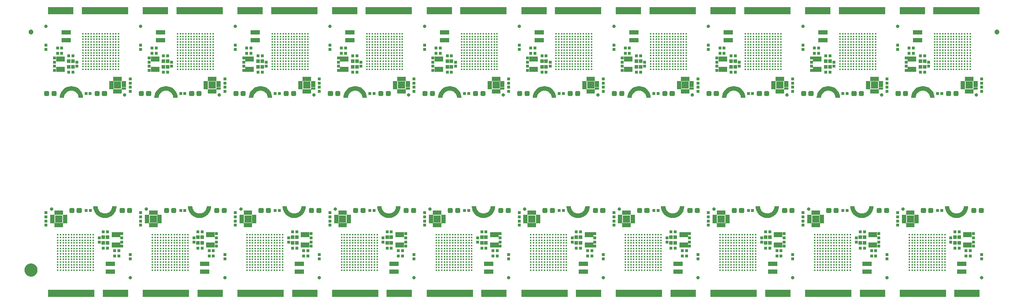
<source format=gts>
G04 EAGLE Gerber RS-274X export*
G75*
%MOMM*%
%FSLAX34Y34*%
%LPD*%
%INSoldermask Top*%
%IPPOS*%
%AMOC8*
5,1,8,0,0,1.08239X$1,22.5*%
G01*
%ADD10C,0.437200*%
%ADD11C,0.505344*%
%ADD12R,0.803200X0.803200*%
%ADD13R,2.003200X1.203200*%
%ADD14R,0.903200X0.953200*%
%ADD15C,0.838200*%
%ADD16R,0.493200X1.103200*%
%ADD17R,1.103200X0.493200*%
%ADD18R,1.803200X1.803200*%
%ADD19R,2.203200X1.003200*%
%ADD20R,0.553200X1.653200*%
%ADD21C,0.555600*%
%ADD22C,1.203200*%
%ADD23C,1.270000*%
%ADD24C,1.703200*%

G36*
X502661Y478151D02*
X502661Y478151D01*
X502668Y478150D01*
X502727Y478171D01*
X502788Y478188D01*
X502793Y478194D01*
X502799Y478196D01*
X502838Y478246D01*
X502880Y478294D01*
X502881Y478301D01*
X502885Y478306D01*
X502902Y478379D01*
X503116Y481097D01*
X503748Y483729D01*
X504784Y486230D01*
X506198Y488538D01*
X507956Y490596D01*
X510014Y492354D01*
X512322Y493768D01*
X514823Y494804D01*
X517455Y495436D01*
X520154Y495648D01*
X522852Y495436D01*
X525484Y494804D01*
X527985Y493768D01*
X530293Y492354D01*
X532351Y490596D01*
X534109Y488538D01*
X535523Y486230D01*
X536559Y483729D01*
X537191Y481097D01*
X537405Y478379D01*
X537408Y478372D01*
X537407Y478365D01*
X537432Y478307D01*
X537455Y478248D01*
X537461Y478244D01*
X537463Y478237D01*
X537516Y478202D01*
X537567Y478165D01*
X537574Y478164D01*
X537580Y478160D01*
X537654Y478149D01*
X547654Y478149D01*
X547679Y478156D01*
X547705Y478154D01*
X547744Y478176D01*
X547788Y478188D01*
X547805Y478208D01*
X547828Y478220D01*
X547850Y478260D01*
X547880Y478294D01*
X547884Y478319D01*
X547896Y478342D01*
X547902Y478416D01*
X547622Y482330D01*
X547619Y482339D01*
X547617Y482365D01*
X546783Y486199D01*
X546779Y486208D01*
X546773Y486233D01*
X545402Y489909D01*
X545396Y489917D01*
X545387Y489942D01*
X543507Y493385D01*
X543500Y493392D01*
X543488Y493415D01*
X541136Y496556D01*
X541129Y496562D01*
X541113Y496583D01*
X538339Y499358D01*
X538330Y499362D01*
X538312Y499381D01*
X535171Y501732D01*
X535162Y501736D01*
X535141Y501752D01*
X531697Y503632D01*
X531688Y503634D01*
X531665Y503647D01*
X527988Y505018D01*
X527979Y505019D01*
X527954Y505028D01*
X524120Y505862D01*
X524111Y505861D01*
X524085Y505867D01*
X520171Y506147D01*
X520162Y506145D01*
X520136Y506147D01*
X516222Y505867D01*
X516213Y505864D01*
X516187Y505862D01*
X512353Y505028D01*
X512344Y505023D01*
X512319Y505018D01*
X508643Y503647D01*
X508635Y503641D01*
X508610Y503632D01*
X505167Y501752D01*
X505160Y501745D01*
X505137Y501732D01*
X501996Y499381D01*
X501990Y499373D01*
X501969Y499358D01*
X499194Y496583D01*
X499190Y496575D01*
X499171Y496556D01*
X496820Y493415D01*
X496816Y493406D01*
X496800Y493385D01*
X494920Y489942D01*
X494918Y489932D01*
X494905Y489909D01*
X493534Y486233D01*
X493533Y486224D01*
X493524Y486199D01*
X492690Y482365D01*
X492691Y482355D01*
X492685Y482330D01*
X492405Y478416D01*
X492410Y478391D01*
X492407Y478365D01*
X492425Y478324D01*
X492435Y478280D01*
X492453Y478261D01*
X492463Y478237D01*
X492501Y478212D01*
X492533Y478180D01*
X492558Y478175D01*
X492580Y478160D01*
X492654Y478149D01*
X502654Y478149D01*
X502661Y478151D01*
G37*
G36*
X1402989Y478151D02*
X1402989Y478151D01*
X1402996Y478150D01*
X1403055Y478171D01*
X1403116Y478188D01*
X1403121Y478194D01*
X1403128Y478196D01*
X1403167Y478246D01*
X1403208Y478294D01*
X1403209Y478301D01*
X1403214Y478306D01*
X1403230Y478379D01*
X1403444Y481097D01*
X1404076Y483729D01*
X1405112Y486230D01*
X1406526Y488538D01*
X1408284Y490596D01*
X1410343Y492354D01*
X1412651Y493768D01*
X1415151Y494804D01*
X1417784Y495436D01*
X1420482Y495648D01*
X1423180Y495436D01*
X1425813Y494804D01*
X1428313Y493768D01*
X1430621Y492354D01*
X1432680Y490596D01*
X1434438Y488538D01*
X1435852Y486230D01*
X1436888Y483729D01*
X1437520Y481097D01*
X1437734Y478379D01*
X1437736Y478372D01*
X1437735Y478365D01*
X1437761Y478307D01*
X1437783Y478248D01*
X1437789Y478244D01*
X1437792Y478237D01*
X1437845Y478202D01*
X1437895Y478165D01*
X1437903Y478164D01*
X1437909Y478160D01*
X1437982Y478149D01*
X1447982Y478149D01*
X1448007Y478156D01*
X1448033Y478154D01*
X1448073Y478176D01*
X1448116Y478188D01*
X1448133Y478208D01*
X1448156Y478220D01*
X1448178Y478260D01*
X1448208Y478294D01*
X1448212Y478319D01*
X1448225Y478342D01*
X1448231Y478416D01*
X1447951Y482330D01*
X1447947Y482339D01*
X1447946Y482365D01*
X1447112Y486199D01*
X1447107Y486208D01*
X1447102Y486233D01*
X1445730Y489909D01*
X1445725Y489917D01*
X1445716Y489942D01*
X1443835Y493385D01*
X1443828Y493392D01*
X1443816Y493415D01*
X1441465Y496556D01*
X1441457Y496562D01*
X1441441Y496583D01*
X1438667Y499358D01*
X1438658Y499362D01*
X1438640Y499381D01*
X1435499Y501732D01*
X1435490Y501736D01*
X1435469Y501752D01*
X1432025Y503632D01*
X1432016Y503634D01*
X1431993Y503647D01*
X1428317Y505018D01*
X1428307Y505019D01*
X1428283Y505028D01*
X1424449Y505862D01*
X1424439Y505861D01*
X1424413Y505867D01*
X1420500Y506147D01*
X1420490Y506145D01*
X1420464Y506147D01*
X1416551Y505867D01*
X1416541Y505864D01*
X1416515Y505862D01*
X1412681Y505028D01*
X1412673Y505023D01*
X1412647Y505018D01*
X1408971Y503647D01*
X1408963Y503641D01*
X1408939Y503632D01*
X1405495Y501752D01*
X1405488Y501745D01*
X1405465Y501732D01*
X1402324Y499381D01*
X1402318Y499373D01*
X1402297Y499358D01*
X1399523Y496583D01*
X1399518Y496575D01*
X1399499Y496556D01*
X1397148Y493415D01*
X1397145Y493406D01*
X1397129Y493385D01*
X1395248Y489942D01*
X1395246Y489932D01*
X1395234Y489909D01*
X1393862Y486233D01*
X1393862Y486224D01*
X1393852Y486199D01*
X1393018Y482365D01*
X1393019Y482355D01*
X1393013Y482330D01*
X1392733Y478416D01*
X1392739Y478391D01*
X1392735Y478365D01*
X1392753Y478324D01*
X1392763Y478280D01*
X1392781Y478261D01*
X1392792Y478237D01*
X1392830Y478212D01*
X1392861Y478180D01*
X1392887Y478175D01*
X1392909Y478160D01*
X1392982Y478149D01*
X1402982Y478149D01*
X1402989Y478151D01*
G37*
G36*
X1853153Y478151D02*
X1853153Y478151D01*
X1853160Y478150D01*
X1853219Y478171D01*
X1853280Y478188D01*
X1853285Y478194D01*
X1853292Y478196D01*
X1853331Y478246D01*
X1853372Y478294D01*
X1853373Y478301D01*
X1853378Y478306D01*
X1853395Y478379D01*
X1853609Y481097D01*
X1854241Y483729D01*
X1855276Y486230D01*
X1856691Y488538D01*
X1858449Y490596D01*
X1860507Y492354D01*
X1862815Y493768D01*
X1865316Y494804D01*
X1867948Y495436D01*
X1870646Y495648D01*
X1873345Y495436D01*
X1875977Y494804D01*
X1878478Y493768D01*
X1880786Y492354D01*
X1882844Y490596D01*
X1884602Y488538D01*
X1886016Y486230D01*
X1887052Y483729D01*
X1887684Y481097D01*
X1887898Y478379D01*
X1887900Y478372D01*
X1887899Y478365D01*
X1887925Y478307D01*
X1887947Y478248D01*
X1887953Y478244D01*
X1887956Y478237D01*
X1888009Y478202D01*
X1888059Y478165D01*
X1888067Y478164D01*
X1888073Y478160D01*
X1888146Y478149D01*
X1898146Y478149D01*
X1898171Y478156D01*
X1898197Y478154D01*
X1898237Y478176D01*
X1898280Y478188D01*
X1898298Y478208D01*
X1898320Y478220D01*
X1898343Y478260D01*
X1898372Y478294D01*
X1898376Y478319D01*
X1898389Y478342D01*
X1898395Y478416D01*
X1898115Y482330D01*
X1898112Y482339D01*
X1898110Y482365D01*
X1897276Y486199D01*
X1897271Y486208D01*
X1897266Y486233D01*
X1895895Y489909D01*
X1895889Y489917D01*
X1895880Y489942D01*
X1893999Y493385D01*
X1893993Y493392D01*
X1893980Y493415D01*
X1891629Y496556D01*
X1891621Y496562D01*
X1891606Y496583D01*
X1888831Y499358D01*
X1888823Y499362D01*
X1888804Y499381D01*
X1885663Y501732D01*
X1885654Y501736D01*
X1885633Y501752D01*
X1882190Y503632D01*
X1882180Y503634D01*
X1882157Y503647D01*
X1878481Y505018D01*
X1878471Y505019D01*
X1878447Y505028D01*
X1874613Y505862D01*
X1874603Y505861D01*
X1874578Y505867D01*
X1870664Y506147D01*
X1870655Y506145D01*
X1870628Y506147D01*
X1866715Y505867D01*
X1866706Y505864D01*
X1866680Y505862D01*
X1862846Y505028D01*
X1862837Y505023D01*
X1862811Y505018D01*
X1859135Y503647D01*
X1859127Y503641D01*
X1859103Y503632D01*
X1855659Y501752D01*
X1855652Y501745D01*
X1855629Y501732D01*
X1852488Y499381D01*
X1852482Y499373D01*
X1852461Y499358D01*
X1849687Y496583D01*
X1849682Y496575D01*
X1849664Y496556D01*
X1847312Y493415D01*
X1847309Y493406D01*
X1847293Y493385D01*
X1845413Y489942D01*
X1845411Y489932D01*
X1845398Y489909D01*
X1844027Y486233D01*
X1844026Y486224D01*
X1844017Y486199D01*
X1843183Y482365D01*
X1843183Y482355D01*
X1843177Y482330D01*
X1842898Y478416D01*
X1842903Y478391D01*
X1842899Y478365D01*
X1842918Y478324D01*
X1842927Y478280D01*
X1842945Y478261D01*
X1842956Y478237D01*
X1842994Y478212D01*
X1843026Y478180D01*
X1843051Y478175D01*
X1843073Y478160D01*
X1843146Y478149D01*
X1853146Y478149D01*
X1853153Y478151D01*
G37*
G36*
X952825Y478151D02*
X952825Y478151D01*
X952832Y478150D01*
X952891Y478171D01*
X952952Y478188D01*
X952957Y478194D01*
X952964Y478196D01*
X953002Y478246D01*
X953044Y478294D01*
X953045Y478301D01*
X953049Y478306D01*
X953066Y478379D01*
X953280Y481097D01*
X953912Y483729D01*
X954948Y486230D01*
X956362Y488538D01*
X958120Y490596D01*
X960179Y492354D01*
X962486Y493768D01*
X964987Y494804D01*
X967619Y495436D01*
X970318Y495648D01*
X973016Y495436D01*
X975648Y494804D01*
X978149Y493768D01*
X980457Y492354D01*
X982515Y490596D01*
X984273Y488538D01*
X985688Y486230D01*
X986724Y483729D01*
X987355Y481097D01*
X987569Y478379D01*
X987572Y478372D01*
X987571Y478365D01*
X987597Y478307D01*
X987619Y478248D01*
X987625Y478244D01*
X987628Y478237D01*
X987680Y478202D01*
X987731Y478165D01*
X987738Y478164D01*
X987744Y478160D01*
X987818Y478149D01*
X997818Y478149D01*
X997843Y478156D01*
X997869Y478154D01*
X997909Y478176D01*
X997952Y478188D01*
X997969Y478208D01*
X997992Y478220D01*
X998014Y478260D01*
X998044Y478294D01*
X998048Y478319D01*
X998061Y478342D01*
X998066Y478416D01*
X997787Y482330D01*
X997783Y482339D01*
X997781Y482365D01*
X996947Y486199D01*
X996943Y486208D01*
X996937Y486233D01*
X995566Y489909D01*
X995560Y489917D01*
X995551Y489942D01*
X993671Y493385D01*
X993664Y493392D01*
X993652Y493415D01*
X991300Y496556D01*
X991293Y496562D01*
X991277Y496583D01*
X988503Y499358D01*
X988494Y499362D01*
X988476Y499381D01*
X985335Y501732D01*
X985326Y501736D01*
X985305Y501752D01*
X981861Y503632D01*
X981852Y503634D01*
X981829Y503647D01*
X978153Y505018D01*
X978143Y505019D01*
X978118Y505028D01*
X974284Y505862D01*
X974275Y505861D01*
X974249Y505867D01*
X970336Y506147D01*
X970326Y506145D01*
X970300Y506147D01*
X966386Y505867D01*
X966377Y505864D01*
X966351Y505862D01*
X962517Y505028D01*
X962509Y505023D01*
X962483Y505018D01*
X958807Y503647D01*
X958799Y503641D01*
X958774Y503632D01*
X955331Y501752D01*
X955324Y501745D01*
X955301Y501732D01*
X952160Y499381D01*
X952154Y499373D01*
X952133Y499358D01*
X949358Y496583D01*
X949354Y496575D01*
X949335Y496556D01*
X946984Y493415D01*
X946980Y493406D01*
X946965Y493385D01*
X945084Y489942D01*
X945082Y489932D01*
X945069Y489909D01*
X943698Y486233D01*
X943698Y486224D01*
X943688Y486199D01*
X942854Y482365D01*
X942855Y482355D01*
X942849Y482330D01*
X942569Y478416D01*
X942575Y478391D01*
X942571Y478365D01*
X942589Y478324D01*
X942599Y478280D01*
X942617Y478261D01*
X942628Y478237D01*
X942665Y478212D01*
X942697Y478180D01*
X942723Y478175D01*
X942744Y478160D01*
X942818Y478149D01*
X952818Y478149D01*
X952825Y478151D01*
G37*
G36*
X277591Y478151D02*
X277591Y478151D01*
X277598Y478150D01*
X277657Y478171D01*
X277718Y478188D01*
X277723Y478194D01*
X277730Y478196D01*
X277769Y478246D01*
X277810Y478294D01*
X277811Y478301D01*
X277816Y478306D01*
X277833Y478379D01*
X278047Y481097D01*
X278679Y483729D01*
X279714Y486230D01*
X281129Y488538D01*
X282887Y490596D01*
X284945Y492354D01*
X287253Y493768D01*
X289754Y494804D01*
X292386Y495436D01*
X295084Y495648D01*
X297783Y495436D01*
X300415Y494804D01*
X302916Y493768D01*
X305224Y492354D01*
X307282Y490596D01*
X309040Y488538D01*
X310454Y486230D01*
X311490Y483729D01*
X312122Y481097D01*
X312336Y478379D01*
X312338Y478372D01*
X312337Y478365D01*
X312363Y478307D01*
X312385Y478248D01*
X312391Y478244D01*
X312394Y478237D01*
X312447Y478202D01*
X312497Y478165D01*
X312505Y478164D01*
X312511Y478160D01*
X312584Y478149D01*
X322584Y478149D01*
X322609Y478156D01*
X322635Y478154D01*
X322675Y478176D01*
X322718Y478188D01*
X322736Y478208D01*
X322758Y478220D01*
X322781Y478260D01*
X322810Y478294D01*
X322814Y478319D01*
X322827Y478342D01*
X322833Y478416D01*
X322553Y482330D01*
X322550Y482339D01*
X322548Y482365D01*
X321714Y486199D01*
X321709Y486208D01*
X321704Y486233D01*
X320333Y489909D01*
X320327Y489917D01*
X320318Y489942D01*
X318437Y493385D01*
X318431Y493392D01*
X318418Y493415D01*
X316067Y496556D01*
X316059Y496562D01*
X316044Y496583D01*
X313269Y499358D01*
X313261Y499362D01*
X313242Y499381D01*
X310101Y501732D01*
X310092Y501736D01*
X310071Y501752D01*
X306628Y503632D01*
X306618Y503634D01*
X306595Y503647D01*
X302919Y505018D01*
X302909Y505019D01*
X302885Y505028D01*
X299051Y505862D01*
X299041Y505861D01*
X299016Y505867D01*
X295102Y506147D01*
X295093Y506145D01*
X295066Y506147D01*
X291153Y505867D01*
X291144Y505864D01*
X291118Y505862D01*
X287284Y505028D01*
X287275Y505023D01*
X287249Y505018D01*
X283573Y503647D01*
X283565Y503641D01*
X283541Y503632D01*
X280097Y501752D01*
X280090Y501745D01*
X280067Y501732D01*
X276926Y499381D01*
X276920Y499373D01*
X276899Y499358D01*
X274125Y496583D01*
X274120Y496575D01*
X274102Y496556D01*
X271750Y493415D01*
X271747Y493406D01*
X271731Y493385D01*
X269851Y489942D01*
X269849Y489932D01*
X269836Y489909D01*
X268465Y486233D01*
X268464Y486224D01*
X268455Y486199D01*
X267621Y482365D01*
X267621Y482355D01*
X267615Y482330D01*
X267336Y478416D01*
X267341Y478391D01*
X267337Y478365D01*
X267356Y478324D01*
X267365Y478280D01*
X267383Y478261D01*
X267394Y478237D01*
X267432Y478212D01*
X267464Y478180D01*
X267489Y478175D01*
X267511Y478160D01*
X267584Y478149D01*
X277584Y478149D01*
X277591Y478151D01*
G37*
G36*
X2078223Y478151D02*
X2078223Y478151D01*
X2078230Y478150D01*
X2078289Y478171D01*
X2078350Y478188D01*
X2078355Y478194D01*
X2078361Y478196D01*
X2078400Y478246D01*
X2078442Y478294D01*
X2078443Y478301D01*
X2078447Y478306D01*
X2078464Y478379D01*
X2078678Y481097D01*
X2079310Y483729D01*
X2080346Y486230D01*
X2081760Y488538D01*
X2083518Y490596D01*
X2085576Y492354D01*
X2087884Y493768D01*
X2090385Y494804D01*
X2093017Y495436D01*
X2095716Y495648D01*
X2098414Y495436D01*
X2101046Y494804D01*
X2103547Y493768D01*
X2105855Y492354D01*
X2107913Y490596D01*
X2109671Y488538D01*
X2111085Y486230D01*
X2112121Y483729D01*
X2112753Y481097D01*
X2112967Y478379D01*
X2112970Y478372D01*
X2112969Y478365D01*
X2112994Y478307D01*
X2113017Y478248D01*
X2113023Y478244D01*
X2113025Y478237D01*
X2113078Y478202D01*
X2113129Y478165D01*
X2113136Y478164D01*
X2113142Y478160D01*
X2113216Y478149D01*
X2123216Y478149D01*
X2123241Y478156D01*
X2123267Y478154D01*
X2123306Y478176D01*
X2123350Y478188D01*
X2123367Y478208D01*
X2123390Y478220D01*
X2123412Y478260D01*
X2123442Y478294D01*
X2123446Y478319D01*
X2123458Y478342D01*
X2123464Y478416D01*
X2123184Y482330D01*
X2123181Y482339D01*
X2123179Y482365D01*
X2122345Y486199D01*
X2122341Y486208D01*
X2122335Y486233D01*
X2120964Y489909D01*
X2120958Y489917D01*
X2120949Y489942D01*
X2119069Y493385D01*
X2119062Y493392D01*
X2119050Y493415D01*
X2116698Y496556D01*
X2116691Y496562D01*
X2116675Y496583D01*
X2113901Y499358D01*
X2113892Y499362D01*
X2113874Y499381D01*
X2110733Y501732D01*
X2110724Y501736D01*
X2110703Y501752D01*
X2107259Y503632D01*
X2107250Y503634D01*
X2107227Y503647D01*
X2103550Y505018D01*
X2103541Y505019D01*
X2103516Y505028D01*
X2099682Y505862D01*
X2099673Y505861D01*
X2099647Y505867D01*
X2095733Y506147D01*
X2095724Y506145D01*
X2095698Y506147D01*
X2091784Y505867D01*
X2091775Y505864D01*
X2091749Y505862D01*
X2087915Y505028D01*
X2087906Y505023D01*
X2087881Y505018D01*
X2084205Y503647D01*
X2084197Y503641D01*
X2084172Y503632D01*
X2080729Y501752D01*
X2080722Y501745D01*
X2080699Y501732D01*
X2077558Y499381D01*
X2077552Y499373D01*
X2077531Y499358D01*
X2074756Y496583D01*
X2074752Y496575D01*
X2074733Y496556D01*
X2072382Y493415D01*
X2072378Y493406D01*
X2072362Y493385D01*
X2070482Y489942D01*
X2070480Y489932D01*
X2070467Y489909D01*
X2069096Y486233D01*
X2069095Y486224D01*
X2069086Y486199D01*
X2068252Y482365D01*
X2068253Y482355D01*
X2068247Y482330D01*
X2067967Y478416D01*
X2067972Y478391D01*
X2067969Y478365D01*
X2067987Y478324D01*
X2067997Y478280D01*
X2068015Y478261D01*
X2068025Y478237D01*
X2068063Y478212D01*
X2068095Y478180D01*
X2068120Y478175D01*
X2068142Y478160D01*
X2068216Y478149D01*
X2078216Y478149D01*
X2078223Y478151D01*
G37*
G36*
X1628058Y478151D02*
X1628058Y478151D01*
X1628065Y478150D01*
X1628125Y478171D01*
X1628186Y478188D01*
X1628190Y478194D01*
X1628197Y478196D01*
X1628236Y478246D01*
X1628278Y478294D01*
X1628279Y478301D01*
X1628283Y478306D01*
X1628300Y478379D01*
X1628514Y481097D01*
X1629146Y483729D01*
X1630182Y486230D01*
X1631596Y488538D01*
X1633354Y490596D01*
X1635412Y492354D01*
X1637720Y493768D01*
X1640221Y494804D01*
X1642853Y495436D01*
X1645551Y495648D01*
X1648250Y495436D01*
X1650882Y494804D01*
X1653383Y493768D01*
X1655691Y492354D01*
X1657749Y490596D01*
X1659507Y488538D01*
X1660921Y486230D01*
X1661957Y483729D01*
X1662589Y481097D01*
X1662803Y478379D01*
X1662806Y478372D01*
X1662804Y478365D01*
X1662830Y478307D01*
X1662853Y478248D01*
X1662858Y478244D01*
X1662861Y478237D01*
X1662914Y478202D01*
X1662965Y478165D01*
X1662972Y478164D01*
X1662978Y478160D01*
X1663051Y478149D01*
X1673051Y478149D01*
X1673076Y478156D01*
X1673102Y478154D01*
X1673142Y478176D01*
X1673186Y478188D01*
X1673203Y478208D01*
X1673226Y478220D01*
X1673248Y478260D01*
X1673278Y478294D01*
X1673281Y478319D01*
X1673294Y478342D01*
X1673300Y478416D01*
X1673020Y482330D01*
X1673017Y482339D01*
X1673015Y482365D01*
X1672181Y486199D01*
X1672176Y486208D01*
X1672171Y486233D01*
X1670800Y489909D01*
X1670794Y489917D01*
X1670785Y489942D01*
X1668905Y493385D01*
X1668898Y493392D01*
X1668885Y493415D01*
X1666534Y496556D01*
X1666526Y496562D01*
X1666511Y496583D01*
X1663736Y499358D01*
X1663728Y499362D01*
X1663709Y499381D01*
X1660568Y501732D01*
X1660559Y501736D01*
X1660538Y501752D01*
X1657095Y503632D01*
X1657085Y503634D01*
X1657062Y503647D01*
X1653386Y505018D01*
X1653377Y505019D01*
X1653352Y505028D01*
X1649518Y505862D01*
X1649508Y505861D01*
X1649483Y505867D01*
X1645569Y506147D01*
X1645560Y506145D01*
X1645534Y506147D01*
X1641620Y505867D01*
X1641611Y505864D01*
X1641585Y505862D01*
X1637751Y505028D01*
X1637742Y505023D01*
X1637717Y505018D01*
X1634040Y503647D01*
X1634033Y503641D01*
X1634008Y503632D01*
X1630564Y501752D01*
X1630558Y501745D01*
X1630534Y501732D01*
X1627393Y499381D01*
X1627388Y499373D01*
X1627367Y499358D01*
X1624592Y496583D01*
X1624587Y496575D01*
X1624569Y496556D01*
X1622217Y493415D01*
X1622214Y493406D01*
X1622198Y493385D01*
X1620318Y489942D01*
X1620316Y489932D01*
X1620303Y489909D01*
X1618932Y486233D01*
X1618931Y486224D01*
X1618922Y486199D01*
X1618088Y482365D01*
X1618088Y482355D01*
X1618083Y482330D01*
X1617803Y478416D01*
X1617808Y478391D01*
X1617804Y478365D01*
X1617823Y478324D01*
X1617832Y478280D01*
X1617851Y478261D01*
X1617861Y478237D01*
X1617899Y478212D01*
X1617931Y478180D01*
X1617956Y478175D01*
X1617978Y478160D01*
X1618051Y478149D01*
X1628051Y478149D01*
X1628058Y478151D01*
G37*
G36*
X727755Y478151D02*
X727755Y478151D01*
X727762Y478150D01*
X727822Y478171D01*
X727883Y478188D01*
X727887Y478194D01*
X727894Y478196D01*
X727933Y478246D01*
X727975Y478294D01*
X727976Y478301D01*
X727980Y478306D01*
X727997Y478379D01*
X728211Y481097D01*
X728843Y483729D01*
X729879Y486230D01*
X731293Y488538D01*
X733051Y490596D01*
X735109Y492354D01*
X737417Y493768D01*
X739918Y494804D01*
X742550Y495436D01*
X745248Y495648D01*
X747947Y495436D01*
X750579Y494804D01*
X753080Y493768D01*
X755388Y492354D01*
X757446Y490596D01*
X759204Y488538D01*
X760618Y486230D01*
X761654Y483729D01*
X762286Y481097D01*
X762500Y478379D01*
X762503Y478372D01*
X762501Y478365D01*
X762527Y478307D01*
X762550Y478248D01*
X762555Y478244D01*
X762558Y478237D01*
X762611Y478202D01*
X762662Y478165D01*
X762669Y478164D01*
X762675Y478160D01*
X762748Y478149D01*
X772748Y478149D01*
X772773Y478156D01*
X772799Y478154D01*
X772839Y478176D01*
X772883Y478188D01*
X772900Y478208D01*
X772923Y478220D01*
X772945Y478260D01*
X772975Y478294D01*
X772978Y478319D01*
X772991Y478342D01*
X772997Y478416D01*
X772717Y482330D01*
X772714Y482339D01*
X772712Y482365D01*
X771878Y486199D01*
X771873Y486208D01*
X771868Y486233D01*
X770497Y489909D01*
X770491Y489917D01*
X770482Y489942D01*
X768602Y493385D01*
X768595Y493392D01*
X768582Y493415D01*
X766231Y496556D01*
X766223Y496562D01*
X766208Y496583D01*
X763433Y499358D01*
X763425Y499362D01*
X763406Y499381D01*
X760265Y501732D01*
X760256Y501736D01*
X760235Y501752D01*
X756792Y503632D01*
X756782Y503634D01*
X756759Y503647D01*
X753083Y505018D01*
X753074Y505019D01*
X753049Y505028D01*
X749215Y505862D01*
X749205Y505861D01*
X749180Y505867D01*
X745266Y506147D01*
X745257Y506145D01*
X745231Y506147D01*
X741317Y505867D01*
X741308Y505864D01*
X741282Y505862D01*
X737448Y505028D01*
X737439Y505023D01*
X737414Y505018D01*
X733737Y503647D01*
X733730Y503641D01*
X733705Y503632D01*
X730261Y501752D01*
X730255Y501745D01*
X730231Y501732D01*
X727090Y499381D01*
X727085Y499373D01*
X727064Y499358D01*
X724289Y496583D01*
X724284Y496575D01*
X724266Y496556D01*
X721914Y493415D01*
X721911Y493406D01*
X721895Y493385D01*
X720015Y489942D01*
X720013Y489932D01*
X720000Y489909D01*
X718629Y486233D01*
X718628Y486224D01*
X718619Y486199D01*
X717785Y482365D01*
X717785Y482355D01*
X717780Y482330D01*
X717500Y478416D01*
X717505Y478391D01*
X717501Y478365D01*
X717520Y478324D01*
X717529Y478280D01*
X717548Y478261D01*
X717558Y478237D01*
X717596Y478212D01*
X717628Y478180D01*
X717653Y478175D01*
X717675Y478160D01*
X717748Y478149D01*
X727748Y478149D01*
X727755Y478151D01*
G37*
G36*
X1177920Y478151D02*
X1177920Y478151D01*
X1177927Y478150D01*
X1177986Y478171D01*
X1178047Y478188D01*
X1178052Y478194D01*
X1178058Y478196D01*
X1178097Y478246D01*
X1178139Y478294D01*
X1178140Y478301D01*
X1178144Y478306D01*
X1178161Y478379D01*
X1178375Y481097D01*
X1179007Y483729D01*
X1180043Y486230D01*
X1181457Y488538D01*
X1183215Y490596D01*
X1185273Y492354D01*
X1187581Y493768D01*
X1190082Y494804D01*
X1192714Y495436D01*
X1195413Y495648D01*
X1198111Y495436D01*
X1200743Y494804D01*
X1203244Y493768D01*
X1205552Y492354D01*
X1207610Y490596D01*
X1209368Y488538D01*
X1210782Y486230D01*
X1211818Y483729D01*
X1212450Y481097D01*
X1212664Y478379D01*
X1212667Y478372D01*
X1212666Y478365D01*
X1212691Y478307D01*
X1212714Y478248D01*
X1212720Y478244D01*
X1212722Y478237D01*
X1212775Y478202D01*
X1212826Y478165D01*
X1212833Y478164D01*
X1212839Y478160D01*
X1212913Y478149D01*
X1222913Y478149D01*
X1222938Y478156D01*
X1222964Y478154D01*
X1223003Y478176D01*
X1223047Y478188D01*
X1223064Y478208D01*
X1223087Y478220D01*
X1223109Y478260D01*
X1223139Y478294D01*
X1223143Y478319D01*
X1223155Y478342D01*
X1223161Y478416D01*
X1222881Y482330D01*
X1222878Y482339D01*
X1222876Y482365D01*
X1222042Y486199D01*
X1222038Y486208D01*
X1222032Y486233D01*
X1220661Y489909D01*
X1220655Y489917D01*
X1220646Y489942D01*
X1218766Y493385D01*
X1218759Y493392D01*
X1218747Y493415D01*
X1216395Y496556D01*
X1216388Y496562D01*
X1216372Y496583D01*
X1213598Y499358D01*
X1213589Y499362D01*
X1213571Y499381D01*
X1210430Y501732D01*
X1210421Y501736D01*
X1210400Y501752D01*
X1206956Y503632D01*
X1206947Y503634D01*
X1206924Y503647D01*
X1203247Y505018D01*
X1203238Y505019D01*
X1203213Y505028D01*
X1199379Y505862D01*
X1199370Y505861D01*
X1199344Y505867D01*
X1195430Y506147D01*
X1195421Y506145D01*
X1195395Y506147D01*
X1191481Y505867D01*
X1191472Y505864D01*
X1191446Y505862D01*
X1187612Y505028D01*
X1187603Y505023D01*
X1187578Y505018D01*
X1183902Y503647D01*
X1183894Y503641D01*
X1183869Y503632D01*
X1180426Y501752D01*
X1180419Y501745D01*
X1180396Y501732D01*
X1177255Y499381D01*
X1177249Y499373D01*
X1177228Y499358D01*
X1174453Y496583D01*
X1174449Y496575D01*
X1174430Y496556D01*
X1172079Y493415D01*
X1172075Y493406D01*
X1172059Y493385D01*
X1170179Y489942D01*
X1170177Y489932D01*
X1170164Y489909D01*
X1168793Y486233D01*
X1168792Y486224D01*
X1168783Y486199D01*
X1167949Y482365D01*
X1167950Y482355D01*
X1167944Y482330D01*
X1167664Y478416D01*
X1167669Y478391D01*
X1167666Y478365D01*
X1167684Y478324D01*
X1167694Y478280D01*
X1167712Y478261D01*
X1167722Y478237D01*
X1167760Y478212D01*
X1167792Y478180D01*
X1167817Y478175D01*
X1167839Y478160D01*
X1167913Y478149D01*
X1177913Y478149D01*
X1177920Y478151D01*
G37*
G36*
X52496Y478151D02*
X52496Y478151D01*
X52503Y478150D01*
X52563Y478171D01*
X52624Y478188D01*
X52628Y478194D01*
X52635Y478196D01*
X52674Y478246D01*
X52716Y478294D01*
X52717Y478301D01*
X52721Y478306D01*
X52738Y478379D01*
X52952Y481097D01*
X53584Y483729D01*
X54620Y486230D01*
X56034Y488538D01*
X57792Y490596D01*
X59850Y492354D01*
X62158Y493768D01*
X64659Y494804D01*
X67291Y495436D01*
X69989Y495648D01*
X72688Y495436D01*
X75320Y494804D01*
X77821Y493768D01*
X80129Y492354D01*
X82187Y490596D01*
X83945Y488538D01*
X85359Y486230D01*
X86395Y483729D01*
X87027Y481097D01*
X87241Y478379D01*
X87244Y478372D01*
X87242Y478365D01*
X87268Y478307D01*
X87291Y478248D01*
X87296Y478244D01*
X87299Y478237D01*
X87352Y478202D01*
X87403Y478165D01*
X87410Y478164D01*
X87416Y478160D01*
X87489Y478149D01*
X97489Y478149D01*
X97514Y478156D01*
X97540Y478154D01*
X97580Y478176D01*
X97624Y478188D01*
X97641Y478208D01*
X97664Y478220D01*
X97686Y478260D01*
X97716Y478294D01*
X97719Y478319D01*
X97732Y478342D01*
X97738Y478416D01*
X97458Y482330D01*
X97455Y482339D01*
X97453Y482365D01*
X96619Y486199D01*
X96614Y486208D01*
X96609Y486233D01*
X95238Y489909D01*
X95232Y489917D01*
X95223Y489942D01*
X93343Y493385D01*
X93336Y493392D01*
X93323Y493415D01*
X90972Y496556D01*
X90964Y496562D01*
X90949Y496583D01*
X88174Y499358D01*
X88166Y499362D01*
X88147Y499381D01*
X85006Y501732D01*
X84997Y501736D01*
X84976Y501752D01*
X81533Y503632D01*
X81523Y503634D01*
X81500Y503647D01*
X77824Y505018D01*
X77815Y505019D01*
X77790Y505028D01*
X73956Y505862D01*
X73946Y505861D01*
X73921Y505867D01*
X70007Y506147D01*
X69998Y506145D01*
X69972Y506147D01*
X66058Y505867D01*
X66049Y505864D01*
X66023Y505862D01*
X62189Y505028D01*
X62180Y505023D01*
X62155Y505018D01*
X58478Y503647D01*
X58471Y503641D01*
X58446Y503632D01*
X55002Y501752D01*
X54996Y501745D01*
X54972Y501732D01*
X51831Y499381D01*
X51826Y499373D01*
X51805Y499358D01*
X49030Y496583D01*
X49025Y496575D01*
X49007Y496556D01*
X46655Y493415D01*
X46652Y493406D01*
X46636Y493385D01*
X44756Y489942D01*
X44754Y489932D01*
X44741Y489909D01*
X43370Y486233D01*
X43369Y486224D01*
X43360Y486199D01*
X42526Y482365D01*
X42526Y482355D01*
X42521Y482330D01*
X42241Y478416D01*
X42246Y478391D01*
X42242Y478365D01*
X42261Y478324D01*
X42270Y478280D01*
X42289Y478261D01*
X42299Y478237D01*
X42337Y478212D01*
X42369Y478180D01*
X42394Y478175D01*
X42416Y478160D01*
X42489Y478149D01*
X52489Y478149D01*
X52496Y478151D01*
G37*
G36*
X2179658Y192633D02*
X2179658Y192633D01*
X2179667Y192636D01*
X2179693Y192638D01*
X2183527Y193472D01*
X2183535Y193477D01*
X2183561Y193482D01*
X2187237Y194853D01*
X2187245Y194859D01*
X2187270Y194868D01*
X2190713Y196748D01*
X2190720Y196755D01*
X2190743Y196768D01*
X2193884Y199119D01*
X2193890Y199127D01*
X2193911Y199142D01*
X2196686Y201917D01*
X2196690Y201925D01*
X2196709Y201944D01*
X2199060Y205085D01*
X2199064Y205094D01*
X2199079Y205115D01*
X2200960Y208558D01*
X2200962Y208568D01*
X2200975Y208591D01*
X2202346Y212267D01*
X2202346Y212277D01*
X2202356Y212301D01*
X2203190Y216135D01*
X2203189Y216145D01*
X2203195Y216170D01*
X2203475Y220084D01*
X2203469Y220109D01*
X2203473Y220135D01*
X2203455Y220176D01*
X2203445Y220220D01*
X2203427Y220239D01*
X2203416Y220263D01*
X2203379Y220288D01*
X2203347Y220320D01*
X2203321Y220325D01*
X2203300Y220340D01*
X2203226Y220351D01*
X2193226Y220351D01*
X2193219Y220349D01*
X2193212Y220350D01*
X2193153Y220329D01*
X2193092Y220312D01*
X2193087Y220306D01*
X2193080Y220304D01*
X2193042Y220254D01*
X2193000Y220206D01*
X2192999Y220199D01*
X2192995Y220194D01*
X2192978Y220121D01*
X2192764Y217403D01*
X2192132Y214771D01*
X2191096Y212270D01*
X2189682Y209962D01*
X2187924Y207904D01*
X2185866Y206146D01*
X2183558Y204732D01*
X2181057Y203696D01*
X2178425Y203064D01*
X2175726Y202852D01*
X2173028Y203064D01*
X2170396Y203696D01*
X2167895Y204732D01*
X2165587Y206146D01*
X2163529Y207904D01*
X2161771Y209962D01*
X2160356Y212270D01*
X2159321Y214771D01*
X2158689Y217403D01*
X2158475Y220121D01*
X2158472Y220128D01*
X2158473Y220135D01*
X2158447Y220193D01*
X2158425Y220252D01*
X2158419Y220256D01*
X2158416Y220263D01*
X2158364Y220298D01*
X2158313Y220335D01*
X2158306Y220336D01*
X2158300Y220340D01*
X2158226Y220351D01*
X2148226Y220351D01*
X2148201Y220344D01*
X2148175Y220346D01*
X2148135Y220324D01*
X2148092Y220312D01*
X2148075Y220292D01*
X2148052Y220280D01*
X2148030Y220240D01*
X2148000Y220206D01*
X2147996Y220181D01*
X2147983Y220158D01*
X2147978Y220084D01*
X2148257Y216170D01*
X2148261Y216161D01*
X2148263Y216135D01*
X2149097Y212301D01*
X2149101Y212292D01*
X2149107Y212267D01*
X2150478Y208591D01*
X2150484Y208583D01*
X2150493Y208558D01*
X2152373Y205115D01*
X2152380Y205108D01*
X2152392Y205085D01*
X2154744Y201944D01*
X2154751Y201938D01*
X2154767Y201917D01*
X2157541Y199142D01*
X2157550Y199138D01*
X2157568Y199119D01*
X2160709Y196768D01*
X2160718Y196764D01*
X2160739Y196748D01*
X2164183Y194868D01*
X2164192Y194866D01*
X2164215Y194853D01*
X2167891Y193482D01*
X2167901Y193481D01*
X2167926Y193472D01*
X2171760Y192638D01*
X2171769Y192639D01*
X2171795Y192633D01*
X2175708Y192353D01*
X2175718Y192355D01*
X2175744Y192353D01*
X2179658Y192633D01*
G37*
G36*
X1054260Y192633D02*
X1054260Y192633D01*
X1054269Y192636D01*
X1054295Y192638D01*
X1058129Y193472D01*
X1058138Y193477D01*
X1058163Y193482D01*
X1061839Y194853D01*
X1061847Y194859D01*
X1061872Y194868D01*
X1065315Y196748D01*
X1065322Y196755D01*
X1065345Y196768D01*
X1068486Y199119D01*
X1068492Y199127D01*
X1068513Y199142D01*
X1071288Y201917D01*
X1071292Y201925D01*
X1071311Y201944D01*
X1073662Y205085D01*
X1073666Y205094D01*
X1073682Y205115D01*
X1075562Y208558D01*
X1075564Y208568D01*
X1075577Y208591D01*
X1076948Y212267D01*
X1076949Y212277D01*
X1076958Y212301D01*
X1077792Y216135D01*
X1077791Y216145D01*
X1077797Y216170D01*
X1078077Y220084D01*
X1078072Y220109D01*
X1078075Y220135D01*
X1078057Y220176D01*
X1078048Y220220D01*
X1078029Y220239D01*
X1078019Y220263D01*
X1077981Y220288D01*
X1077949Y220320D01*
X1077924Y220325D01*
X1077902Y220340D01*
X1077828Y220351D01*
X1067828Y220351D01*
X1067821Y220349D01*
X1067814Y220350D01*
X1067755Y220329D01*
X1067694Y220312D01*
X1067689Y220306D01*
X1067683Y220304D01*
X1067644Y220254D01*
X1067602Y220206D01*
X1067601Y220199D01*
X1067597Y220194D01*
X1067580Y220121D01*
X1067366Y217403D01*
X1066734Y214771D01*
X1065698Y212270D01*
X1064284Y209962D01*
X1062526Y207904D01*
X1060468Y206146D01*
X1058160Y204732D01*
X1055659Y203696D01*
X1053027Y203064D01*
X1050328Y202852D01*
X1047630Y203064D01*
X1044998Y203696D01*
X1042497Y204732D01*
X1040189Y206146D01*
X1038131Y207904D01*
X1036373Y209962D01*
X1034959Y212270D01*
X1033923Y214771D01*
X1033291Y217403D01*
X1033077Y220121D01*
X1033074Y220128D01*
X1033075Y220135D01*
X1033050Y220193D01*
X1033027Y220252D01*
X1033022Y220256D01*
X1033019Y220263D01*
X1032966Y220298D01*
X1032915Y220335D01*
X1032908Y220336D01*
X1032902Y220340D01*
X1032828Y220351D01*
X1022828Y220351D01*
X1022803Y220344D01*
X1022777Y220346D01*
X1022738Y220324D01*
X1022694Y220312D01*
X1022677Y220292D01*
X1022654Y220280D01*
X1022632Y220240D01*
X1022602Y220206D01*
X1022598Y220181D01*
X1022586Y220158D01*
X1022580Y220084D01*
X1022860Y216170D01*
X1022863Y216161D01*
X1022865Y216135D01*
X1023699Y212301D01*
X1023703Y212292D01*
X1023709Y212267D01*
X1025080Y208591D01*
X1025086Y208583D01*
X1025095Y208558D01*
X1026975Y205115D01*
X1026982Y205108D01*
X1026994Y205085D01*
X1029346Y201944D01*
X1029354Y201938D01*
X1029369Y201917D01*
X1032144Y199142D01*
X1032152Y199138D01*
X1032170Y199119D01*
X1035311Y196768D01*
X1035321Y196764D01*
X1035341Y196748D01*
X1038785Y194868D01*
X1038794Y194866D01*
X1038817Y194853D01*
X1042494Y193482D01*
X1042503Y193481D01*
X1042528Y193472D01*
X1046362Y192638D01*
X1046371Y192639D01*
X1046397Y192633D01*
X1050311Y192353D01*
X1050320Y192355D01*
X1050346Y192353D01*
X1054260Y192633D01*
G37*
G36*
X379001Y192633D02*
X379001Y192633D01*
X379010Y192636D01*
X379036Y192638D01*
X382870Y193472D01*
X382879Y193477D01*
X382904Y193482D01*
X386580Y194853D01*
X386588Y194859D01*
X386613Y194868D01*
X390056Y196748D01*
X390063Y196755D01*
X390086Y196768D01*
X393227Y199119D01*
X393233Y199127D01*
X393254Y199142D01*
X396029Y201917D01*
X396033Y201925D01*
X396052Y201944D01*
X398403Y205085D01*
X398407Y205094D01*
X398423Y205115D01*
X400303Y208558D01*
X400305Y208568D01*
X400318Y208591D01*
X401689Y212267D01*
X401690Y212277D01*
X401699Y212301D01*
X402533Y216135D01*
X402532Y216145D01*
X402538Y216170D01*
X402818Y220084D01*
X402813Y220109D01*
X402816Y220135D01*
X402798Y220176D01*
X402789Y220220D01*
X402770Y220239D01*
X402760Y220263D01*
X402722Y220288D01*
X402690Y220320D01*
X402665Y220325D01*
X402643Y220340D01*
X402569Y220351D01*
X392569Y220351D01*
X392562Y220349D01*
X392555Y220350D01*
X392496Y220329D01*
X392435Y220312D01*
X392430Y220306D01*
X392424Y220304D01*
X392385Y220254D01*
X392343Y220206D01*
X392342Y220199D01*
X392338Y220194D01*
X392321Y220121D01*
X392107Y217403D01*
X391475Y214771D01*
X390439Y212270D01*
X389025Y209962D01*
X387267Y207904D01*
X385209Y206146D01*
X382901Y204732D01*
X380400Y203696D01*
X377768Y203064D01*
X375069Y202852D01*
X372371Y203064D01*
X369739Y203696D01*
X367238Y204732D01*
X364930Y206146D01*
X362872Y207904D01*
X361114Y209962D01*
X359700Y212270D01*
X358664Y214771D01*
X358032Y217403D01*
X357818Y220121D01*
X357815Y220128D01*
X357816Y220135D01*
X357791Y220193D01*
X357768Y220252D01*
X357763Y220256D01*
X357760Y220263D01*
X357707Y220298D01*
X357656Y220335D01*
X357649Y220336D01*
X357643Y220340D01*
X357569Y220351D01*
X347569Y220351D01*
X347544Y220344D01*
X347518Y220346D01*
X347479Y220324D01*
X347435Y220312D01*
X347418Y220292D01*
X347395Y220280D01*
X347373Y220240D01*
X347343Y220206D01*
X347339Y220181D01*
X347327Y220158D01*
X347321Y220084D01*
X347601Y216170D01*
X347604Y216161D01*
X347606Y216135D01*
X348440Y212301D01*
X348444Y212292D01*
X348450Y212267D01*
X349821Y208591D01*
X349827Y208583D01*
X349836Y208558D01*
X351716Y205115D01*
X351723Y205108D01*
X351735Y205085D01*
X354087Y201944D01*
X354095Y201938D01*
X354110Y201917D01*
X356885Y199142D01*
X356893Y199138D01*
X356911Y199119D01*
X360052Y196768D01*
X360062Y196764D01*
X360082Y196748D01*
X363526Y194868D01*
X363535Y194866D01*
X363558Y194853D01*
X367235Y193482D01*
X367244Y193481D01*
X367269Y193472D01*
X371103Y192638D01*
X371112Y192639D01*
X371138Y192633D01*
X375052Y192353D01*
X375061Y192355D01*
X375087Y192353D01*
X379001Y192633D01*
G37*
G36*
X1279329Y192633D02*
X1279329Y192633D01*
X1279338Y192636D01*
X1279364Y192638D01*
X1283198Y193472D01*
X1283207Y193477D01*
X1283233Y193482D01*
X1286909Y194853D01*
X1286917Y194859D01*
X1286941Y194868D01*
X1290385Y196748D01*
X1290392Y196755D01*
X1290415Y196768D01*
X1293556Y199119D01*
X1293562Y199127D01*
X1293583Y199142D01*
X1296357Y201917D01*
X1296362Y201925D01*
X1296380Y201944D01*
X1298732Y205085D01*
X1298735Y205094D01*
X1298751Y205115D01*
X1300631Y208558D01*
X1300634Y208568D01*
X1300646Y208591D01*
X1302017Y212267D01*
X1302018Y212277D01*
X1302027Y212301D01*
X1302861Y216135D01*
X1302861Y216145D01*
X1302867Y216170D01*
X1303146Y220084D01*
X1303141Y220109D01*
X1303145Y220135D01*
X1303126Y220176D01*
X1303117Y220220D01*
X1303099Y220239D01*
X1303088Y220263D01*
X1303050Y220288D01*
X1303018Y220320D01*
X1302993Y220325D01*
X1302971Y220340D01*
X1302898Y220351D01*
X1292898Y220351D01*
X1292891Y220349D01*
X1292884Y220350D01*
X1292825Y220329D01*
X1292764Y220312D01*
X1292759Y220306D01*
X1292752Y220304D01*
X1292713Y220254D01*
X1292672Y220206D01*
X1292671Y220199D01*
X1292666Y220194D01*
X1292649Y220121D01*
X1292435Y217403D01*
X1291804Y214771D01*
X1290768Y212270D01*
X1289353Y209962D01*
X1287595Y207904D01*
X1285537Y206146D01*
X1283229Y204732D01*
X1280728Y203696D01*
X1278096Y203064D01*
X1275398Y202852D01*
X1272699Y203064D01*
X1270067Y203696D01*
X1267566Y204732D01*
X1265259Y206146D01*
X1263200Y207904D01*
X1261442Y209962D01*
X1260028Y212270D01*
X1258992Y214771D01*
X1258360Y217403D01*
X1258146Y220121D01*
X1258144Y220128D01*
X1258145Y220135D01*
X1258119Y220193D01*
X1258097Y220252D01*
X1258091Y220256D01*
X1258088Y220263D01*
X1258035Y220298D01*
X1257985Y220335D01*
X1257977Y220336D01*
X1257971Y220340D01*
X1257898Y220351D01*
X1247898Y220351D01*
X1247873Y220344D01*
X1247847Y220346D01*
X1247807Y220324D01*
X1247764Y220312D01*
X1247746Y220292D01*
X1247724Y220280D01*
X1247701Y220240D01*
X1247672Y220206D01*
X1247668Y220181D01*
X1247655Y220158D01*
X1247649Y220084D01*
X1247929Y216170D01*
X1247932Y216161D01*
X1247934Y216135D01*
X1248768Y212301D01*
X1248773Y212292D01*
X1248778Y212267D01*
X1250149Y208591D01*
X1250155Y208583D01*
X1250164Y208558D01*
X1252045Y205115D01*
X1252051Y205108D01*
X1252064Y205085D01*
X1254415Y201944D01*
X1254423Y201938D01*
X1254438Y201917D01*
X1257213Y199142D01*
X1257221Y199138D01*
X1257240Y199119D01*
X1260381Y196768D01*
X1260390Y196764D01*
X1260411Y196748D01*
X1263854Y194868D01*
X1263864Y194866D01*
X1263887Y194853D01*
X1267563Y193482D01*
X1267573Y193481D01*
X1267597Y193472D01*
X1271431Y192638D01*
X1271441Y192639D01*
X1271466Y192633D01*
X1275380Y192353D01*
X1275390Y192355D01*
X1275416Y192353D01*
X1279329Y192633D01*
G37*
G36*
X604096Y192633D02*
X604096Y192633D01*
X604105Y192636D01*
X604131Y192638D01*
X607965Y193472D01*
X607973Y193477D01*
X607999Y193482D01*
X611675Y194853D01*
X611683Y194859D01*
X611708Y194868D01*
X615151Y196748D01*
X615158Y196755D01*
X615181Y196768D01*
X618322Y199119D01*
X618328Y199127D01*
X618349Y199142D01*
X621124Y201917D01*
X621128Y201925D01*
X621147Y201944D01*
X623498Y205085D01*
X623502Y205094D01*
X623517Y205115D01*
X625398Y208558D01*
X625400Y208568D01*
X625413Y208591D01*
X626784Y212267D01*
X626784Y212277D01*
X626794Y212301D01*
X627628Y216135D01*
X627627Y216145D01*
X627633Y216170D01*
X627913Y220084D01*
X627907Y220109D01*
X627911Y220135D01*
X627893Y220176D01*
X627883Y220220D01*
X627865Y220239D01*
X627854Y220263D01*
X627817Y220288D01*
X627785Y220320D01*
X627759Y220325D01*
X627738Y220340D01*
X627664Y220351D01*
X617664Y220351D01*
X617657Y220349D01*
X617650Y220350D01*
X617591Y220329D01*
X617530Y220312D01*
X617525Y220306D01*
X617518Y220304D01*
X617480Y220254D01*
X617438Y220206D01*
X617437Y220199D01*
X617433Y220194D01*
X617416Y220121D01*
X617202Y217403D01*
X616570Y214771D01*
X615534Y212270D01*
X614120Y209962D01*
X612362Y207904D01*
X610304Y206146D01*
X607996Y204732D01*
X605495Y203696D01*
X602863Y203064D01*
X600164Y202852D01*
X597466Y203064D01*
X594834Y203696D01*
X592333Y204732D01*
X590025Y206146D01*
X587967Y207904D01*
X586209Y209962D01*
X584794Y212270D01*
X583759Y214771D01*
X583127Y217403D01*
X582913Y220121D01*
X582910Y220128D01*
X582911Y220135D01*
X582885Y220193D01*
X582863Y220252D01*
X582857Y220256D01*
X582854Y220263D01*
X582802Y220298D01*
X582751Y220335D01*
X582744Y220336D01*
X582738Y220340D01*
X582664Y220351D01*
X572664Y220351D01*
X572639Y220344D01*
X572613Y220346D01*
X572573Y220324D01*
X572530Y220312D01*
X572513Y220292D01*
X572490Y220280D01*
X572468Y220240D01*
X572438Y220206D01*
X572434Y220181D01*
X572421Y220158D01*
X572416Y220084D01*
X572695Y216170D01*
X572699Y216161D01*
X572701Y216135D01*
X573535Y212301D01*
X573539Y212292D01*
X573545Y212267D01*
X574916Y208591D01*
X574922Y208583D01*
X574931Y208558D01*
X576811Y205115D01*
X576818Y205108D01*
X576830Y205085D01*
X579182Y201944D01*
X579189Y201938D01*
X579205Y201917D01*
X581979Y199142D01*
X581988Y199138D01*
X582006Y199119D01*
X585147Y196768D01*
X585156Y196764D01*
X585177Y196748D01*
X588621Y194868D01*
X588630Y194866D01*
X588653Y194853D01*
X592329Y193482D01*
X592339Y193481D01*
X592364Y193472D01*
X596198Y192638D01*
X596207Y192639D01*
X596233Y192633D01*
X600146Y192353D01*
X600156Y192355D01*
X600182Y192353D01*
X604096Y192633D01*
G37*
G36*
X829165Y192633D02*
X829165Y192633D01*
X829174Y192636D01*
X829200Y192638D01*
X833034Y193472D01*
X833043Y193477D01*
X833068Y193482D01*
X836745Y194853D01*
X836752Y194859D01*
X836777Y194868D01*
X840221Y196748D01*
X840227Y196755D01*
X840251Y196768D01*
X843392Y199119D01*
X843397Y199127D01*
X843419Y199142D01*
X846193Y201917D01*
X846198Y201925D01*
X846216Y201944D01*
X848568Y205085D01*
X848571Y205094D01*
X848587Y205115D01*
X850467Y208558D01*
X850469Y208568D01*
X850482Y208591D01*
X851853Y212267D01*
X851854Y212277D01*
X851863Y212301D01*
X852697Y216135D01*
X852697Y216145D01*
X852702Y216170D01*
X852982Y220084D01*
X852977Y220109D01*
X852981Y220135D01*
X852962Y220176D01*
X852953Y220220D01*
X852934Y220239D01*
X852924Y220263D01*
X852886Y220288D01*
X852854Y220320D01*
X852829Y220325D01*
X852807Y220340D01*
X852734Y220351D01*
X842734Y220351D01*
X842727Y220349D01*
X842720Y220350D01*
X842660Y220329D01*
X842599Y220312D01*
X842595Y220306D01*
X842588Y220304D01*
X842549Y220254D01*
X842507Y220206D01*
X842506Y220199D01*
X842502Y220194D01*
X842485Y220121D01*
X842271Y217403D01*
X841639Y214771D01*
X840603Y212270D01*
X839189Y209962D01*
X837431Y207904D01*
X835373Y206146D01*
X833065Y204732D01*
X830564Y203696D01*
X827932Y203064D01*
X825234Y202852D01*
X822535Y203064D01*
X819903Y203696D01*
X817402Y204732D01*
X815094Y206146D01*
X813036Y207904D01*
X811278Y209962D01*
X809864Y212270D01*
X808828Y214771D01*
X808196Y217403D01*
X807982Y220121D01*
X807980Y220128D01*
X807981Y220135D01*
X807955Y220193D01*
X807932Y220252D01*
X807927Y220256D01*
X807924Y220263D01*
X807871Y220298D01*
X807820Y220335D01*
X807813Y220336D01*
X807807Y220340D01*
X807734Y220351D01*
X797734Y220351D01*
X797709Y220344D01*
X797683Y220346D01*
X797643Y220324D01*
X797599Y220312D01*
X797582Y220292D01*
X797559Y220280D01*
X797537Y220240D01*
X797507Y220206D01*
X797504Y220181D01*
X797491Y220158D01*
X797485Y220084D01*
X797765Y216170D01*
X797768Y216161D01*
X797770Y216135D01*
X798604Y212301D01*
X798609Y212292D01*
X798614Y212267D01*
X799985Y208591D01*
X799991Y208583D01*
X800000Y208558D01*
X801880Y205115D01*
X801887Y205108D01*
X801900Y205085D01*
X804251Y201944D01*
X804259Y201938D01*
X804274Y201917D01*
X807049Y199142D01*
X807057Y199138D01*
X807076Y199119D01*
X810217Y196768D01*
X810226Y196764D01*
X810247Y196748D01*
X813690Y194868D01*
X813700Y194866D01*
X813723Y194853D01*
X817399Y193482D01*
X817409Y193481D01*
X817433Y193472D01*
X821267Y192638D01*
X821277Y192639D01*
X821302Y192633D01*
X825216Y192353D01*
X825225Y192355D01*
X825251Y192353D01*
X829165Y192633D01*
G37*
G36*
X1954563Y192633D02*
X1954563Y192633D01*
X1954572Y192636D01*
X1954598Y192638D01*
X1958432Y193472D01*
X1958441Y193477D01*
X1958466Y193482D01*
X1962142Y194853D01*
X1962150Y194859D01*
X1962175Y194868D01*
X1965618Y196748D01*
X1965625Y196755D01*
X1965648Y196768D01*
X1968789Y199119D01*
X1968795Y199127D01*
X1968816Y199142D01*
X1971591Y201917D01*
X1971595Y201925D01*
X1971614Y201944D01*
X1973965Y205085D01*
X1973969Y205094D01*
X1973985Y205115D01*
X1975865Y208558D01*
X1975867Y208568D01*
X1975880Y208591D01*
X1977251Y212267D01*
X1977252Y212277D01*
X1977261Y212301D01*
X1978095Y216135D01*
X1978094Y216145D01*
X1978100Y216170D01*
X1978380Y220084D01*
X1978375Y220109D01*
X1978378Y220135D01*
X1978360Y220176D01*
X1978351Y220220D01*
X1978332Y220239D01*
X1978322Y220263D01*
X1978284Y220288D01*
X1978252Y220320D01*
X1978227Y220325D01*
X1978205Y220340D01*
X1978131Y220351D01*
X1968131Y220351D01*
X1968124Y220349D01*
X1968117Y220350D01*
X1968058Y220329D01*
X1967997Y220312D01*
X1967992Y220306D01*
X1967986Y220304D01*
X1967947Y220254D01*
X1967905Y220206D01*
X1967904Y220199D01*
X1967900Y220194D01*
X1967883Y220121D01*
X1967669Y217403D01*
X1967037Y214771D01*
X1966001Y212270D01*
X1964587Y209962D01*
X1962829Y207904D01*
X1960771Y206146D01*
X1958463Y204732D01*
X1955962Y203696D01*
X1953330Y203064D01*
X1950631Y202852D01*
X1947933Y203064D01*
X1945301Y203696D01*
X1942800Y204732D01*
X1940492Y206146D01*
X1938434Y207904D01*
X1936676Y209962D01*
X1935262Y212270D01*
X1934226Y214771D01*
X1933594Y217403D01*
X1933380Y220121D01*
X1933377Y220128D01*
X1933378Y220135D01*
X1933353Y220193D01*
X1933330Y220252D01*
X1933325Y220256D01*
X1933322Y220263D01*
X1933269Y220298D01*
X1933218Y220335D01*
X1933211Y220336D01*
X1933205Y220340D01*
X1933131Y220351D01*
X1923131Y220351D01*
X1923106Y220344D01*
X1923080Y220346D01*
X1923041Y220324D01*
X1922997Y220312D01*
X1922980Y220292D01*
X1922957Y220280D01*
X1922935Y220240D01*
X1922905Y220206D01*
X1922901Y220181D01*
X1922889Y220158D01*
X1922883Y220084D01*
X1923163Y216170D01*
X1923166Y216161D01*
X1923168Y216135D01*
X1924002Y212301D01*
X1924006Y212292D01*
X1924012Y212267D01*
X1925383Y208591D01*
X1925389Y208583D01*
X1925398Y208558D01*
X1927278Y205115D01*
X1927285Y205108D01*
X1927297Y205085D01*
X1929649Y201944D01*
X1929657Y201938D01*
X1929672Y201917D01*
X1932447Y199142D01*
X1932455Y199138D01*
X1932473Y199119D01*
X1935614Y196768D01*
X1935624Y196764D01*
X1935644Y196748D01*
X1939088Y194868D01*
X1939097Y194866D01*
X1939120Y194853D01*
X1942797Y193482D01*
X1942806Y193481D01*
X1942831Y193472D01*
X1946665Y192638D01*
X1946674Y192639D01*
X1946700Y192633D01*
X1950614Y192353D01*
X1950623Y192355D01*
X1950649Y192353D01*
X1954563Y192633D01*
G37*
G36*
X1504424Y192633D02*
X1504424Y192633D01*
X1504433Y192636D01*
X1504459Y192638D01*
X1508293Y193472D01*
X1508302Y193477D01*
X1508327Y193482D01*
X1512004Y194853D01*
X1512011Y194859D01*
X1512036Y194868D01*
X1515480Y196748D01*
X1515486Y196755D01*
X1515510Y196768D01*
X1518651Y199119D01*
X1518656Y199127D01*
X1518678Y199142D01*
X1521452Y201917D01*
X1521457Y201925D01*
X1521475Y201944D01*
X1523827Y205085D01*
X1523830Y205094D01*
X1523846Y205115D01*
X1525726Y208558D01*
X1525728Y208568D01*
X1525741Y208591D01*
X1527112Y212267D01*
X1527113Y212277D01*
X1527122Y212301D01*
X1527956Y216135D01*
X1527956Y216145D01*
X1527961Y216170D01*
X1528241Y220084D01*
X1528236Y220109D01*
X1528240Y220135D01*
X1528221Y220176D01*
X1528212Y220220D01*
X1528193Y220239D01*
X1528183Y220263D01*
X1528145Y220288D01*
X1528113Y220320D01*
X1528088Y220325D01*
X1528066Y220340D01*
X1527993Y220351D01*
X1517993Y220351D01*
X1517986Y220349D01*
X1517979Y220350D01*
X1517919Y220329D01*
X1517858Y220312D01*
X1517854Y220306D01*
X1517847Y220304D01*
X1517808Y220254D01*
X1517766Y220206D01*
X1517765Y220199D01*
X1517761Y220194D01*
X1517744Y220121D01*
X1517530Y217403D01*
X1516898Y214771D01*
X1515862Y212270D01*
X1514448Y209962D01*
X1512690Y207904D01*
X1510632Y206146D01*
X1508324Y204732D01*
X1505823Y203696D01*
X1503191Y203064D01*
X1500493Y202852D01*
X1497794Y203064D01*
X1495162Y203696D01*
X1492661Y204732D01*
X1490353Y206146D01*
X1488295Y207904D01*
X1486537Y209962D01*
X1485123Y212270D01*
X1484087Y214771D01*
X1483455Y217403D01*
X1483241Y220121D01*
X1483239Y220128D01*
X1483240Y220135D01*
X1483214Y220193D01*
X1483191Y220252D01*
X1483186Y220256D01*
X1483183Y220263D01*
X1483130Y220298D01*
X1483079Y220335D01*
X1483072Y220336D01*
X1483066Y220340D01*
X1482993Y220351D01*
X1472993Y220351D01*
X1472968Y220344D01*
X1472942Y220346D01*
X1472902Y220324D01*
X1472858Y220312D01*
X1472841Y220292D01*
X1472818Y220280D01*
X1472796Y220240D01*
X1472766Y220206D01*
X1472763Y220181D01*
X1472750Y220158D01*
X1472744Y220084D01*
X1473024Y216170D01*
X1473027Y216161D01*
X1473029Y216135D01*
X1473863Y212301D01*
X1473868Y212292D01*
X1473873Y212267D01*
X1475244Y208591D01*
X1475250Y208583D01*
X1475259Y208558D01*
X1477139Y205115D01*
X1477146Y205108D01*
X1477159Y205085D01*
X1479510Y201944D01*
X1479518Y201938D01*
X1479533Y201917D01*
X1482308Y199142D01*
X1482316Y199138D01*
X1482335Y199119D01*
X1485476Y196768D01*
X1485485Y196764D01*
X1485506Y196748D01*
X1488949Y194868D01*
X1488959Y194866D01*
X1488982Y194853D01*
X1492658Y193482D01*
X1492668Y193481D01*
X1492692Y193472D01*
X1496526Y192638D01*
X1496536Y192639D01*
X1496561Y192633D01*
X1500475Y192353D01*
X1500484Y192355D01*
X1500510Y192353D01*
X1504424Y192633D01*
G37*
G36*
X1729493Y192633D02*
X1729493Y192633D01*
X1729503Y192636D01*
X1729529Y192638D01*
X1733363Y193472D01*
X1733371Y193477D01*
X1733397Y193482D01*
X1737073Y194853D01*
X1737081Y194859D01*
X1737105Y194868D01*
X1740549Y196748D01*
X1740556Y196755D01*
X1740579Y196768D01*
X1743720Y199119D01*
X1743726Y199127D01*
X1743747Y199142D01*
X1746521Y201917D01*
X1746526Y201925D01*
X1746545Y201944D01*
X1748896Y205085D01*
X1748899Y205094D01*
X1748915Y205115D01*
X1750796Y208558D01*
X1750798Y208568D01*
X1750810Y208591D01*
X1752182Y212267D01*
X1752182Y212277D01*
X1752192Y212301D01*
X1753026Y216135D01*
X1753025Y216145D01*
X1753031Y216170D01*
X1753311Y220084D01*
X1753305Y220109D01*
X1753309Y220135D01*
X1753291Y220176D01*
X1753281Y220220D01*
X1753263Y220239D01*
X1753252Y220263D01*
X1753214Y220288D01*
X1753183Y220320D01*
X1753157Y220325D01*
X1753136Y220340D01*
X1753062Y220351D01*
X1743062Y220351D01*
X1743055Y220349D01*
X1743048Y220350D01*
X1742989Y220329D01*
X1742928Y220312D01*
X1742923Y220306D01*
X1742916Y220304D01*
X1742878Y220254D01*
X1742836Y220206D01*
X1742835Y220199D01*
X1742830Y220194D01*
X1742814Y220121D01*
X1742600Y217403D01*
X1741968Y214771D01*
X1740932Y212270D01*
X1739518Y209962D01*
X1737760Y207904D01*
X1735701Y206146D01*
X1733393Y204732D01*
X1730893Y203696D01*
X1728260Y203064D01*
X1725562Y202852D01*
X1722864Y203064D01*
X1720231Y203696D01*
X1717731Y204732D01*
X1715423Y206146D01*
X1713364Y207904D01*
X1711606Y209962D01*
X1710192Y212270D01*
X1709156Y214771D01*
X1708524Y217403D01*
X1708310Y220121D01*
X1708308Y220128D01*
X1708309Y220135D01*
X1708283Y220193D01*
X1708261Y220252D01*
X1708255Y220256D01*
X1708252Y220263D01*
X1708199Y220298D01*
X1708149Y220335D01*
X1708142Y220336D01*
X1708136Y220340D01*
X1708062Y220351D01*
X1698062Y220351D01*
X1698037Y220344D01*
X1698011Y220346D01*
X1697971Y220324D01*
X1697928Y220312D01*
X1697911Y220292D01*
X1697888Y220280D01*
X1697866Y220240D01*
X1697836Y220206D01*
X1697832Y220181D01*
X1697819Y220158D01*
X1697813Y220084D01*
X1698093Y216170D01*
X1698097Y216161D01*
X1698098Y216135D01*
X1698932Y212301D01*
X1698937Y212292D01*
X1698942Y212267D01*
X1700314Y208591D01*
X1700319Y208583D01*
X1700328Y208558D01*
X1702209Y205115D01*
X1702216Y205108D01*
X1702228Y205085D01*
X1704579Y201944D01*
X1704587Y201938D01*
X1704603Y201917D01*
X1707377Y199142D01*
X1707386Y199138D01*
X1707404Y199119D01*
X1710545Y196768D01*
X1710554Y196764D01*
X1710575Y196748D01*
X1714019Y194868D01*
X1714028Y194866D01*
X1714051Y194853D01*
X1717727Y193482D01*
X1717737Y193481D01*
X1717761Y193472D01*
X1721595Y192638D01*
X1721605Y192639D01*
X1721631Y192633D01*
X1725544Y192353D01*
X1725554Y192355D01*
X1725580Y192353D01*
X1729493Y192633D01*
G37*
G36*
X153931Y192633D02*
X153931Y192633D01*
X153941Y192636D01*
X153967Y192638D01*
X157801Y193472D01*
X157809Y193477D01*
X157835Y193482D01*
X161511Y194853D01*
X161519Y194859D01*
X161543Y194868D01*
X164987Y196748D01*
X164994Y196755D01*
X165017Y196768D01*
X168158Y199119D01*
X168164Y199127D01*
X168185Y199142D01*
X170959Y201917D01*
X170964Y201925D01*
X170983Y201944D01*
X173334Y205085D01*
X173337Y205094D01*
X173353Y205115D01*
X175234Y208558D01*
X175236Y208568D01*
X175248Y208591D01*
X176620Y212267D01*
X176620Y212277D01*
X176630Y212301D01*
X177464Y216135D01*
X177463Y216145D01*
X177469Y216170D01*
X177749Y220084D01*
X177743Y220109D01*
X177747Y220135D01*
X177729Y220176D01*
X177719Y220220D01*
X177701Y220239D01*
X177690Y220263D01*
X177652Y220288D01*
X177621Y220320D01*
X177595Y220325D01*
X177574Y220340D01*
X177500Y220351D01*
X167500Y220351D01*
X167493Y220349D01*
X167486Y220350D01*
X167427Y220329D01*
X167366Y220312D01*
X167361Y220306D01*
X167354Y220304D01*
X167316Y220254D01*
X167274Y220206D01*
X167273Y220199D01*
X167268Y220194D01*
X167252Y220121D01*
X167038Y217403D01*
X166406Y214771D01*
X165370Y212270D01*
X163956Y209962D01*
X162198Y207904D01*
X160139Y206146D01*
X157831Y204732D01*
X155331Y203696D01*
X152698Y203064D01*
X150000Y202852D01*
X147302Y203064D01*
X144669Y203696D01*
X142169Y204732D01*
X139861Y206146D01*
X137802Y207904D01*
X136044Y209962D01*
X134630Y212270D01*
X133594Y214771D01*
X132962Y217403D01*
X132748Y220121D01*
X132746Y220128D01*
X132747Y220135D01*
X132721Y220193D01*
X132699Y220252D01*
X132693Y220256D01*
X132690Y220263D01*
X132637Y220298D01*
X132587Y220335D01*
X132580Y220336D01*
X132574Y220340D01*
X132500Y220351D01*
X122500Y220351D01*
X122475Y220344D01*
X122449Y220346D01*
X122409Y220324D01*
X122366Y220312D01*
X122349Y220292D01*
X122326Y220280D01*
X122304Y220240D01*
X122274Y220206D01*
X122270Y220181D01*
X122257Y220158D01*
X122251Y220084D01*
X122531Y216170D01*
X122535Y216161D01*
X122536Y216135D01*
X123370Y212301D01*
X123375Y212292D01*
X123380Y212267D01*
X124752Y208591D01*
X124757Y208583D01*
X124766Y208558D01*
X126647Y205115D01*
X126654Y205108D01*
X126666Y205085D01*
X129017Y201944D01*
X129025Y201938D01*
X129041Y201917D01*
X131815Y199142D01*
X131824Y199138D01*
X131842Y199119D01*
X134983Y196768D01*
X134992Y196764D01*
X135013Y196748D01*
X138457Y194868D01*
X138466Y194866D01*
X138489Y194853D01*
X142165Y193482D01*
X142175Y193481D01*
X142199Y193472D01*
X146033Y192638D01*
X146043Y192639D01*
X146069Y192633D01*
X149982Y192353D01*
X149992Y192355D01*
X150018Y192353D01*
X153931Y192633D01*
G37*
D10*
X37750Y67752D03*
X37750Y74252D03*
X44250Y67752D03*
X44250Y74252D03*
X37750Y80752D03*
X37750Y87252D03*
X44250Y80752D03*
X44250Y87252D03*
X37750Y93752D03*
X37750Y100252D03*
X44250Y93752D03*
X44250Y100252D03*
X37750Y106752D03*
X37750Y113252D03*
X44250Y106752D03*
X44250Y113252D03*
X37750Y119752D03*
X44250Y119752D03*
X37750Y126252D03*
X37750Y132752D03*
X44250Y126252D03*
X44250Y132752D03*
X37750Y139252D03*
X37750Y145752D03*
X44250Y139252D03*
X44250Y145752D03*
X37750Y152252D03*
X44250Y152252D03*
X50750Y67752D03*
X57250Y67752D03*
X63750Y67752D03*
X70250Y67752D03*
X76750Y67752D03*
X83250Y67752D03*
X89750Y67752D03*
X96250Y67752D03*
X102750Y67752D03*
X109250Y67752D03*
X115750Y67752D03*
X122250Y67752D03*
X50750Y74252D03*
X57250Y74252D03*
X63750Y74252D03*
X70250Y74252D03*
X76750Y74252D03*
X83250Y74252D03*
X89750Y74252D03*
X96250Y74252D03*
X102750Y74252D03*
X109250Y74252D03*
X115750Y74252D03*
X122250Y74252D03*
X50750Y80752D03*
X57250Y80752D03*
X63750Y80752D03*
X70250Y80752D03*
X76750Y80752D03*
X83250Y80752D03*
X89750Y80752D03*
X96250Y80752D03*
X102750Y80752D03*
X109250Y80752D03*
X115750Y80752D03*
X122250Y80752D03*
X50750Y87252D03*
X57250Y87252D03*
X63750Y87252D03*
X70250Y87252D03*
X76750Y87252D03*
X83250Y87252D03*
X89750Y87252D03*
X96250Y87252D03*
X102750Y87252D03*
X109250Y87252D03*
X115750Y87252D03*
X122250Y87252D03*
X50750Y93752D03*
X57250Y93752D03*
X63750Y93752D03*
X70250Y93752D03*
X76750Y93752D03*
X83250Y93752D03*
X89750Y93752D03*
X96250Y93752D03*
X102750Y93752D03*
X109250Y93752D03*
X115750Y93752D03*
X122250Y93752D03*
X50750Y100252D03*
X57250Y100252D03*
X63750Y100252D03*
X70250Y100252D03*
X76750Y100252D03*
X83250Y100252D03*
X89750Y100252D03*
X96250Y100252D03*
X102750Y100252D03*
X109250Y100252D03*
X115750Y100252D03*
X122250Y100252D03*
X50750Y106752D03*
X57250Y106752D03*
X63750Y106752D03*
X70250Y106752D03*
X76750Y106752D03*
X83250Y106752D03*
X89750Y106752D03*
X96250Y106752D03*
X102750Y106752D03*
X109250Y106752D03*
X115750Y106752D03*
X122250Y106752D03*
X50750Y113252D03*
X57250Y113252D03*
X63750Y113252D03*
X70250Y113252D03*
X76750Y113252D03*
X83250Y113252D03*
X89750Y113252D03*
X96250Y113252D03*
X102750Y113252D03*
X109250Y113252D03*
X115750Y113252D03*
X122250Y113252D03*
X50750Y119752D03*
X57250Y119752D03*
X63750Y119752D03*
X70250Y119752D03*
X76750Y119752D03*
X83250Y119752D03*
X89750Y119752D03*
X96250Y119752D03*
X102750Y119752D03*
X109250Y119752D03*
X115750Y119752D03*
X122250Y119752D03*
X50750Y126252D03*
X57250Y126252D03*
X63750Y126252D03*
X70250Y126252D03*
X76750Y126252D03*
X83250Y126252D03*
X89750Y126252D03*
X96250Y126252D03*
X102750Y126252D03*
X109250Y126252D03*
X115750Y126252D03*
X122250Y126252D03*
X50750Y132752D03*
X57250Y132752D03*
X63750Y132752D03*
X70250Y132752D03*
X76750Y132752D03*
X83250Y132752D03*
X89750Y132752D03*
X96250Y132752D03*
X102750Y132752D03*
X109250Y132752D03*
X115750Y132752D03*
X122250Y132752D03*
X50750Y139252D03*
X57250Y139252D03*
X63750Y139252D03*
X70250Y139252D03*
X76750Y139252D03*
X83250Y139252D03*
X89750Y139252D03*
X96250Y139252D03*
X102750Y139252D03*
X109250Y139252D03*
X115750Y139252D03*
X122250Y139252D03*
X50750Y145752D03*
X57250Y145752D03*
X63750Y145752D03*
X70250Y145752D03*
X76750Y145752D03*
X83250Y145752D03*
X89750Y145752D03*
X96250Y145752D03*
X102750Y145752D03*
X109250Y145752D03*
X115750Y145752D03*
X122250Y145752D03*
X50750Y152252D03*
X57250Y152252D03*
X63750Y152252D03*
X70250Y152252D03*
X76750Y152252D03*
X83250Y152252D03*
X89750Y152252D03*
X96250Y152252D03*
X102750Y152252D03*
X109250Y152252D03*
X115750Y152252D03*
X122250Y152252D03*
D11*
X194720Y206512D02*
X194720Y213492D01*
X194720Y206512D02*
X187740Y206512D01*
X187740Y213492D01*
X194720Y213492D01*
X194720Y211312D02*
X187740Y211312D01*
X212260Y213492D02*
X212260Y206512D01*
X205280Y206512D01*
X205280Y213492D01*
X212260Y213492D01*
X212260Y211312D02*
X205280Y211312D01*
D12*
X210000Y105002D03*
X210000Y95002D03*
D13*
X176000Y152502D03*
X176000Y127502D03*
D12*
X190000Y155002D03*
X190000Y145002D03*
X190000Y125002D03*
X190000Y135002D03*
X136500Y145002D03*
X136500Y135002D03*
X146000Y120002D03*
X156000Y120002D03*
X146000Y159002D03*
X156000Y159002D03*
D14*
X146000Y133252D03*
X146000Y146752D03*
X156000Y146752D03*
X156000Y133252D03*
D12*
X10000Y185002D03*
X10000Y175002D03*
X182800Y101602D03*
X172800Y101602D03*
X182800Y114302D03*
X172800Y114302D03*
D15*
X210000Y50002D03*
X23000Y213002D03*
D16*
X32500Y175002D03*
X37500Y175002D03*
X42500Y175002D03*
X47500Y175002D03*
D17*
X55000Y182502D03*
X55000Y187502D03*
X55000Y192502D03*
X55000Y197502D03*
D16*
X47500Y205002D03*
X42500Y205002D03*
X37500Y205002D03*
X32500Y205002D03*
D17*
X25000Y197652D03*
X25000Y192502D03*
X25000Y187502D03*
X25000Y182502D03*
D18*
X40000Y190002D03*
D12*
X115000Y210002D03*
X105000Y210002D03*
D11*
X85280Y206512D02*
X85280Y213492D01*
X92260Y213492D01*
X92260Y206512D01*
X85280Y206512D01*
X85280Y211312D02*
X92260Y211312D01*
X67740Y213492D02*
X67740Y206512D01*
X67740Y213492D02*
X74720Y213492D01*
X74720Y206512D01*
X67740Y206512D01*
X67740Y211312D02*
X74720Y211312D01*
D12*
X10000Y195002D03*
X10000Y205002D03*
D19*
X162500Y64602D03*
X162500Y82602D03*
D20*
X202500Y12852D03*
X197500Y12852D03*
X192500Y12852D03*
X187500Y12852D03*
X182500Y12852D03*
X177500Y12852D03*
X172500Y12852D03*
X167500Y12852D03*
X162500Y12852D03*
X157500Y12852D03*
X152500Y12852D03*
X147500Y12852D03*
X122500Y12852D03*
X117500Y12852D03*
X112500Y12852D03*
X107500Y12852D03*
X102500Y12852D03*
X97500Y12852D03*
X92500Y12852D03*
X87500Y12852D03*
X82500Y12852D03*
X77500Y12852D03*
X72500Y12852D03*
X67500Y12852D03*
X62500Y12852D03*
X57500Y12852D03*
X52500Y12852D03*
X47500Y12852D03*
X42500Y12852D03*
X37500Y12852D03*
X32500Y12852D03*
X27500Y12852D03*
X22500Y12852D03*
X17500Y12852D03*
D21*
X129000Y210102D03*
X171000Y210102D03*
X150000Y197102D03*
D10*
X262819Y67752D03*
X262819Y74252D03*
X269319Y67752D03*
X269319Y74252D03*
X262819Y80752D03*
X262819Y87252D03*
X269319Y80752D03*
X269319Y87252D03*
X262819Y93752D03*
X262819Y100252D03*
X269319Y93752D03*
X269319Y100252D03*
X262819Y106752D03*
X262819Y113252D03*
X269319Y106752D03*
X269319Y113252D03*
X262819Y119752D03*
X269319Y119752D03*
X262819Y126252D03*
X262819Y132752D03*
X269319Y126252D03*
X269319Y132752D03*
X262819Y139252D03*
X262819Y145752D03*
X269319Y139252D03*
X269319Y145752D03*
X262819Y152252D03*
X269319Y152252D03*
X275819Y67752D03*
X282319Y67752D03*
X288819Y67752D03*
X295319Y67752D03*
X301819Y67752D03*
X308319Y67752D03*
X314819Y67752D03*
X321319Y67752D03*
X327819Y67752D03*
X334319Y67752D03*
X340819Y67752D03*
X347319Y67752D03*
X275819Y74252D03*
X282319Y74252D03*
X288819Y74252D03*
X295319Y74252D03*
X301819Y74252D03*
X308319Y74252D03*
X314819Y74252D03*
X321319Y74252D03*
X327819Y74252D03*
X334319Y74252D03*
X340819Y74252D03*
X347319Y74252D03*
X275819Y80752D03*
X282319Y80752D03*
X288819Y80752D03*
X295319Y80752D03*
X301819Y80752D03*
X308319Y80752D03*
X314819Y80752D03*
X321319Y80752D03*
X327819Y80752D03*
X334319Y80752D03*
X340819Y80752D03*
X347319Y80752D03*
X275819Y87252D03*
X282319Y87252D03*
X288819Y87252D03*
X295319Y87252D03*
X301819Y87252D03*
X308319Y87252D03*
X314819Y87252D03*
X321319Y87252D03*
X327819Y87252D03*
X334319Y87252D03*
X340819Y87252D03*
X347319Y87252D03*
X275819Y93752D03*
X282319Y93752D03*
X288819Y93752D03*
X295319Y93752D03*
X301819Y93752D03*
X308319Y93752D03*
X314819Y93752D03*
X321319Y93752D03*
X327819Y93752D03*
X334319Y93752D03*
X340819Y93752D03*
X347319Y93752D03*
X275819Y100252D03*
X282319Y100252D03*
X288819Y100252D03*
X295319Y100252D03*
X301819Y100252D03*
X308319Y100252D03*
X314819Y100252D03*
X321319Y100252D03*
X327819Y100252D03*
X334319Y100252D03*
X340819Y100252D03*
X347319Y100252D03*
X275819Y106752D03*
X282319Y106752D03*
X288819Y106752D03*
X295319Y106752D03*
X301819Y106752D03*
X308319Y106752D03*
X314819Y106752D03*
X321319Y106752D03*
X327819Y106752D03*
X334319Y106752D03*
X340819Y106752D03*
X347319Y106752D03*
X275819Y113252D03*
X282319Y113252D03*
X288819Y113252D03*
X295319Y113252D03*
X301819Y113252D03*
X308319Y113252D03*
X314819Y113252D03*
X321319Y113252D03*
X327819Y113252D03*
X334319Y113252D03*
X340819Y113252D03*
X347319Y113252D03*
X275819Y119752D03*
X282319Y119752D03*
X288819Y119752D03*
X295319Y119752D03*
X301819Y119752D03*
X308319Y119752D03*
X314819Y119752D03*
X321319Y119752D03*
X327819Y119752D03*
X334319Y119752D03*
X340819Y119752D03*
X347319Y119752D03*
X275819Y126252D03*
X282319Y126252D03*
X288819Y126252D03*
X295319Y126252D03*
X301819Y126252D03*
X308319Y126252D03*
X314819Y126252D03*
X321319Y126252D03*
X327819Y126252D03*
X334319Y126252D03*
X340819Y126252D03*
X347319Y126252D03*
X275819Y132752D03*
X282319Y132752D03*
X288819Y132752D03*
X295319Y132752D03*
X301819Y132752D03*
X308319Y132752D03*
X314819Y132752D03*
X321319Y132752D03*
X327819Y132752D03*
X334319Y132752D03*
X340819Y132752D03*
X347319Y132752D03*
X275819Y139252D03*
X282319Y139252D03*
X288819Y139252D03*
X295319Y139252D03*
X301819Y139252D03*
X308319Y139252D03*
X314819Y139252D03*
X321319Y139252D03*
X327819Y139252D03*
X334319Y139252D03*
X340819Y139252D03*
X347319Y139252D03*
X275819Y145752D03*
X282319Y145752D03*
X288819Y145752D03*
X295319Y145752D03*
X301819Y145752D03*
X308319Y145752D03*
X314819Y145752D03*
X321319Y145752D03*
X327819Y145752D03*
X334319Y145752D03*
X340819Y145752D03*
X347319Y145752D03*
X275819Y152252D03*
X282319Y152252D03*
X288819Y152252D03*
X295319Y152252D03*
X301819Y152252D03*
X308319Y152252D03*
X314819Y152252D03*
X321319Y152252D03*
X327819Y152252D03*
X334319Y152252D03*
X340819Y152252D03*
X347319Y152252D03*
D11*
X419789Y206512D02*
X419789Y213492D01*
X419789Y206512D02*
X412809Y206512D01*
X412809Y213492D01*
X419789Y213492D01*
X419789Y211312D02*
X412809Y211312D01*
X437329Y213492D02*
X437329Y206512D01*
X430349Y206512D01*
X430349Y213492D01*
X437329Y213492D01*
X437329Y211312D02*
X430349Y211312D01*
D12*
X435069Y105002D03*
X435069Y95002D03*
D13*
X401069Y152502D03*
X401069Y127502D03*
D12*
X415069Y155002D03*
X415069Y145002D03*
X415069Y125002D03*
X415069Y135002D03*
X361569Y145002D03*
X361569Y135002D03*
X371069Y120002D03*
X381069Y120002D03*
X371069Y159002D03*
X381069Y159002D03*
D14*
X371069Y133252D03*
X371069Y146752D03*
X381069Y146752D03*
X381069Y133252D03*
D12*
X235069Y185002D03*
X235069Y175002D03*
X407869Y101602D03*
X397869Y101602D03*
X407869Y114302D03*
X397869Y114302D03*
D15*
X435069Y50002D03*
X248069Y213002D03*
D16*
X257569Y175002D03*
X262569Y175002D03*
X267569Y175002D03*
X272569Y175002D03*
D17*
X280069Y182502D03*
X280069Y187502D03*
X280069Y192502D03*
X280069Y197502D03*
D16*
X272569Y205002D03*
X267569Y205002D03*
X262569Y205002D03*
X257569Y205002D03*
D17*
X250069Y197652D03*
X250069Y192502D03*
X250069Y187502D03*
X250069Y182502D03*
D18*
X265069Y190002D03*
D12*
X340069Y210002D03*
X330069Y210002D03*
D11*
X310349Y206512D02*
X310349Y213492D01*
X317329Y213492D01*
X317329Y206512D01*
X310349Y206512D01*
X310349Y211312D02*
X317329Y211312D01*
X292809Y213492D02*
X292809Y206512D01*
X292809Y213492D02*
X299789Y213492D01*
X299789Y206512D01*
X292809Y206512D01*
X292809Y211312D02*
X299789Y211312D01*
D12*
X235069Y195002D03*
X235069Y205002D03*
D19*
X387569Y64602D03*
X387569Y82602D03*
D20*
X427569Y12852D03*
X422569Y12852D03*
X417569Y12852D03*
X412569Y12852D03*
X407569Y12852D03*
X402569Y12852D03*
X397569Y12852D03*
X392569Y12852D03*
X387569Y12852D03*
X382569Y12852D03*
X377569Y12852D03*
X372569Y12852D03*
X347569Y12852D03*
X342569Y12852D03*
X337569Y12852D03*
X332569Y12852D03*
X327569Y12852D03*
X322569Y12852D03*
X317569Y12852D03*
X312569Y12852D03*
X307569Y12852D03*
X302569Y12852D03*
X297569Y12852D03*
X292569Y12852D03*
X287569Y12852D03*
X282569Y12852D03*
X277569Y12852D03*
X272569Y12852D03*
X267569Y12852D03*
X262569Y12852D03*
X257569Y12852D03*
X252569Y12852D03*
X247569Y12852D03*
X242569Y12852D03*
D21*
X354069Y210102D03*
X396069Y210102D03*
X375069Y197102D03*
D10*
X487914Y67752D03*
X487914Y74252D03*
X494414Y67752D03*
X494414Y74252D03*
X487914Y80752D03*
X487914Y87252D03*
X494414Y80752D03*
X494414Y87252D03*
X487914Y93752D03*
X487914Y100252D03*
X494414Y93752D03*
X494414Y100252D03*
X487914Y106752D03*
X487914Y113252D03*
X494414Y106752D03*
X494414Y113252D03*
X487914Y119752D03*
X494414Y119752D03*
X487914Y126252D03*
X487914Y132752D03*
X494414Y126252D03*
X494414Y132752D03*
X487914Y139252D03*
X487914Y145752D03*
X494414Y139252D03*
X494414Y145752D03*
X487914Y152252D03*
X494414Y152252D03*
X500914Y67752D03*
X507414Y67752D03*
X513914Y67752D03*
X520414Y67752D03*
X526914Y67752D03*
X533414Y67752D03*
X539914Y67752D03*
X546414Y67752D03*
X552914Y67752D03*
X559414Y67752D03*
X565914Y67752D03*
X572414Y67752D03*
X500914Y74252D03*
X507414Y74252D03*
X513914Y74252D03*
X520414Y74252D03*
X526914Y74252D03*
X533414Y74252D03*
X539914Y74252D03*
X546414Y74252D03*
X552914Y74252D03*
X559414Y74252D03*
X565914Y74252D03*
X572414Y74252D03*
X500914Y80752D03*
X507414Y80752D03*
X513914Y80752D03*
X520414Y80752D03*
X526914Y80752D03*
X533414Y80752D03*
X539914Y80752D03*
X546414Y80752D03*
X552914Y80752D03*
X559414Y80752D03*
X565914Y80752D03*
X572414Y80752D03*
X500914Y87252D03*
X507414Y87252D03*
X513914Y87252D03*
X520414Y87252D03*
X526914Y87252D03*
X533414Y87252D03*
X539914Y87252D03*
X546414Y87252D03*
X552914Y87252D03*
X559414Y87252D03*
X565914Y87252D03*
X572414Y87252D03*
X500914Y93752D03*
X507414Y93752D03*
X513914Y93752D03*
X520414Y93752D03*
X526914Y93752D03*
X533414Y93752D03*
X539914Y93752D03*
X546414Y93752D03*
X552914Y93752D03*
X559414Y93752D03*
X565914Y93752D03*
X572414Y93752D03*
X500914Y100252D03*
X507414Y100252D03*
X513914Y100252D03*
X520414Y100252D03*
X526914Y100252D03*
X533414Y100252D03*
X539914Y100252D03*
X546414Y100252D03*
X552914Y100252D03*
X559414Y100252D03*
X565914Y100252D03*
X572414Y100252D03*
X500914Y106752D03*
X507414Y106752D03*
X513914Y106752D03*
X520414Y106752D03*
X526914Y106752D03*
X533414Y106752D03*
X539914Y106752D03*
X546414Y106752D03*
X552914Y106752D03*
X559414Y106752D03*
X565914Y106752D03*
X572414Y106752D03*
X500914Y113252D03*
X507414Y113252D03*
X513914Y113252D03*
X520414Y113252D03*
X526914Y113252D03*
X533414Y113252D03*
X539914Y113252D03*
X546414Y113252D03*
X552914Y113252D03*
X559414Y113252D03*
X565914Y113252D03*
X572414Y113252D03*
X500914Y119752D03*
X507414Y119752D03*
X513914Y119752D03*
X520414Y119752D03*
X526914Y119752D03*
X533414Y119752D03*
X539914Y119752D03*
X546414Y119752D03*
X552914Y119752D03*
X559414Y119752D03*
X565914Y119752D03*
X572414Y119752D03*
X500914Y126252D03*
X507414Y126252D03*
X513914Y126252D03*
X520414Y126252D03*
X526914Y126252D03*
X533414Y126252D03*
X539914Y126252D03*
X546414Y126252D03*
X552914Y126252D03*
X559414Y126252D03*
X565914Y126252D03*
X572414Y126252D03*
X500914Y132752D03*
X507414Y132752D03*
X513914Y132752D03*
X520414Y132752D03*
X526914Y132752D03*
X533414Y132752D03*
X539914Y132752D03*
X546414Y132752D03*
X552914Y132752D03*
X559414Y132752D03*
X565914Y132752D03*
X572414Y132752D03*
X500914Y139252D03*
X507414Y139252D03*
X513914Y139252D03*
X520414Y139252D03*
X526914Y139252D03*
X533414Y139252D03*
X539914Y139252D03*
X546414Y139252D03*
X552914Y139252D03*
X559414Y139252D03*
X565914Y139252D03*
X572414Y139252D03*
X500914Y145752D03*
X507414Y145752D03*
X513914Y145752D03*
X520414Y145752D03*
X526914Y145752D03*
X533414Y145752D03*
X539914Y145752D03*
X546414Y145752D03*
X552914Y145752D03*
X559414Y145752D03*
X565914Y145752D03*
X572414Y145752D03*
X500914Y152252D03*
X507414Y152252D03*
X513914Y152252D03*
X520414Y152252D03*
X526914Y152252D03*
X533414Y152252D03*
X539914Y152252D03*
X546414Y152252D03*
X552914Y152252D03*
X559414Y152252D03*
X565914Y152252D03*
X572414Y152252D03*
D11*
X644884Y206512D02*
X644884Y213492D01*
X644884Y206512D02*
X637904Y206512D01*
X637904Y213492D01*
X644884Y213492D01*
X644884Y211312D02*
X637904Y211312D01*
X662424Y213492D02*
X662424Y206512D01*
X655444Y206512D01*
X655444Y213492D01*
X662424Y213492D01*
X662424Y211312D02*
X655444Y211312D01*
D12*
X660164Y105002D03*
X660164Y95002D03*
D13*
X626164Y152502D03*
X626164Y127502D03*
D12*
X640164Y155002D03*
X640164Y145002D03*
X640164Y125002D03*
X640164Y135002D03*
X586664Y145002D03*
X586664Y135002D03*
X596164Y120002D03*
X606164Y120002D03*
X596164Y159002D03*
X606164Y159002D03*
D14*
X596164Y133252D03*
X596164Y146752D03*
X606164Y146752D03*
X606164Y133252D03*
D12*
X460164Y185002D03*
X460164Y175002D03*
X632964Y101602D03*
X622964Y101602D03*
X632964Y114302D03*
X622964Y114302D03*
D15*
X660164Y50002D03*
X473164Y213002D03*
D16*
X482664Y175002D03*
X487664Y175002D03*
X492664Y175002D03*
X497664Y175002D03*
D17*
X505164Y182502D03*
X505164Y187502D03*
X505164Y192502D03*
X505164Y197502D03*
D16*
X497664Y205002D03*
X492664Y205002D03*
X487664Y205002D03*
X482664Y205002D03*
D17*
X475164Y197652D03*
X475164Y192502D03*
X475164Y187502D03*
X475164Y182502D03*
D18*
X490164Y190002D03*
D12*
X565164Y210002D03*
X555164Y210002D03*
D11*
X535444Y206512D02*
X535444Y213492D01*
X542424Y213492D01*
X542424Y206512D01*
X535444Y206512D01*
X535444Y211312D02*
X542424Y211312D01*
X517904Y213492D02*
X517904Y206512D01*
X517904Y213492D02*
X524884Y213492D01*
X524884Y206512D01*
X517904Y206512D01*
X517904Y211312D02*
X524884Y211312D01*
D12*
X460164Y195002D03*
X460164Y205002D03*
D19*
X612664Y64602D03*
X612664Y82602D03*
D20*
X652664Y12852D03*
X647664Y12852D03*
X642664Y12852D03*
X637664Y12852D03*
X632664Y12852D03*
X627664Y12852D03*
X622664Y12852D03*
X617664Y12852D03*
X612664Y12852D03*
X607664Y12852D03*
X602664Y12852D03*
X597664Y12852D03*
X572664Y12852D03*
X567664Y12852D03*
X562664Y12852D03*
X557664Y12852D03*
X552664Y12852D03*
X547664Y12852D03*
X542664Y12852D03*
X537664Y12852D03*
X532664Y12852D03*
X527664Y12852D03*
X522664Y12852D03*
X517664Y12852D03*
X512664Y12852D03*
X507664Y12852D03*
X502664Y12852D03*
X497664Y12852D03*
X492664Y12852D03*
X487664Y12852D03*
X482664Y12852D03*
X477664Y12852D03*
X472664Y12852D03*
X467664Y12852D03*
D21*
X579164Y210102D03*
X621164Y210102D03*
X600164Y197102D03*
D10*
X712984Y67752D03*
X712984Y74252D03*
X719484Y67752D03*
X719484Y74252D03*
X712984Y80752D03*
X712984Y87252D03*
X719484Y80752D03*
X719484Y87252D03*
X712984Y93752D03*
X712984Y100252D03*
X719484Y93752D03*
X719484Y100252D03*
X712984Y106752D03*
X712984Y113252D03*
X719484Y106752D03*
X719484Y113252D03*
X712984Y119752D03*
X719484Y119752D03*
X712984Y126252D03*
X712984Y132752D03*
X719484Y126252D03*
X719484Y132752D03*
X712984Y139252D03*
X712984Y145752D03*
X719484Y139252D03*
X719484Y145752D03*
X712984Y152252D03*
X719484Y152252D03*
X725984Y67752D03*
X732484Y67752D03*
X738984Y67752D03*
X745484Y67752D03*
X751984Y67752D03*
X758484Y67752D03*
X764984Y67752D03*
X771484Y67752D03*
X777984Y67752D03*
X784484Y67752D03*
X790984Y67752D03*
X797484Y67752D03*
X725984Y74252D03*
X732484Y74252D03*
X738984Y74252D03*
X745484Y74252D03*
X751984Y74252D03*
X758484Y74252D03*
X764984Y74252D03*
X771484Y74252D03*
X777984Y74252D03*
X784484Y74252D03*
X790984Y74252D03*
X797484Y74252D03*
X725984Y80752D03*
X732484Y80752D03*
X738984Y80752D03*
X745484Y80752D03*
X751984Y80752D03*
X758484Y80752D03*
X764984Y80752D03*
X771484Y80752D03*
X777984Y80752D03*
X784484Y80752D03*
X790984Y80752D03*
X797484Y80752D03*
X725984Y87252D03*
X732484Y87252D03*
X738984Y87252D03*
X745484Y87252D03*
X751984Y87252D03*
X758484Y87252D03*
X764984Y87252D03*
X771484Y87252D03*
X777984Y87252D03*
X784484Y87252D03*
X790984Y87252D03*
X797484Y87252D03*
X725984Y93752D03*
X732484Y93752D03*
X738984Y93752D03*
X745484Y93752D03*
X751984Y93752D03*
X758484Y93752D03*
X764984Y93752D03*
X771484Y93752D03*
X777984Y93752D03*
X784484Y93752D03*
X790984Y93752D03*
X797484Y93752D03*
X725984Y100252D03*
X732484Y100252D03*
X738984Y100252D03*
X745484Y100252D03*
X751984Y100252D03*
X758484Y100252D03*
X764984Y100252D03*
X771484Y100252D03*
X777984Y100252D03*
X784484Y100252D03*
X790984Y100252D03*
X797484Y100252D03*
X725984Y106752D03*
X732484Y106752D03*
X738984Y106752D03*
X745484Y106752D03*
X751984Y106752D03*
X758484Y106752D03*
X764984Y106752D03*
X771484Y106752D03*
X777984Y106752D03*
X784484Y106752D03*
X790984Y106752D03*
X797484Y106752D03*
X725984Y113252D03*
X732484Y113252D03*
X738984Y113252D03*
X745484Y113252D03*
X751984Y113252D03*
X758484Y113252D03*
X764984Y113252D03*
X771484Y113252D03*
X777984Y113252D03*
X784484Y113252D03*
X790984Y113252D03*
X797484Y113252D03*
X725984Y119752D03*
X732484Y119752D03*
X738984Y119752D03*
X745484Y119752D03*
X751984Y119752D03*
X758484Y119752D03*
X764984Y119752D03*
X771484Y119752D03*
X777984Y119752D03*
X784484Y119752D03*
X790984Y119752D03*
X797484Y119752D03*
X725984Y126252D03*
X732484Y126252D03*
X738984Y126252D03*
X745484Y126252D03*
X751984Y126252D03*
X758484Y126252D03*
X764984Y126252D03*
X771484Y126252D03*
X777984Y126252D03*
X784484Y126252D03*
X790984Y126252D03*
X797484Y126252D03*
X725984Y132752D03*
X732484Y132752D03*
X738984Y132752D03*
X745484Y132752D03*
X751984Y132752D03*
X758484Y132752D03*
X764984Y132752D03*
X771484Y132752D03*
X777984Y132752D03*
X784484Y132752D03*
X790984Y132752D03*
X797484Y132752D03*
X725984Y139252D03*
X732484Y139252D03*
X738984Y139252D03*
X745484Y139252D03*
X751984Y139252D03*
X758484Y139252D03*
X764984Y139252D03*
X771484Y139252D03*
X777984Y139252D03*
X784484Y139252D03*
X790984Y139252D03*
X797484Y139252D03*
X725984Y145752D03*
X732484Y145752D03*
X738984Y145752D03*
X745484Y145752D03*
X751984Y145752D03*
X758484Y145752D03*
X764984Y145752D03*
X771484Y145752D03*
X777984Y145752D03*
X784484Y145752D03*
X790984Y145752D03*
X797484Y145752D03*
X725984Y152252D03*
X732484Y152252D03*
X738984Y152252D03*
X745484Y152252D03*
X751984Y152252D03*
X758484Y152252D03*
X764984Y152252D03*
X771484Y152252D03*
X777984Y152252D03*
X784484Y152252D03*
X790984Y152252D03*
X797484Y152252D03*
D11*
X869954Y206512D02*
X869954Y213492D01*
X869954Y206512D02*
X862974Y206512D01*
X862974Y213492D01*
X869954Y213492D01*
X869954Y211312D02*
X862974Y211312D01*
X887494Y213492D02*
X887494Y206512D01*
X880514Y206512D01*
X880514Y213492D01*
X887494Y213492D01*
X887494Y211312D02*
X880514Y211312D01*
D12*
X885234Y105002D03*
X885234Y95002D03*
D13*
X851234Y152502D03*
X851234Y127502D03*
D12*
X865234Y155002D03*
X865234Y145002D03*
X865234Y125002D03*
X865234Y135002D03*
X811734Y145002D03*
X811734Y135002D03*
X821234Y120002D03*
X831234Y120002D03*
X821234Y159002D03*
X831234Y159002D03*
D14*
X821234Y133252D03*
X821234Y146752D03*
X831234Y146752D03*
X831234Y133252D03*
D12*
X685234Y185002D03*
X685234Y175002D03*
X858034Y101602D03*
X848034Y101602D03*
X858034Y114302D03*
X848034Y114302D03*
D15*
X885234Y50002D03*
X698234Y213002D03*
D16*
X707734Y175002D03*
X712734Y175002D03*
X717734Y175002D03*
X722734Y175002D03*
D17*
X730234Y182502D03*
X730234Y187502D03*
X730234Y192502D03*
X730234Y197502D03*
D16*
X722734Y205002D03*
X717734Y205002D03*
X712734Y205002D03*
X707734Y205002D03*
D17*
X700234Y197652D03*
X700234Y192502D03*
X700234Y187502D03*
X700234Y182502D03*
D18*
X715234Y190002D03*
D12*
X790234Y210002D03*
X780234Y210002D03*
D11*
X760514Y206512D02*
X760514Y213492D01*
X767494Y213492D01*
X767494Y206512D01*
X760514Y206512D01*
X760514Y211312D02*
X767494Y211312D01*
X742974Y213492D02*
X742974Y206512D01*
X742974Y213492D02*
X749954Y213492D01*
X749954Y206512D01*
X742974Y206512D01*
X742974Y211312D02*
X749954Y211312D01*
D12*
X685234Y195002D03*
X685234Y205002D03*
D19*
X837734Y64602D03*
X837734Y82602D03*
D20*
X877734Y12852D03*
X872734Y12852D03*
X867734Y12852D03*
X862734Y12852D03*
X857734Y12852D03*
X852734Y12852D03*
X847734Y12852D03*
X842734Y12852D03*
X837734Y12852D03*
X832734Y12852D03*
X827734Y12852D03*
X822734Y12852D03*
X797734Y12852D03*
X792734Y12852D03*
X787734Y12852D03*
X782734Y12852D03*
X777734Y12852D03*
X772734Y12852D03*
X767734Y12852D03*
X762734Y12852D03*
X757734Y12852D03*
X752734Y12852D03*
X747734Y12852D03*
X742734Y12852D03*
X737734Y12852D03*
X732734Y12852D03*
X727734Y12852D03*
X722734Y12852D03*
X717734Y12852D03*
X712734Y12852D03*
X707734Y12852D03*
X702734Y12852D03*
X697734Y12852D03*
X692734Y12852D03*
D21*
X804234Y210102D03*
X846234Y210102D03*
X825234Y197102D03*
D10*
X938078Y67752D03*
X938078Y74252D03*
X944578Y67752D03*
X944578Y74252D03*
X938078Y80752D03*
X938078Y87252D03*
X944578Y80752D03*
X944578Y87252D03*
X938078Y93752D03*
X938078Y100252D03*
X944578Y93752D03*
X944578Y100252D03*
X938078Y106752D03*
X938078Y113252D03*
X944578Y106752D03*
X944578Y113252D03*
X938078Y119752D03*
X944578Y119752D03*
X938078Y126252D03*
X938078Y132752D03*
X944578Y126252D03*
X944578Y132752D03*
X938078Y139252D03*
X938078Y145752D03*
X944578Y139252D03*
X944578Y145752D03*
X938078Y152252D03*
X944578Y152252D03*
X951078Y67752D03*
X957578Y67752D03*
X964078Y67752D03*
X970578Y67752D03*
X977078Y67752D03*
X983578Y67752D03*
X990078Y67752D03*
X996578Y67752D03*
X1003078Y67752D03*
X1009578Y67752D03*
X1016078Y67752D03*
X1022578Y67752D03*
X951078Y74252D03*
X957578Y74252D03*
X964078Y74252D03*
X970578Y74252D03*
X977078Y74252D03*
X983578Y74252D03*
X990078Y74252D03*
X996578Y74252D03*
X1003078Y74252D03*
X1009578Y74252D03*
X1016078Y74252D03*
X1022578Y74252D03*
X951078Y80752D03*
X957578Y80752D03*
X964078Y80752D03*
X970578Y80752D03*
X977078Y80752D03*
X983578Y80752D03*
X990078Y80752D03*
X996578Y80752D03*
X1003078Y80752D03*
X1009578Y80752D03*
X1016078Y80752D03*
X1022578Y80752D03*
X951078Y87252D03*
X957578Y87252D03*
X964078Y87252D03*
X970578Y87252D03*
X977078Y87252D03*
X983578Y87252D03*
X990078Y87252D03*
X996578Y87252D03*
X1003078Y87252D03*
X1009578Y87252D03*
X1016078Y87252D03*
X1022578Y87252D03*
X951078Y93752D03*
X957578Y93752D03*
X964078Y93752D03*
X970578Y93752D03*
X977078Y93752D03*
X983578Y93752D03*
X990078Y93752D03*
X996578Y93752D03*
X1003078Y93752D03*
X1009578Y93752D03*
X1016078Y93752D03*
X1022578Y93752D03*
X951078Y100252D03*
X957578Y100252D03*
X964078Y100252D03*
X970578Y100252D03*
X977078Y100252D03*
X983578Y100252D03*
X990078Y100252D03*
X996578Y100252D03*
X1003078Y100252D03*
X1009578Y100252D03*
X1016078Y100252D03*
X1022578Y100252D03*
X951078Y106752D03*
X957578Y106752D03*
X964078Y106752D03*
X970578Y106752D03*
X977078Y106752D03*
X983578Y106752D03*
X990078Y106752D03*
X996578Y106752D03*
X1003078Y106752D03*
X1009578Y106752D03*
X1016078Y106752D03*
X1022578Y106752D03*
X951078Y113252D03*
X957578Y113252D03*
X964078Y113252D03*
X970578Y113252D03*
X977078Y113252D03*
X983578Y113252D03*
X990078Y113252D03*
X996578Y113252D03*
X1003078Y113252D03*
X1009578Y113252D03*
X1016078Y113252D03*
X1022578Y113252D03*
X951078Y119752D03*
X957578Y119752D03*
X964078Y119752D03*
X970578Y119752D03*
X977078Y119752D03*
X983578Y119752D03*
X990078Y119752D03*
X996578Y119752D03*
X1003078Y119752D03*
X1009578Y119752D03*
X1016078Y119752D03*
X1022578Y119752D03*
X951078Y126252D03*
X957578Y126252D03*
X964078Y126252D03*
X970578Y126252D03*
X977078Y126252D03*
X983578Y126252D03*
X990078Y126252D03*
X996578Y126252D03*
X1003078Y126252D03*
X1009578Y126252D03*
X1016078Y126252D03*
X1022578Y126252D03*
X951078Y132752D03*
X957578Y132752D03*
X964078Y132752D03*
X970578Y132752D03*
X977078Y132752D03*
X983578Y132752D03*
X990078Y132752D03*
X996578Y132752D03*
X1003078Y132752D03*
X1009578Y132752D03*
X1016078Y132752D03*
X1022578Y132752D03*
X951078Y139252D03*
X957578Y139252D03*
X964078Y139252D03*
X970578Y139252D03*
X977078Y139252D03*
X983578Y139252D03*
X990078Y139252D03*
X996578Y139252D03*
X1003078Y139252D03*
X1009578Y139252D03*
X1016078Y139252D03*
X1022578Y139252D03*
X951078Y145752D03*
X957578Y145752D03*
X964078Y145752D03*
X970578Y145752D03*
X977078Y145752D03*
X983578Y145752D03*
X990078Y145752D03*
X996578Y145752D03*
X1003078Y145752D03*
X1009578Y145752D03*
X1016078Y145752D03*
X1022578Y145752D03*
X951078Y152252D03*
X957578Y152252D03*
X964078Y152252D03*
X970578Y152252D03*
X977078Y152252D03*
X983578Y152252D03*
X990078Y152252D03*
X996578Y152252D03*
X1003078Y152252D03*
X1009578Y152252D03*
X1016078Y152252D03*
X1022578Y152252D03*
D11*
X1095048Y206512D02*
X1095048Y213492D01*
X1095048Y206512D02*
X1088068Y206512D01*
X1088068Y213492D01*
X1095048Y213492D01*
X1095048Y211312D02*
X1088068Y211312D01*
X1112588Y213492D02*
X1112588Y206512D01*
X1105608Y206512D01*
X1105608Y213492D01*
X1112588Y213492D01*
X1112588Y211312D02*
X1105608Y211312D01*
D12*
X1110328Y105002D03*
X1110328Y95002D03*
D13*
X1076328Y152502D03*
X1076328Y127502D03*
D12*
X1090328Y155002D03*
X1090328Y145002D03*
X1090328Y125002D03*
X1090328Y135002D03*
X1036828Y145002D03*
X1036828Y135002D03*
X1046328Y120002D03*
X1056328Y120002D03*
X1046328Y159002D03*
X1056328Y159002D03*
D14*
X1046328Y133252D03*
X1046328Y146752D03*
X1056328Y146752D03*
X1056328Y133252D03*
D12*
X910328Y185002D03*
X910328Y175002D03*
X1083128Y101602D03*
X1073128Y101602D03*
X1083128Y114302D03*
X1073128Y114302D03*
D15*
X1110328Y50002D03*
X923328Y213002D03*
D16*
X932828Y175002D03*
X937828Y175002D03*
X942828Y175002D03*
X947828Y175002D03*
D17*
X955328Y182502D03*
X955328Y187502D03*
X955328Y192502D03*
X955328Y197502D03*
D16*
X947828Y205002D03*
X942828Y205002D03*
X937828Y205002D03*
X932828Y205002D03*
D17*
X925328Y197652D03*
X925328Y192502D03*
X925328Y187502D03*
X925328Y182502D03*
D18*
X940328Y190002D03*
D12*
X1015328Y210002D03*
X1005328Y210002D03*
D11*
X985608Y206512D02*
X985608Y213492D01*
X992588Y213492D01*
X992588Y206512D01*
X985608Y206512D01*
X985608Y211312D02*
X992588Y211312D01*
X968068Y213492D02*
X968068Y206512D01*
X968068Y213492D02*
X975048Y213492D01*
X975048Y206512D01*
X968068Y206512D01*
X968068Y211312D02*
X975048Y211312D01*
D12*
X910328Y195002D03*
X910328Y205002D03*
D19*
X1062828Y64602D03*
X1062828Y82602D03*
D20*
X1102828Y12852D03*
X1097828Y12852D03*
X1092828Y12852D03*
X1087828Y12852D03*
X1082828Y12852D03*
X1077828Y12852D03*
X1072828Y12852D03*
X1067828Y12852D03*
X1062828Y12852D03*
X1057828Y12852D03*
X1052828Y12852D03*
X1047828Y12852D03*
X1022828Y12852D03*
X1017828Y12852D03*
X1012828Y12852D03*
X1007828Y12852D03*
X1002828Y12852D03*
X997828Y12852D03*
X992828Y12852D03*
X987828Y12852D03*
X982828Y12852D03*
X977828Y12852D03*
X972828Y12852D03*
X967828Y12852D03*
X962828Y12852D03*
X957828Y12852D03*
X952828Y12852D03*
X947828Y12852D03*
X942828Y12852D03*
X937828Y12852D03*
X932828Y12852D03*
X927828Y12852D03*
X922828Y12852D03*
X917828Y12852D03*
D21*
X1029328Y210102D03*
X1071328Y210102D03*
X1050328Y197102D03*
D10*
X1163148Y67752D03*
X1163148Y74252D03*
X1169648Y67752D03*
X1169648Y74252D03*
X1163148Y80752D03*
X1163148Y87252D03*
X1169648Y80752D03*
X1169648Y87252D03*
X1163148Y93752D03*
X1163148Y100252D03*
X1169648Y93752D03*
X1169648Y100252D03*
X1163148Y106752D03*
X1163148Y113252D03*
X1169648Y106752D03*
X1169648Y113252D03*
X1163148Y119752D03*
X1169648Y119752D03*
X1163148Y126252D03*
X1163148Y132752D03*
X1169648Y126252D03*
X1169648Y132752D03*
X1163148Y139252D03*
X1163148Y145752D03*
X1169648Y139252D03*
X1169648Y145752D03*
X1163148Y152252D03*
X1169648Y152252D03*
X1176148Y67752D03*
X1182648Y67752D03*
X1189148Y67752D03*
X1195648Y67752D03*
X1202148Y67752D03*
X1208648Y67752D03*
X1215148Y67752D03*
X1221648Y67752D03*
X1228148Y67752D03*
X1234648Y67752D03*
X1241148Y67752D03*
X1247648Y67752D03*
X1176148Y74252D03*
X1182648Y74252D03*
X1189148Y74252D03*
X1195648Y74252D03*
X1202148Y74252D03*
X1208648Y74252D03*
X1215148Y74252D03*
X1221648Y74252D03*
X1228148Y74252D03*
X1234648Y74252D03*
X1241148Y74252D03*
X1247648Y74252D03*
X1176148Y80752D03*
X1182648Y80752D03*
X1189148Y80752D03*
X1195648Y80752D03*
X1202148Y80752D03*
X1208648Y80752D03*
X1215148Y80752D03*
X1221648Y80752D03*
X1228148Y80752D03*
X1234648Y80752D03*
X1241148Y80752D03*
X1247648Y80752D03*
X1176148Y87252D03*
X1182648Y87252D03*
X1189148Y87252D03*
X1195648Y87252D03*
X1202148Y87252D03*
X1208648Y87252D03*
X1215148Y87252D03*
X1221648Y87252D03*
X1228148Y87252D03*
X1234648Y87252D03*
X1241148Y87252D03*
X1247648Y87252D03*
X1176148Y93752D03*
X1182648Y93752D03*
X1189148Y93752D03*
X1195648Y93752D03*
X1202148Y93752D03*
X1208648Y93752D03*
X1215148Y93752D03*
X1221648Y93752D03*
X1228148Y93752D03*
X1234648Y93752D03*
X1241148Y93752D03*
X1247648Y93752D03*
X1176148Y100252D03*
X1182648Y100252D03*
X1189148Y100252D03*
X1195648Y100252D03*
X1202148Y100252D03*
X1208648Y100252D03*
X1215148Y100252D03*
X1221648Y100252D03*
X1228148Y100252D03*
X1234648Y100252D03*
X1241148Y100252D03*
X1247648Y100252D03*
X1176148Y106752D03*
X1182648Y106752D03*
X1189148Y106752D03*
X1195648Y106752D03*
X1202148Y106752D03*
X1208648Y106752D03*
X1215148Y106752D03*
X1221648Y106752D03*
X1228148Y106752D03*
X1234648Y106752D03*
X1241148Y106752D03*
X1247648Y106752D03*
X1176148Y113252D03*
X1182648Y113252D03*
X1189148Y113252D03*
X1195648Y113252D03*
X1202148Y113252D03*
X1208648Y113252D03*
X1215148Y113252D03*
X1221648Y113252D03*
X1228148Y113252D03*
X1234648Y113252D03*
X1241148Y113252D03*
X1247648Y113252D03*
X1176148Y119752D03*
X1182648Y119752D03*
X1189148Y119752D03*
X1195648Y119752D03*
X1202148Y119752D03*
X1208648Y119752D03*
X1215148Y119752D03*
X1221648Y119752D03*
X1228148Y119752D03*
X1234648Y119752D03*
X1241148Y119752D03*
X1247648Y119752D03*
X1176148Y126252D03*
X1182648Y126252D03*
X1189148Y126252D03*
X1195648Y126252D03*
X1202148Y126252D03*
X1208648Y126252D03*
X1215148Y126252D03*
X1221648Y126252D03*
X1228148Y126252D03*
X1234648Y126252D03*
X1241148Y126252D03*
X1247648Y126252D03*
X1176148Y132752D03*
X1182648Y132752D03*
X1189148Y132752D03*
X1195648Y132752D03*
X1202148Y132752D03*
X1208648Y132752D03*
X1215148Y132752D03*
X1221648Y132752D03*
X1228148Y132752D03*
X1234648Y132752D03*
X1241148Y132752D03*
X1247648Y132752D03*
X1176148Y139252D03*
X1182648Y139252D03*
X1189148Y139252D03*
X1195648Y139252D03*
X1202148Y139252D03*
X1208648Y139252D03*
X1215148Y139252D03*
X1221648Y139252D03*
X1228148Y139252D03*
X1234648Y139252D03*
X1241148Y139252D03*
X1247648Y139252D03*
X1176148Y145752D03*
X1182648Y145752D03*
X1189148Y145752D03*
X1195648Y145752D03*
X1202148Y145752D03*
X1208648Y145752D03*
X1215148Y145752D03*
X1221648Y145752D03*
X1228148Y145752D03*
X1234648Y145752D03*
X1241148Y145752D03*
X1247648Y145752D03*
X1176148Y152252D03*
X1182648Y152252D03*
X1189148Y152252D03*
X1195648Y152252D03*
X1202148Y152252D03*
X1208648Y152252D03*
X1215148Y152252D03*
X1221648Y152252D03*
X1228148Y152252D03*
X1234648Y152252D03*
X1241148Y152252D03*
X1247648Y152252D03*
D11*
X1320118Y206512D02*
X1320118Y213492D01*
X1320118Y206512D02*
X1313138Y206512D01*
X1313138Y213492D01*
X1320118Y213492D01*
X1320118Y211312D02*
X1313138Y211312D01*
X1337658Y213492D02*
X1337658Y206512D01*
X1330678Y206512D01*
X1330678Y213492D01*
X1337658Y213492D01*
X1337658Y211312D02*
X1330678Y211312D01*
D12*
X1335398Y105002D03*
X1335398Y95002D03*
D13*
X1301398Y152502D03*
X1301398Y127502D03*
D12*
X1315398Y155002D03*
X1315398Y145002D03*
X1315398Y125002D03*
X1315398Y135002D03*
X1261898Y145002D03*
X1261898Y135002D03*
X1271398Y120002D03*
X1281398Y120002D03*
X1271398Y159002D03*
X1281398Y159002D03*
D14*
X1271398Y133252D03*
X1271398Y146752D03*
X1281398Y146752D03*
X1281398Y133252D03*
D12*
X1135398Y185002D03*
X1135398Y175002D03*
X1308198Y101602D03*
X1298198Y101602D03*
X1308198Y114302D03*
X1298198Y114302D03*
D15*
X1335398Y50002D03*
X1148398Y213002D03*
D16*
X1157898Y175002D03*
X1162898Y175002D03*
X1167898Y175002D03*
X1172898Y175002D03*
D17*
X1180398Y182502D03*
X1180398Y187502D03*
X1180398Y192502D03*
X1180398Y197502D03*
D16*
X1172898Y205002D03*
X1167898Y205002D03*
X1162898Y205002D03*
X1157898Y205002D03*
D17*
X1150398Y197652D03*
X1150398Y192502D03*
X1150398Y187502D03*
X1150398Y182502D03*
D18*
X1165398Y190002D03*
D12*
X1240398Y210002D03*
X1230398Y210002D03*
D11*
X1210678Y206512D02*
X1210678Y213492D01*
X1217658Y213492D01*
X1217658Y206512D01*
X1210678Y206512D01*
X1210678Y211312D02*
X1217658Y211312D01*
X1193138Y213492D02*
X1193138Y206512D01*
X1193138Y213492D02*
X1200118Y213492D01*
X1200118Y206512D01*
X1193138Y206512D01*
X1193138Y211312D02*
X1200118Y211312D01*
D12*
X1135398Y195002D03*
X1135398Y205002D03*
D19*
X1287898Y64602D03*
X1287898Y82602D03*
D20*
X1327898Y12852D03*
X1322898Y12852D03*
X1317898Y12852D03*
X1312898Y12852D03*
X1307898Y12852D03*
X1302898Y12852D03*
X1297898Y12852D03*
X1292898Y12852D03*
X1287898Y12852D03*
X1282898Y12852D03*
X1277898Y12852D03*
X1272898Y12852D03*
X1247898Y12852D03*
X1242898Y12852D03*
X1237898Y12852D03*
X1232898Y12852D03*
X1227898Y12852D03*
X1222898Y12852D03*
X1217898Y12852D03*
X1212898Y12852D03*
X1207898Y12852D03*
X1202898Y12852D03*
X1197898Y12852D03*
X1192898Y12852D03*
X1187898Y12852D03*
X1182898Y12852D03*
X1177898Y12852D03*
X1172898Y12852D03*
X1167898Y12852D03*
X1162898Y12852D03*
X1157898Y12852D03*
X1152898Y12852D03*
X1147898Y12852D03*
X1142898Y12852D03*
D21*
X1254398Y210102D03*
X1296398Y210102D03*
X1275398Y197102D03*
D10*
X1388243Y67752D03*
X1388243Y74252D03*
X1394743Y67752D03*
X1394743Y74252D03*
X1388243Y80752D03*
X1388243Y87252D03*
X1394743Y80752D03*
X1394743Y87252D03*
X1388243Y93752D03*
X1388243Y100252D03*
X1394743Y93752D03*
X1394743Y100252D03*
X1388243Y106752D03*
X1388243Y113252D03*
X1394743Y106752D03*
X1394743Y113252D03*
X1388243Y119752D03*
X1394743Y119752D03*
X1388243Y126252D03*
X1388243Y132752D03*
X1394743Y126252D03*
X1394743Y132752D03*
X1388243Y139252D03*
X1388243Y145752D03*
X1394743Y139252D03*
X1394743Y145752D03*
X1388243Y152252D03*
X1394743Y152252D03*
X1401243Y67752D03*
X1407743Y67752D03*
X1414243Y67752D03*
X1420743Y67752D03*
X1427243Y67752D03*
X1433743Y67752D03*
X1440243Y67752D03*
X1446743Y67752D03*
X1453243Y67752D03*
X1459743Y67752D03*
X1466243Y67752D03*
X1472743Y67752D03*
X1401243Y74252D03*
X1407743Y74252D03*
X1414243Y74252D03*
X1420743Y74252D03*
X1427243Y74252D03*
X1433743Y74252D03*
X1440243Y74252D03*
X1446743Y74252D03*
X1453243Y74252D03*
X1459743Y74252D03*
X1466243Y74252D03*
X1472743Y74252D03*
X1401243Y80752D03*
X1407743Y80752D03*
X1414243Y80752D03*
X1420743Y80752D03*
X1427243Y80752D03*
X1433743Y80752D03*
X1440243Y80752D03*
X1446743Y80752D03*
X1453243Y80752D03*
X1459743Y80752D03*
X1466243Y80752D03*
X1472743Y80752D03*
X1401243Y87252D03*
X1407743Y87252D03*
X1414243Y87252D03*
X1420743Y87252D03*
X1427243Y87252D03*
X1433743Y87252D03*
X1440243Y87252D03*
X1446743Y87252D03*
X1453243Y87252D03*
X1459743Y87252D03*
X1466243Y87252D03*
X1472743Y87252D03*
X1401243Y93752D03*
X1407743Y93752D03*
X1414243Y93752D03*
X1420743Y93752D03*
X1427243Y93752D03*
X1433743Y93752D03*
X1440243Y93752D03*
X1446743Y93752D03*
X1453243Y93752D03*
X1459743Y93752D03*
X1466243Y93752D03*
X1472743Y93752D03*
X1401243Y100252D03*
X1407743Y100252D03*
X1414243Y100252D03*
X1420743Y100252D03*
X1427243Y100252D03*
X1433743Y100252D03*
X1440243Y100252D03*
X1446743Y100252D03*
X1453243Y100252D03*
X1459743Y100252D03*
X1466243Y100252D03*
X1472743Y100252D03*
X1401243Y106752D03*
X1407743Y106752D03*
X1414243Y106752D03*
X1420743Y106752D03*
X1427243Y106752D03*
X1433743Y106752D03*
X1440243Y106752D03*
X1446743Y106752D03*
X1453243Y106752D03*
X1459743Y106752D03*
X1466243Y106752D03*
X1472743Y106752D03*
X1401243Y113252D03*
X1407743Y113252D03*
X1414243Y113252D03*
X1420743Y113252D03*
X1427243Y113252D03*
X1433743Y113252D03*
X1440243Y113252D03*
X1446743Y113252D03*
X1453243Y113252D03*
X1459743Y113252D03*
X1466243Y113252D03*
X1472743Y113252D03*
X1401243Y119752D03*
X1407743Y119752D03*
X1414243Y119752D03*
X1420743Y119752D03*
X1427243Y119752D03*
X1433743Y119752D03*
X1440243Y119752D03*
X1446743Y119752D03*
X1453243Y119752D03*
X1459743Y119752D03*
X1466243Y119752D03*
X1472743Y119752D03*
X1401243Y126252D03*
X1407743Y126252D03*
X1414243Y126252D03*
X1420743Y126252D03*
X1427243Y126252D03*
X1433743Y126252D03*
X1440243Y126252D03*
X1446743Y126252D03*
X1453243Y126252D03*
X1459743Y126252D03*
X1466243Y126252D03*
X1472743Y126252D03*
X1401243Y132752D03*
X1407743Y132752D03*
X1414243Y132752D03*
X1420743Y132752D03*
X1427243Y132752D03*
X1433743Y132752D03*
X1440243Y132752D03*
X1446743Y132752D03*
X1453243Y132752D03*
X1459743Y132752D03*
X1466243Y132752D03*
X1472743Y132752D03*
X1401243Y139252D03*
X1407743Y139252D03*
X1414243Y139252D03*
X1420743Y139252D03*
X1427243Y139252D03*
X1433743Y139252D03*
X1440243Y139252D03*
X1446743Y139252D03*
X1453243Y139252D03*
X1459743Y139252D03*
X1466243Y139252D03*
X1472743Y139252D03*
X1401243Y145752D03*
X1407743Y145752D03*
X1414243Y145752D03*
X1420743Y145752D03*
X1427243Y145752D03*
X1433743Y145752D03*
X1440243Y145752D03*
X1446743Y145752D03*
X1453243Y145752D03*
X1459743Y145752D03*
X1466243Y145752D03*
X1472743Y145752D03*
X1401243Y152252D03*
X1407743Y152252D03*
X1414243Y152252D03*
X1420743Y152252D03*
X1427243Y152252D03*
X1433743Y152252D03*
X1440243Y152252D03*
X1446743Y152252D03*
X1453243Y152252D03*
X1459743Y152252D03*
X1466243Y152252D03*
X1472743Y152252D03*
D11*
X1545213Y206512D02*
X1545213Y213492D01*
X1545213Y206512D02*
X1538233Y206512D01*
X1538233Y213492D01*
X1545213Y213492D01*
X1545213Y211312D02*
X1538233Y211312D01*
X1562753Y213492D02*
X1562753Y206512D01*
X1555773Y206512D01*
X1555773Y213492D01*
X1562753Y213492D01*
X1562753Y211312D02*
X1555773Y211312D01*
D12*
X1560493Y105002D03*
X1560493Y95002D03*
D13*
X1526493Y152502D03*
X1526493Y127502D03*
D12*
X1540493Y155002D03*
X1540493Y145002D03*
X1540493Y125002D03*
X1540493Y135002D03*
X1486993Y145002D03*
X1486993Y135002D03*
X1496493Y120002D03*
X1506493Y120002D03*
X1496493Y159002D03*
X1506493Y159002D03*
D14*
X1496493Y133252D03*
X1496493Y146752D03*
X1506493Y146752D03*
X1506493Y133252D03*
D12*
X1360493Y185002D03*
X1360493Y175002D03*
X1533293Y101602D03*
X1523293Y101602D03*
X1533293Y114302D03*
X1523293Y114302D03*
D15*
X1560493Y50002D03*
X1373493Y213002D03*
D16*
X1382993Y175002D03*
X1387993Y175002D03*
X1392993Y175002D03*
X1397993Y175002D03*
D17*
X1405493Y182502D03*
X1405493Y187502D03*
X1405493Y192502D03*
X1405493Y197502D03*
D16*
X1397993Y205002D03*
X1392993Y205002D03*
X1387993Y205002D03*
X1382993Y205002D03*
D17*
X1375493Y197652D03*
X1375493Y192502D03*
X1375493Y187502D03*
X1375493Y182502D03*
D18*
X1390493Y190002D03*
D12*
X1465493Y210002D03*
X1455493Y210002D03*
D11*
X1435773Y206512D02*
X1435773Y213492D01*
X1442753Y213492D01*
X1442753Y206512D01*
X1435773Y206512D01*
X1435773Y211312D02*
X1442753Y211312D01*
X1418233Y213492D02*
X1418233Y206512D01*
X1418233Y213492D02*
X1425213Y213492D01*
X1425213Y206512D01*
X1418233Y206512D01*
X1418233Y211312D02*
X1425213Y211312D01*
D12*
X1360493Y195002D03*
X1360493Y205002D03*
D19*
X1512993Y64602D03*
X1512993Y82602D03*
D20*
X1552993Y12852D03*
X1547993Y12852D03*
X1542993Y12852D03*
X1537993Y12852D03*
X1532993Y12852D03*
X1527993Y12852D03*
X1522993Y12852D03*
X1517993Y12852D03*
X1512993Y12852D03*
X1507993Y12852D03*
X1502993Y12852D03*
X1497993Y12852D03*
X1472993Y12852D03*
X1467993Y12852D03*
X1462993Y12852D03*
X1457993Y12852D03*
X1452993Y12852D03*
X1447993Y12852D03*
X1442993Y12852D03*
X1437993Y12852D03*
X1432993Y12852D03*
X1427993Y12852D03*
X1422993Y12852D03*
X1417993Y12852D03*
X1412993Y12852D03*
X1407993Y12852D03*
X1402993Y12852D03*
X1397993Y12852D03*
X1392993Y12852D03*
X1387993Y12852D03*
X1382993Y12852D03*
X1377993Y12852D03*
X1372993Y12852D03*
X1367993Y12852D03*
D21*
X1479493Y210102D03*
X1521493Y210102D03*
X1500493Y197102D03*
D10*
X1613312Y67752D03*
X1613312Y74252D03*
X1619812Y67752D03*
X1619812Y74252D03*
X1613312Y80752D03*
X1613312Y87252D03*
X1619812Y80752D03*
X1619812Y87252D03*
X1613312Y93752D03*
X1613312Y100252D03*
X1619812Y93752D03*
X1619812Y100252D03*
X1613312Y106752D03*
X1613312Y113252D03*
X1619812Y106752D03*
X1619812Y113252D03*
X1613312Y119752D03*
X1619812Y119752D03*
X1613312Y126252D03*
X1613312Y132752D03*
X1619812Y126252D03*
X1619812Y132752D03*
X1613312Y139252D03*
X1613312Y145752D03*
X1619812Y139252D03*
X1619812Y145752D03*
X1613312Y152252D03*
X1619812Y152252D03*
X1626312Y67752D03*
X1632812Y67752D03*
X1639312Y67752D03*
X1645812Y67752D03*
X1652312Y67752D03*
X1658812Y67752D03*
X1665312Y67752D03*
X1671812Y67752D03*
X1678312Y67752D03*
X1684812Y67752D03*
X1691312Y67752D03*
X1697812Y67752D03*
X1626312Y74252D03*
X1632812Y74252D03*
X1639312Y74252D03*
X1645812Y74252D03*
X1652312Y74252D03*
X1658812Y74252D03*
X1665312Y74252D03*
X1671812Y74252D03*
X1678312Y74252D03*
X1684812Y74252D03*
X1691312Y74252D03*
X1697812Y74252D03*
X1626312Y80752D03*
X1632812Y80752D03*
X1639312Y80752D03*
X1645812Y80752D03*
X1652312Y80752D03*
X1658812Y80752D03*
X1665312Y80752D03*
X1671812Y80752D03*
X1678312Y80752D03*
X1684812Y80752D03*
X1691312Y80752D03*
X1697812Y80752D03*
X1626312Y87252D03*
X1632812Y87252D03*
X1639312Y87252D03*
X1645812Y87252D03*
X1652312Y87252D03*
X1658812Y87252D03*
X1665312Y87252D03*
X1671812Y87252D03*
X1678312Y87252D03*
X1684812Y87252D03*
X1691312Y87252D03*
X1697812Y87252D03*
X1626312Y93752D03*
X1632812Y93752D03*
X1639312Y93752D03*
X1645812Y93752D03*
X1652312Y93752D03*
X1658812Y93752D03*
X1665312Y93752D03*
X1671812Y93752D03*
X1678312Y93752D03*
X1684812Y93752D03*
X1691312Y93752D03*
X1697812Y93752D03*
X1626312Y100252D03*
X1632812Y100252D03*
X1639312Y100252D03*
X1645812Y100252D03*
X1652312Y100252D03*
X1658812Y100252D03*
X1665312Y100252D03*
X1671812Y100252D03*
X1678312Y100252D03*
X1684812Y100252D03*
X1691312Y100252D03*
X1697812Y100252D03*
X1626312Y106752D03*
X1632812Y106752D03*
X1639312Y106752D03*
X1645812Y106752D03*
X1652312Y106752D03*
X1658812Y106752D03*
X1665312Y106752D03*
X1671812Y106752D03*
X1678312Y106752D03*
X1684812Y106752D03*
X1691312Y106752D03*
X1697812Y106752D03*
X1626312Y113252D03*
X1632812Y113252D03*
X1639312Y113252D03*
X1645812Y113252D03*
X1652312Y113252D03*
X1658812Y113252D03*
X1665312Y113252D03*
X1671812Y113252D03*
X1678312Y113252D03*
X1684812Y113252D03*
X1691312Y113252D03*
X1697812Y113252D03*
X1626312Y119752D03*
X1632812Y119752D03*
X1639312Y119752D03*
X1645812Y119752D03*
X1652312Y119752D03*
X1658812Y119752D03*
X1665312Y119752D03*
X1671812Y119752D03*
X1678312Y119752D03*
X1684812Y119752D03*
X1691312Y119752D03*
X1697812Y119752D03*
X1626312Y126252D03*
X1632812Y126252D03*
X1639312Y126252D03*
X1645812Y126252D03*
X1652312Y126252D03*
X1658812Y126252D03*
X1665312Y126252D03*
X1671812Y126252D03*
X1678312Y126252D03*
X1684812Y126252D03*
X1691312Y126252D03*
X1697812Y126252D03*
X1626312Y132752D03*
X1632812Y132752D03*
X1639312Y132752D03*
X1645812Y132752D03*
X1652312Y132752D03*
X1658812Y132752D03*
X1665312Y132752D03*
X1671812Y132752D03*
X1678312Y132752D03*
X1684812Y132752D03*
X1691312Y132752D03*
X1697812Y132752D03*
X1626312Y139252D03*
X1632812Y139252D03*
X1639312Y139252D03*
X1645812Y139252D03*
X1652312Y139252D03*
X1658812Y139252D03*
X1665312Y139252D03*
X1671812Y139252D03*
X1678312Y139252D03*
X1684812Y139252D03*
X1691312Y139252D03*
X1697812Y139252D03*
X1626312Y145752D03*
X1632812Y145752D03*
X1639312Y145752D03*
X1645812Y145752D03*
X1652312Y145752D03*
X1658812Y145752D03*
X1665312Y145752D03*
X1671812Y145752D03*
X1678312Y145752D03*
X1684812Y145752D03*
X1691312Y145752D03*
X1697812Y145752D03*
X1626312Y152252D03*
X1632812Y152252D03*
X1639312Y152252D03*
X1645812Y152252D03*
X1652312Y152252D03*
X1658812Y152252D03*
X1665312Y152252D03*
X1671812Y152252D03*
X1678312Y152252D03*
X1684812Y152252D03*
X1691312Y152252D03*
X1697812Y152252D03*
D11*
X1770282Y206512D02*
X1770282Y213492D01*
X1770282Y206512D02*
X1763302Y206512D01*
X1763302Y213492D01*
X1770282Y213492D01*
X1770282Y211312D02*
X1763302Y211312D01*
X1787822Y213492D02*
X1787822Y206512D01*
X1780842Y206512D01*
X1780842Y213492D01*
X1787822Y213492D01*
X1787822Y211312D02*
X1780842Y211312D01*
D12*
X1785562Y105002D03*
X1785562Y95002D03*
D13*
X1751562Y152502D03*
X1751562Y127502D03*
D12*
X1765562Y155002D03*
X1765562Y145002D03*
X1765562Y125002D03*
X1765562Y135002D03*
X1712062Y145002D03*
X1712062Y135002D03*
X1721562Y120002D03*
X1731562Y120002D03*
X1721562Y159002D03*
X1731562Y159002D03*
D14*
X1721562Y133252D03*
X1721562Y146752D03*
X1731562Y146752D03*
X1731562Y133252D03*
D12*
X1585562Y185002D03*
X1585562Y175002D03*
X1758362Y101602D03*
X1748362Y101602D03*
X1758362Y114302D03*
X1748362Y114302D03*
D15*
X1785562Y50002D03*
X1598562Y213002D03*
D16*
X1608062Y175002D03*
X1613062Y175002D03*
X1618062Y175002D03*
X1623062Y175002D03*
D17*
X1630562Y182502D03*
X1630562Y187502D03*
X1630562Y192502D03*
X1630562Y197502D03*
D16*
X1623062Y205002D03*
X1618062Y205002D03*
X1613062Y205002D03*
X1608062Y205002D03*
D17*
X1600562Y197652D03*
X1600562Y192502D03*
X1600562Y187502D03*
X1600562Y182502D03*
D18*
X1615562Y190002D03*
D12*
X1690562Y210002D03*
X1680562Y210002D03*
D11*
X1660842Y206512D02*
X1660842Y213492D01*
X1667822Y213492D01*
X1667822Y206512D01*
X1660842Y206512D01*
X1660842Y211312D02*
X1667822Y211312D01*
X1643302Y213492D02*
X1643302Y206512D01*
X1643302Y213492D02*
X1650282Y213492D01*
X1650282Y206512D01*
X1643302Y206512D01*
X1643302Y211312D02*
X1650282Y211312D01*
D12*
X1585562Y195002D03*
X1585562Y205002D03*
D19*
X1738062Y64602D03*
X1738062Y82602D03*
D20*
X1778062Y12852D03*
X1773062Y12852D03*
X1768062Y12852D03*
X1763062Y12852D03*
X1758062Y12852D03*
X1753062Y12852D03*
X1748062Y12852D03*
X1743062Y12852D03*
X1738062Y12852D03*
X1733062Y12852D03*
X1728062Y12852D03*
X1723062Y12852D03*
X1698062Y12852D03*
X1693062Y12852D03*
X1688062Y12852D03*
X1683062Y12852D03*
X1678062Y12852D03*
X1673062Y12852D03*
X1668062Y12852D03*
X1663062Y12852D03*
X1658062Y12852D03*
X1653062Y12852D03*
X1648062Y12852D03*
X1643062Y12852D03*
X1638062Y12852D03*
X1633062Y12852D03*
X1628062Y12852D03*
X1623062Y12852D03*
X1618062Y12852D03*
X1613062Y12852D03*
X1608062Y12852D03*
X1603062Y12852D03*
X1598062Y12852D03*
X1593062Y12852D03*
D21*
X1704562Y210102D03*
X1746562Y210102D03*
X1725562Y197102D03*
D10*
X1838381Y67752D03*
X1838381Y74252D03*
X1844881Y67752D03*
X1844881Y74252D03*
X1838381Y80752D03*
X1838381Y87252D03*
X1844881Y80752D03*
X1844881Y87252D03*
X1838381Y93752D03*
X1838381Y100252D03*
X1844881Y93752D03*
X1844881Y100252D03*
X1838381Y106752D03*
X1838381Y113252D03*
X1844881Y106752D03*
X1844881Y113252D03*
X1838381Y119752D03*
X1844881Y119752D03*
X1838381Y126252D03*
X1838381Y132752D03*
X1844881Y126252D03*
X1844881Y132752D03*
X1838381Y139252D03*
X1838381Y145752D03*
X1844881Y139252D03*
X1844881Y145752D03*
X1838381Y152252D03*
X1844881Y152252D03*
X1851381Y67752D03*
X1857881Y67752D03*
X1864381Y67752D03*
X1870881Y67752D03*
X1877381Y67752D03*
X1883881Y67752D03*
X1890381Y67752D03*
X1896881Y67752D03*
X1903381Y67752D03*
X1909881Y67752D03*
X1916381Y67752D03*
X1922881Y67752D03*
X1851381Y74252D03*
X1857881Y74252D03*
X1864381Y74252D03*
X1870881Y74252D03*
X1877381Y74252D03*
X1883881Y74252D03*
X1890381Y74252D03*
X1896881Y74252D03*
X1903381Y74252D03*
X1909881Y74252D03*
X1916381Y74252D03*
X1922881Y74252D03*
X1851381Y80752D03*
X1857881Y80752D03*
X1864381Y80752D03*
X1870881Y80752D03*
X1877381Y80752D03*
X1883881Y80752D03*
X1890381Y80752D03*
X1896881Y80752D03*
X1903381Y80752D03*
X1909881Y80752D03*
X1916381Y80752D03*
X1922881Y80752D03*
X1851381Y87252D03*
X1857881Y87252D03*
X1864381Y87252D03*
X1870881Y87252D03*
X1877381Y87252D03*
X1883881Y87252D03*
X1890381Y87252D03*
X1896881Y87252D03*
X1903381Y87252D03*
X1909881Y87252D03*
X1916381Y87252D03*
X1922881Y87252D03*
X1851381Y93752D03*
X1857881Y93752D03*
X1864381Y93752D03*
X1870881Y93752D03*
X1877381Y93752D03*
X1883881Y93752D03*
X1890381Y93752D03*
X1896881Y93752D03*
X1903381Y93752D03*
X1909881Y93752D03*
X1916381Y93752D03*
X1922881Y93752D03*
X1851381Y100252D03*
X1857881Y100252D03*
X1864381Y100252D03*
X1870881Y100252D03*
X1877381Y100252D03*
X1883881Y100252D03*
X1890381Y100252D03*
X1896881Y100252D03*
X1903381Y100252D03*
X1909881Y100252D03*
X1916381Y100252D03*
X1922881Y100252D03*
X1851381Y106752D03*
X1857881Y106752D03*
X1864381Y106752D03*
X1870881Y106752D03*
X1877381Y106752D03*
X1883881Y106752D03*
X1890381Y106752D03*
X1896881Y106752D03*
X1903381Y106752D03*
X1909881Y106752D03*
X1916381Y106752D03*
X1922881Y106752D03*
X1851381Y113252D03*
X1857881Y113252D03*
X1864381Y113252D03*
X1870881Y113252D03*
X1877381Y113252D03*
X1883881Y113252D03*
X1890381Y113252D03*
X1896881Y113252D03*
X1903381Y113252D03*
X1909881Y113252D03*
X1916381Y113252D03*
X1922881Y113252D03*
X1851381Y119752D03*
X1857881Y119752D03*
X1864381Y119752D03*
X1870881Y119752D03*
X1877381Y119752D03*
X1883881Y119752D03*
X1890381Y119752D03*
X1896881Y119752D03*
X1903381Y119752D03*
X1909881Y119752D03*
X1916381Y119752D03*
X1922881Y119752D03*
X1851381Y126252D03*
X1857881Y126252D03*
X1864381Y126252D03*
X1870881Y126252D03*
X1877381Y126252D03*
X1883881Y126252D03*
X1890381Y126252D03*
X1896881Y126252D03*
X1903381Y126252D03*
X1909881Y126252D03*
X1916381Y126252D03*
X1922881Y126252D03*
X1851381Y132752D03*
X1857881Y132752D03*
X1864381Y132752D03*
X1870881Y132752D03*
X1877381Y132752D03*
X1883881Y132752D03*
X1890381Y132752D03*
X1896881Y132752D03*
X1903381Y132752D03*
X1909881Y132752D03*
X1916381Y132752D03*
X1922881Y132752D03*
X1851381Y139252D03*
X1857881Y139252D03*
X1864381Y139252D03*
X1870881Y139252D03*
X1877381Y139252D03*
X1883881Y139252D03*
X1890381Y139252D03*
X1896881Y139252D03*
X1903381Y139252D03*
X1909881Y139252D03*
X1916381Y139252D03*
X1922881Y139252D03*
X1851381Y145752D03*
X1857881Y145752D03*
X1864381Y145752D03*
X1870881Y145752D03*
X1877381Y145752D03*
X1883881Y145752D03*
X1890381Y145752D03*
X1896881Y145752D03*
X1903381Y145752D03*
X1909881Y145752D03*
X1916381Y145752D03*
X1922881Y145752D03*
X1851381Y152252D03*
X1857881Y152252D03*
X1864381Y152252D03*
X1870881Y152252D03*
X1877381Y152252D03*
X1883881Y152252D03*
X1890381Y152252D03*
X1896881Y152252D03*
X1903381Y152252D03*
X1909881Y152252D03*
X1916381Y152252D03*
X1922881Y152252D03*
D11*
X1995351Y206512D02*
X1995351Y213492D01*
X1995351Y206512D02*
X1988371Y206512D01*
X1988371Y213492D01*
X1995351Y213492D01*
X1995351Y211312D02*
X1988371Y211312D01*
X2012891Y213492D02*
X2012891Y206512D01*
X2005911Y206512D01*
X2005911Y213492D01*
X2012891Y213492D01*
X2012891Y211312D02*
X2005911Y211312D01*
D12*
X2010631Y105002D03*
X2010631Y95002D03*
D13*
X1976631Y152502D03*
X1976631Y127502D03*
D12*
X1990631Y155002D03*
X1990631Y145002D03*
X1990631Y125002D03*
X1990631Y135002D03*
X1937131Y145002D03*
X1937131Y135002D03*
X1946631Y120002D03*
X1956631Y120002D03*
X1946631Y159002D03*
X1956631Y159002D03*
D14*
X1946631Y133252D03*
X1946631Y146752D03*
X1956631Y146752D03*
X1956631Y133252D03*
D12*
X1810631Y185002D03*
X1810631Y175002D03*
X1983431Y101602D03*
X1973431Y101602D03*
X1983431Y114302D03*
X1973431Y114302D03*
D15*
X2010631Y50002D03*
X1823631Y213002D03*
D16*
X1833131Y175002D03*
X1838131Y175002D03*
X1843131Y175002D03*
X1848131Y175002D03*
D17*
X1855631Y182502D03*
X1855631Y187502D03*
X1855631Y192502D03*
X1855631Y197502D03*
D16*
X1848131Y205002D03*
X1843131Y205002D03*
X1838131Y205002D03*
X1833131Y205002D03*
D17*
X1825631Y197652D03*
X1825631Y192502D03*
X1825631Y187502D03*
X1825631Y182502D03*
D18*
X1840631Y190002D03*
D12*
X1915631Y210002D03*
X1905631Y210002D03*
D11*
X1885911Y206512D02*
X1885911Y213492D01*
X1892891Y213492D01*
X1892891Y206512D01*
X1885911Y206512D01*
X1885911Y211312D02*
X1892891Y211312D01*
X1868371Y213492D02*
X1868371Y206512D01*
X1868371Y213492D02*
X1875351Y213492D01*
X1875351Y206512D01*
X1868371Y206512D01*
X1868371Y211312D02*
X1875351Y211312D01*
D12*
X1810631Y195002D03*
X1810631Y205002D03*
D19*
X1963131Y64602D03*
X1963131Y82602D03*
D20*
X2003131Y12852D03*
X1998131Y12852D03*
X1993131Y12852D03*
X1988131Y12852D03*
X1983131Y12852D03*
X1978131Y12852D03*
X1973131Y12852D03*
X1968131Y12852D03*
X1963131Y12852D03*
X1958131Y12852D03*
X1953131Y12852D03*
X1948131Y12852D03*
X1923131Y12852D03*
X1918131Y12852D03*
X1913131Y12852D03*
X1908131Y12852D03*
X1903131Y12852D03*
X1898131Y12852D03*
X1893131Y12852D03*
X1888131Y12852D03*
X1883131Y12852D03*
X1878131Y12852D03*
X1873131Y12852D03*
X1868131Y12852D03*
X1863131Y12852D03*
X1858131Y12852D03*
X1853131Y12852D03*
X1848131Y12852D03*
X1843131Y12852D03*
X1838131Y12852D03*
X1833131Y12852D03*
X1828131Y12852D03*
X1823131Y12852D03*
X1818131Y12852D03*
D21*
X1929631Y210102D03*
X1971631Y210102D03*
X1950631Y197102D03*
D10*
X2063476Y67752D03*
X2063476Y74252D03*
X2069976Y67752D03*
X2069976Y74252D03*
X2063476Y80752D03*
X2063476Y87252D03*
X2069976Y80752D03*
X2069976Y87252D03*
X2063476Y93752D03*
X2063476Y100252D03*
X2069976Y93752D03*
X2069976Y100252D03*
X2063476Y106752D03*
X2063476Y113252D03*
X2069976Y106752D03*
X2069976Y113252D03*
X2063476Y119752D03*
X2069976Y119752D03*
X2063476Y126252D03*
X2063476Y132752D03*
X2069976Y126252D03*
X2069976Y132752D03*
X2063476Y139252D03*
X2063476Y145752D03*
X2069976Y139252D03*
X2069976Y145752D03*
X2063476Y152252D03*
X2069976Y152252D03*
X2076476Y67752D03*
X2082976Y67752D03*
X2089476Y67752D03*
X2095976Y67752D03*
X2102476Y67752D03*
X2108976Y67752D03*
X2115476Y67752D03*
X2121976Y67752D03*
X2128476Y67752D03*
X2134976Y67752D03*
X2141476Y67752D03*
X2147976Y67752D03*
X2076476Y74252D03*
X2082976Y74252D03*
X2089476Y74252D03*
X2095976Y74252D03*
X2102476Y74252D03*
X2108976Y74252D03*
X2115476Y74252D03*
X2121976Y74252D03*
X2128476Y74252D03*
X2134976Y74252D03*
X2141476Y74252D03*
X2147976Y74252D03*
X2076476Y80752D03*
X2082976Y80752D03*
X2089476Y80752D03*
X2095976Y80752D03*
X2102476Y80752D03*
X2108976Y80752D03*
X2115476Y80752D03*
X2121976Y80752D03*
X2128476Y80752D03*
X2134976Y80752D03*
X2141476Y80752D03*
X2147976Y80752D03*
X2076476Y87252D03*
X2082976Y87252D03*
X2089476Y87252D03*
X2095976Y87252D03*
X2102476Y87252D03*
X2108976Y87252D03*
X2115476Y87252D03*
X2121976Y87252D03*
X2128476Y87252D03*
X2134976Y87252D03*
X2141476Y87252D03*
X2147976Y87252D03*
X2076476Y93752D03*
X2082976Y93752D03*
X2089476Y93752D03*
X2095976Y93752D03*
X2102476Y93752D03*
X2108976Y93752D03*
X2115476Y93752D03*
X2121976Y93752D03*
X2128476Y93752D03*
X2134976Y93752D03*
X2141476Y93752D03*
X2147976Y93752D03*
X2076476Y100252D03*
X2082976Y100252D03*
X2089476Y100252D03*
X2095976Y100252D03*
X2102476Y100252D03*
X2108976Y100252D03*
X2115476Y100252D03*
X2121976Y100252D03*
X2128476Y100252D03*
X2134976Y100252D03*
X2141476Y100252D03*
X2147976Y100252D03*
X2076476Y106752D03*
X2082976Y106752D03*
X2089476Y106752D03*
X2095976Y106752D03*
X2102476Y106752D03*
X2108976Y106752D03*
X2115476Y106752D03*
X2121976Y106752D03*
X2128476Y106752D03*
X2134976Y106752D03*
X2141476Y106752D03*
X2147976Y106752D03*
X2076476Y113252D03*
X2082976Y113252D03*
X2089476Y113252D03*
X2095976Y113252D03*
X2102476Y113252D03*
X2108976Y113252D03*
X2115476Y113252D03*
X2121976Y113252D03*
X2128476Y113252D03*
X2134976Y113252D03*
X2141476Y113252D03*
X2147976Y113252D03*
X2076476Y119752D03*
X2082976Y119752D03*
X2089476Y119752D03*
X2095976Y119752D03*
X2102476Y119752D03*
X2108976Y119752D03*
X2115476Y119752D03*
X2121976Y119752D03*
X2128476Y119752D03*
X2134976Y119752D03*
X2141476Y119752D03*
X2147976Y119752D03*
X2076476Y126252D03*
X2082976Y126252D03*
X2089476Y126252D03*
X2095976Y126252D03*
X2102476Y126252D03*
X2108976Y126252D03*
X2115476Y126252D03*
X2121976Y126252D03*
X2128476Y126252D03*
X2134976Y126252D03*
X2141476Y126252D03*
X2147976Y126252D03*
X2076476Y132752D03*
X2082976Y132752D03*
X2089476Y132752D03*
X2095976Y132752D03*
X2102476Y132752D03*
X2108976Y132752D03*
X2115476Y132752D03*
X2121976Y132752D03*
X2128476Y132752D03*
X2134976Y132752D03*
X2141476Y132752D03*
X2147976Y132752D03*
X2076476Y139252D03*
X2082976Y139252D03*
X2089476Y139252D03*
X2095976Y139252D03*
X2102476Y139252D03*
X2108976Y139252D03*
X2115476Y139252D03*
X2121976Y139252D03*
X2128476Y139252D03*
X2134976Y139252D03*
X2141476Y139252D03*
X2147976Y139252D03*
X2076476Y145752D03*
X2082976Y145752D03*
X2089476Y145752D03*
X2095976Y145752D03*
X2102476Y145752D03*
X2108976Y145752D03*
X2115476Y145752D03*
X2121976Y145752D03*
X2128476Y145752D03*
X2134976Y145752D03*
X2141476Y145752D03*
X2147976Y145752D03*
X2076476Y152252D03*
X2082976Y152252D03*
X2089476Y152252D03*
X2095976Y152252D03*
X2102476Y152252D03*
X2108976Y152252D03*
X2115476Y152252D03*
X2121976Y152252D03*
X2128476Y152252D03*
X2134976Y152252D03*
X2141476Y152252D03*
X2147976Y152252D03*
D11*
X2220446Y206512D02*
X2220446Y213492D01*
X2220446Y206512D02*
X2213466Y206512D01*
X2213466Y213492D01*
X2220446Y213492D01*
X2220446Y211312D02*
X2213466Y211312D01*
X2237986Y213492D02*
X2237986Y206512D01*
X2231006Y206512D01*
X2231006Y213492D01*
X2237986Y213492D01*
X2237986Y211312D02*
X2231006Y211312D01*
D12*
X2235726Y105002D03*
X2235726Y95002D03*
D13*
X2201726Y152502D03*
X2201726Y127502D03*
D12*
X2215726Y155002D03*
X2215726Y145002D03*
X2215726Y125002D03*
X2215726Y135002D03*
X2162226Y145002D03*
X2162226Y135002D03*
X2171726Y120002D03*
X2181726Y120002D03*
X2171726Y159002D03*
X2181726Y159002D03*
D14*
X2171726Y133252D03*
X2171726Y146752D03*
X2181726Y146752D03*
X2181726Y133252D03*
D12*
X2035726Y185002D03*
X2035726Y175002D03*
X2208526Y101602D03*
X2198526Y101602D03*
X2208526Y114302D03*
X2198526Y114302D03*
D15*
X2235726Y50002D03*
X2048726Y213002D03*
D16*
X2058226Y175002D03*
X2063226Y175002D03*
X2068226Y175002D03*
X2073226Y175002D03*
D17*
X2080726Y182502D03*
X2080726Y187502D03*
X2080726Y192502D03*
X2080726Y197502D03*
D16*
X2073226Y205002D03*
X2068226Y205002D03*
X2063226Y205002D03*
X2058226Y205002D03*
D17*
X2050726Y197652D03*
X2050726Y192502D03*
X2050726Y187502D03*
X2050726Y182502D03*
D18*
X2065726Y190002D03*
D12*
X2140726Y210002D03*
X2130726Y210002D03*
D11*
X2111006Y206512D02*
X2111006Y213492D01*
X2117986Y213492D01*
X2117986Y206512D01*
X2111006Y206512D01*
X2111006Y211312D02*
X2117986Y211312D01*
X2093466Y213492D02*
X2093466Y206512D01*
X2093466Y213492D02*
X2100446Y213492D01*
X2100446Y206512D01*
X2093466Y206512D01*
X2093466Y211312D02*
X2100446Y211312D01*
D12*
X2035726Y195002D03*
X2035726Y205002D03*
D19*
X2188226Y64602D03*
X2188226Y82602D03*
D20*
X2228226Y12852D03*
X2223226Y12852D03*
X2218226Y12852D03*
X2213226Y12852D03*
X2208226Y12852D03*
X2203226Y12852D03*
X2198226Y12852D03*
X2193226Y12852D03*
X2188226Y12852D03*
X2183226Y12852D03*
X2178226Y12852D03*
X2173226Y12852D03*
X2148226Y12852D03*
X2143226Y12852D03*
X2138226Y12852D03*
X2133226Y12852D03*
X2128226Y12852D03*
X2123226Y12852D03*
X2118226Y12852D03*
X2113226Y12852D03*
X2108226Y12852D03*
X2103226Y12852D03*
X2098226Y12852D03*
X2093226Y12852D03*
X2088226Y12852D03*
X2083226Y12852D03*
X2078226Y12852D03*
X2073226Y12852D03*
X2068226Y12852D03*
X2063226Y12852D03*
X2058226Y12852D03*
X2053226Y12852D03*
X2048226Y12852D03*
X2043226Y12852D03*
D21*
X2154726Y210102D03*
X2196726Y210102D03*
X2175726Y197102D03*
D10*
X182239Y630748D03*
X182239Y624248D03*
X175739Y630748D03*
X175739Y624248D03*
X182239Y617748D03*
X182239Y611248D03*
X175739Y617748D03*
X175739Y611248D03*
X182239Y604748D03*
X182239Y598248D03*
X175739Y604748D03*
X175739Y598248D03*
X182239Y591748D03*
X182239Y585248D03*
X175739Y591748D03*
X175739Y585248D03*
X182239Y578748D03*
X175739Y578748D03*
X182239Y572248D03*
X182239Y565748D03*
X175739Y572248D03*
X175739Y565748D03*
X182239Y559248D03*
X182239Y552748D03*
X175739Y559248D03*
X175739Y552748D03*
X182239Y546248D03*
X175739Y546248D03*
X169239Y630748D03*
X162739Y630748D03*
X156239Y630748D03*
X149739Y630748D03*
X143239Y630748D03*
X136739Y630748D03*
X130239Y630748D03*
X123739Y630748D03*
X117239Y630748D03*
X110739Y630748D03*
X104239Y630748D03*
X97739Y630748D03*
X169239Y624248D03*
X162739Y624248D03*
X156239Y624248D03*
X149739Y624248D03*
X143239Y624248D03*
X136739Y624248D03*
X130239Y624248D03*
X123739Y624248D03*
X117239Y624248D03*
X110739Y624248D03*
X104239Y624248D03*
X97739Y624248D03*
X169239Y617748D03*
X162739Y617748D03*
X156239Y617748D03*
X149739Y617748D03*
X143239Y617748D03*
X136739Y617748D03*
X130239Y617748D03*
X123739Y617748D03*
X117239Y617748D03*
X110739Y617748D03*
X104239Y617748D03*
X97739Y617748D03*
X169239Y611248D03*
X162739Y611248D03*
X156239Y611248D03*
X149739Y611248D03*
X143239Y611248D03*
X136739Y611248D03*
X130239Y611248D03*
X123739Y611248D03*
X117239Y611248D03*
X110739Y611248D03*
X104239Y611248D03*
X97739Y611248D03*
X169239Y604748D03*
X162739Y604748D03*
X156239Y604748D03*
X149739Y604748D03*
X143239Y604748D03*
X136739Y604748D03*
X130239Y604748D03*
X123739Y604748D03*
X117239Y604748D03*
X110739Y604748D03*
X104239Y604748D03*
X97739Y604748D03*
X169239Y598248D03*
X162739Y598248D03*
X156239Y598248D03*
X149739Y598248D03*
X143239Y598248D03*
X136739Y598248D03*
X130239Y598248D03*
X123739Y598248D03*
X117239Y598248D03*
X110739Y598248D03*
X104239Y598248D03*
X97739Y598248D03*
X169239Y591748D03*
X162739Y591748D03*
X156239Y591748D03*
X149739Y591748D03*
X143239Y591748D03*
X136739Y591748D03*
X130239Y591748D03*
X123739Y591748D03*
X117239Y591748D03*
X110739Y591748D03*
X104239Y591748D03*
X97739Y591748D03*
X169239Y585248D03*
X162739Y585248D03*
X156239Y585248D03*
X149739Y585248D03*
X143239Y585248D03*
X136739Y585248D03*
X130239Y585248D03*
X123739Y585248D03*
X117239Y585248D03*
X110739Y585248D03*
X104239Y585248D03*
X97739Y585248D03*
X169239Y578748D03*
X162739Y578748D03*
X156239Y578748D03*
X149739Y578748D03*
X143239Y578748D03*
X136739Y578748D03*
X130239Y578748D03*
X123739Y578748D03*
X117239Y578748D03*
X110739Y578748D03*
X104239Y578748D03*
X97739Y578748D03*
X169239Y572248D03*
X162739Y572248D03*
X156239Y572248D03*
X149739Y572248D03*
X143239Y572248D03*
X136739Y572248D03*
X130239Y572248D03*
X123739Y572248D03*
X117239Y572248D03*
X110739Y572248D03*
X104239Y572248D03*
X97739Y572248D03*
X169239Y565748D03*
X162739Y565748D03*
X156239Y565748D03*
X149739Y565748D03*
X143239Y565748D03*
X136739Y565748D03*
X130239Y565748D03*
X123739Y565748D03*
X117239Y565748D03*
X110739Y565748D03*
X104239Y565748D03*
X97739Y565748D03*
X169239Y559248D03*
X162739Y559248D03*
X156239Y559248D03*
X149739Y559248D03*
X143239Y559248D03*
X136739Y559248D03*
X130239Y559248D03*
X123739Y559248D03*
X117239Y559248D03*
X110739Y559248D03*
X104239Y559248D03*
X97739Y559248D03*
X169239Y552748D03*
X162739Y552748D03*
X156239Y552748D03*
X149739Y552748D03*
X143239Y552748D03*
X136739Y552748D03*
X130239Y552748D03*
X123739Y552748D03*
X117239Y552748D03*
X110739Y552748D03*
X104239Y552748D03*
X97739Y552748D03*
X169239Y546248D03*
X162739Y546248D03*
X156239Y546248D03*
X149739Y546248D03*
X143239Y546248D03*
X136739Y546248D03*
X130239Y546248D03*
X123739Y546248D03*
X117239Y546248D03*
X110739Y546248D03*
X104239Y546248D03*
X97739Y546248D03*
D11*
X25269Y491988D02*
X25269Y485008D01*
X25269Y491988D02*
X32249Y491988D01*
X32249Y485008D01*
X25269Y485008D01*
X25269Y489808D02*
X32249Y489808D01*
X7729Y491988D02*
X7729Y485008D01*
X7729Y491988D02*
X14709Y491988D01*
X14709Y485008D01*
X7729Y485008D01*
X7729Y489808D02*
X14709Y489808D01*
D12*
X9989Y593498D03*
X9989Y603498D03*
D13*
X43989Y545998D03*
X43989Y570998D03*
D12*
X29989Y543498D03*
X29989Y553498D03*
X29989Y573498D03*
X29989Y563498D03*
X83489Y553498D03*
X83489Y563498D03*
X73989Y578498D03*
X63989Y578498D03*
X73989Y539498D03*
X63989Y539498D03*
D14*
X73989Y565248D03*
X73989Y551748D03*
X63989Y551748D03*
X63989Y565248D03*
D12*
X209989Y513498D03*
X209989Y523498D03*
X37189Y596898D03*
X47189Y596898D03*
X37189Y584198D03*
X47189Y584198D03*
D15*
X9989Y648498D03*
X196989Y485498D03*
D16*
X187489Y523498D03*
X182489Y523498D03*
X177489Y523498D03*
X172489Y523498D03*
D17*
X164989Y515998D03*
X164989Y510998D03*
X164989Y505998D03*
X164989Y500998D03*
D16*
X172489Y493498D03*
X177489Y493498D03*
X182489Y493498D03*
X187489Y493498D03*
D17*
X194989Y500848D03*
X194989Y505998D03*
X194989Y510998D03*
X194989Y515998D03*
D18*
X179989Y508498D03*
D12*
X104989Y488498D03*
X114989Y488498D03*
D11*
X134709Y491988D02*
X134709Y485008D01*
X127729Y485008D01*
X127729Y491988D01*
X134709Y491988D01*
X134709Y489808D02*
X127729Y489808D01*
X152249Y491988D02*
X152249Y485008D01*
X145269Y485008D01*
X145269Y491988D01*
X152249Y491988D01*
X152249Y489808D02*
X145269Y489808D01*
D12*
X209989Y503498D03*
X209989Y493498D03*
D19*
X57489Y633898D03*
X57489Y615898D03*
D20*
X17489Y685648D03*
X22489Y685648D03*
X27489Y685648D03*
X32489Y685648D03*
X37489Y685648D03*
X42489Y685648D03*
X47489Y685648D03*
X52489Y685648D03*
X57489Y685648D03*
X62489Y685648D03*
X67489Y685648D03*
X72489Y685648D03*
X97489Y685648D03*
X102489Y685648D03*
X107489Y685648D03*
X112489Y685648D03*
X117489Y685648D03*
X122489Y685648D03*
X127489Y685648D03*
X132489Y685648D03*
X137489Y685648D03*
X142489Y685648D03*
X147489Y685648D03*
X152489Y685648D03*
X157489Y685648D03*
X162489Y685648D03*
X167489Y685648D03*
X172489Y685648D03*
X177489Y685648D03*
X182489Y685648D03*
X187489Y685648D03*
X192489Y685648D03*
X197489Y685648D03*
X202489Y685648D03*
D21*
X90989Y488398D03*
X48989Y488398D03*
X69989Y501398D03*
D10*
X407334Y630748D03*
X407334Y624248D03*
X400834Y630748D03*
X400834Y624248D03*
X407334Y617748D03*
X407334Y611248D03*
X400834Y617748D03*
X400834Y611248D03*
X407334Y604748D03*
X407334Y598248D03*
X400834Y604748D03*
X400834Y598248D03*
X407334Y591748D03*
X407334Y585248D03*
X400834Y591748D03*
X400834Y585248D03*
X407334Y578748D03*
X400834Y578748D03*
X407334Y572248D03*
X407334Y565748D03*
X400834Y572248D03*
X400834Y565748D03*
X407334Y559248D03*
X407334Y552748D03*
X400834Y559248D03*
X400834Y552748D03*
X407334Y546248D03*
X400834Y546248D03*
X394334Y630748D03*
X387834Y630748D03*
X381334Y630748D03*
X374834Y630748D03*
X368334Y630748D03*
X361834Y630748D03*
X355334Y630748D03*
X348834Y630748D03*
X342334Y630748D03*
X335834Y630748D03*
X329334Y630748D03*
X322834Y630748D03*
X394334Y624248D03*
X387834Y624248D03*
X381334Y624248D03*
X374834Y624248D03*
X368334Y624248D03*
X361834Y624248D03*
X355334Y624248D03*
X348834Y624248D03*
X342334Y624248D03*
X335834Y624248D03*
X329334Y624248D03*
X322834Y624248D03*
X394334Y617748D03*
X387834Y617748D03*
X381334Y617748D03*
X374834Y617748D03*
X368334Y617748D03*
X361834Y617748D03*
X355334Y617748D03*
X348834Y617748D03*
X342334Y617748D03*
X335834Y617748D03*
X329334Y617748D03*
X322834Y617748D03*
X394334Y611248D03*
X387834Y611248D03*
X381334Y611248D03*
X374834Y611248D03*
X368334Y611248D03*
X361834Y611248D03*
X355334Y611248D03*
X348834Y611248D03*
X342334Y611248D03*
X335834Y611248D03*
X329334Y611248D03*
X322834Y611248D03*
X394334Y604748D03*
X387834Y604748D03*
X381334Y604748D03*
X374834Y604748D03*
X368334Y604748D03*
X361834Y604748D03*
X355334Y604748D03*
X348834Y604748D03*
X342334Y604748D03*
X335834Y604748D03*
X329334Y604748D03*
X322834Y604748D03*
X394334Y598248D03*
X387834Y598248D03*
X381334Y598248D03*
X374834Y598248D03*
X368334Y598248D03*
X361834Y598248D03*
X355334Y598248D03*
X348834Y598248D03*
X342334Y598248D03*
X335834Y598248D03*
X329334Y598248D03*
X322834Y598248D03*
X394334Y591748D03*
X387834Y591748D03*
X381334Y591748D03*
X374834Y591748D03*
X368334Y591748D03*
X361834Y591748D03*
X355334Y591748D03*
X348834Y591748D03*
X342334Y591748D03*
X335834Y591748D03*
X329334Y591748D03*
X322834Y591748D03*
X394334Y585248D03*
X387834Y585248D03*
X381334Y585248D03*
X374834Y585248D03*
X368334Y585248D03*
X361834Y585248D03*
X355334Y585248D03*
X348834Y585248D03*
X342334Y585248D03*
X335834Y585248D03*
X329334Y585248D03*
X322834Y585248D03*
X394334Y578748D03*
X387834Y578748D03*
X381334Y578748D03*
X374834Y578748D03*
X368334Y578748D03*
X361834Y578748D03*
X355334Y578748D03*
X348834Y578748D03*
X342334Y578748D03*
X335834Y578748D03*
X329334Y578748D03*
X322834Y578748D03*
X394334Y572248D03*
X387834Y572248D03*
X381334Y572248D03*
X374834Y572248D03*
X368334Y572248D03*
X361834Y572248D03*
X355334Y572248D03*
X348834Y572248D03*
X342334Y572248D03*
X335834Y572248D03*
X329334Y572248D03*
X322834Y572248D03*
X394334Y565748D03*
X387834Y565748D03*
X381334Y565748D03*
X374834Y565748D03*
X368334Y565748D03*
X361834Y565748D03*
X355334Y565748D03*
X348834Y565748D03*
X342334Y565748D03*
X335834Y565748D03*
X329334Y565748D03*
X322834Y565748D03*
X394334Y559248D03*
X387834Y559248D03*
X381334Y559248D03*
X374834Y559248D03*
X368334Y559248D03*
X361834Y559248D03*
X355334Y559248D03*
X348834Y559248D03*
X342334Y559248D03*
X335834Y559248D03*
X329334Y559248D03*
X322834Y559248D03*
X394334Y552748D03*
X387834Y552748D03*
X381334Y552748D03*
X374834Y552748D03*
X368334Y552748D03*
X361834Y552748D03*
X355334Y552748D03*
X348834Y552748D03*
X342334Y552748D03*
X335834Y552748D03*
X329334Y552748D03*
X322834Y552748D03*
X394334Y546248D03*
X387834Y546248D03*
X381334Y546248D03*
X374834Y546248D03*
X368334Y546248D03*
X361834Y546248D03*
X355334Y546248D03*
X348834Y546248D03*
X342334Y546248D03*
X335834Y546248D03*
X329334Y546248D03*
X322834Y546248D03*
D11*
X250364Y491988D02*
X250364Y485008D01*
X250364Y491988D02*
X257344Y491988D01*
X257344Y485008D01*
X250364Y485008D01*
X250364Y489808D02*
X257344Y489808D01*
X232824Y491988D02*
X232824Y485008D01*
X232824Y491988D02*
X239804Y491988D01*
X239804Y485008D01*
X232824Y485008D01*
X232824Y489808D02*
X239804Y489808D01*
D12*
X235084Y593498D03*
X235084Y603498D03*
D13*
X269084Y545998D03*
X269084Y570998D03*
D12*
X255084Y543498D03*
X255084Y553498D03*
X255084Y573498D03*
X255084Y563498D03*
X308584Y553498D03*
X308584Y563498D03*
X299084Y578498D03*
X289084Y578498D03*
X299084Y539498D03*
X289084Y539498D03*
D14*
X299084Y565248D03*
X299084Y551748D03*
X289084Y551748D03*
X289084Y565248D03*
D12*
X435084Y513498D03*
X435084Y523498D03*
X262284Y596898D03*
X272284Y596898D03*
X262284Y584198D03*
X272284Y584198D03*
D15*
X235084Y648498D03*
X422084Y485498D03*
D16*
X412584Y523498D03*
X407584Y523498D03*
X402584Y523498D03*
X397584Y523498D03*
D17*
X390084Y515998D03*
X390084Y510998D03*
X390084Y505998D03*
X390084Y500998D03*
D16*
X397584Y493498D03*
X402584Y493498D03*
X407584Y493498D03*
X412584Y493498D03*
D17*
X420084Y500848D03*
X420084Y505998D03*
X420084Y510998D03*
X420084Y515998D03*
D18*
X405084Y508498D03*
D12*
X330084Y488498D03*
X340084Y488498D03*
D11*
X359804Y491988D02*
X359804Y485008D01*
X352824Y485008D01*
X352824Y491988D01*
X359804Y491988D01*
X359804Y489808D02*
X352824Y489808D01*
X377344Y491988D02*
X377344Y485008D01*
X370364Y485008D01*
X370364Y491988D01*
X377344Y491988D01*
X377344Y489808D02*
X370364Y489808D01*
D12*
X435084Y503498D03*
X435084Y493498D03*
D19*
X282584Y633898D03*
X282584Y615898D03*
D20*
X242584Y685648D03*
X247584Y685648D03*
X252584Y685648D03*
X257584Y685648D03*
X262584Y685648D03*
X267584Y685648D03*
X272584Y685648D03*
X277584Y685648D03*
X282584Y685648D03*
X287584Y685648D03*
X292584Y685648D03*
X297584Y685648D03*
X322584Y685648D03*
X327584Y685648D03*
X332584Y685648D03*
X337584Y685648D03*
X342584Y685648D03*
X347584Y685648D03*
X352584Y685648D03*
X357584Y685648D03*
X362584Y685648D03*
X367584Y685648D03*
X372584Y685648D03*
X377584Y685648D03*
X382584Y685648D03*
X387584Y685648D03*
X392584Y685648D03*
X397584Y685648D03*
X402584Y685648D03*
X407584Y685648D03*
X412584Y685648D03*
X417584Y685648D03*
X422584Y685648D03*
X427584Y685648D03*
D21*
X316084Y488398D03*
X274084Y488398D03*
X295084Y501398D03*
D10*
X632404Y630748D03*
X632404Y624248D03*
X625904Y630748D03*
X625904Y624248D03*
X632404Y617748D03*
X632404Y611248D03*
X625904Y617748D03*
X625904Y611248D03*
X632404Y604748D03*
X632404Y598248D03*
X625904Y604748D03*
X625904Y598248D03*
X632404Y591748D03*
X632404Y585248D03*
X625904Y591748D03*
X625904Y585248D03*
X632404Y578748D03*
X625904Y578748D03*
X632404Y572248D03*
X632404Y565748D03*
X625904Y572248D03*
X625904Y565748D03*
X632404Y559248D03*
X632404Y552748D03*
X625904Y559248D03*
X625904Y552748D03*
X632404Y546248D03*
X625904Y546248D03*
X619404Y630748D03*
X612904Y630748D03*
X606404Y630748D03*
X599904Y630748D03*
X593404Y630748D03*
X586904Y630748D03*
X580404Y630748D03*
X573904Y630748D03*
X567404Y630748D03*
X560904Y630748D03*
X554404Y630748D03*
X547904Y630748D03*
X619404Y624248D03*
X612904Y624248D03*
X606404Y624248D03*
X599904Y624248D03*
X593404Y624248D03*
X586904Y624248D03*
X580404Y624248D03*
X573904Y624248D03*
X567404Y624248D03*
X560904Y624248D03*
X554404Y624248D03*
X547904Y624248D03*
X619404Y617748D03*
X612904Y617748D03*
X606404Y617748D03*
X599904Y617748D03*
X593404Y617748D03*
X586904Y617748D03*
X580404Y617748D03*
X573904Y617748D03*
X567404Y617748D03*
X560904Y617748D03*
X554404Y617748D03*
X547904Y617748D03*
X619404Y611248D03*
X612904Y611248D03*
X606404Y611248D03*
X599904Y611248D03*
X593404Y611248D03*
X586904Y611248D03*
X580404Y611248D03*
X573904Y611248D03*
X567404Y611248D03*
X560904Y611248D03*
X554404Y611248D03*
X547904Y611248D03*
X619404Y604748D03*
X612904Y604748D03*
X606404Y604748D03*
X599904Y604748D03*
X593404Y604748D03*
X586904Y604748D03*
X580404Y604748D03*
X573904Y604748D03*
X567404Y604748D03*
X560904Y604748D03*
X554404Y604748D03*
X547904Y604748D03*
X619404Y598248D03*
X612904Y598248D03*
X606404Y598248D03*
X599904Y598248D03*
X593404Y598248D03*
X586904Y598248D03*
X580404Y598248D03*
X573904Y598248D03*
X567404Y598248D03*
X560904Y598248D03*
X554404Y598248D03*
X547904Y598248D03*
X619404Y591748D03*
X612904Y591748D03*
X606404Y591748D03*
X599904Y591748D03*
X593404Y591748D03*
X586904Y591748D03*
X580404Y591748D03*
X573904Y591748D03*
X567404Y591748D03*
X560904Y591748D03*
X554404Y591748D03*
X547904Y591748D03*
X619404Y585248D03*
X612904Y585248D03*
X606404Y585248D03*
X599904Y585248D03*
X593404Y585248D03*
X586904Y585248D03*
X580404Y585248D03*
X573904Y585248D03*
X567404Y585248D03*
X560904Y585248D03*
X554404Y585248D03*
X547904Y585248D03*
X619404Y578748D03*
X612904Y578748D03*
X606404Y578748D03*
X599904Y578748D03*
X593404Y578748D03*
X586904Y578748D03*
X580404Y578748D03*
X573904Y578748D03*
X567404Y578748D03*
X560904Y578748D03*
X554404Y578748D03*
X547904Y578748D03*
X619404Y572248D03*
X612904Y572248D03*
X606404Y572248D03*
X599904Y572248D03*
X593404Y572248D03*
X586904Y572248D03*
X580404Y572248D03*
X573904Y572248D03*
X567404Y572248D03*
X560904Y572248D03*
X554404Y572248D03*
X547904Y572248D03*
X619404Y565748D03*
X612904Y565748D03*
X606404Y565748D03*
X599904Y565748D03*
X593404Y565748D03*
X586904Y565748D03*
X580404Y565748D03*
X573904Y565748D03*
X567404Y565748D03*
X560904Y565748D03*
X554404Y565748D03*
X547904Y565748D03*
X619404Y559248D03*
X612904Y559248D03*
X606404Y559248D03*
X599904Y559248D03*
X593404Y559248D03*
X586904Y559248D03*
X580404Y559248D03*
X573904Y559248D03*
X567404Y559248D03*
X560904Y559248D03*
X554404Y559248D03*
X547904Y559248D03*
X619404Y552748D03*
X612904Y552748D03*
X606404Y552748D03*
X599904Y552748D03*
X593404Y552748D03*
X586904Y552748D03*
X580404Y552748D03*
X573904Y552748D03*
X567404Y552748D03*
X560904Y552748D03*
X554404Y552748D03*
X547904Y552748D03*
X619404Y546248D03*
X612904Y546248D03*
X606404Y546248D03*
X599904Y546248D03*
X593404Y546248D03*
X586904Y546248D03*
X580404Y546248D03*
X573904Y546248D03*
X567404Y546248D03*
X560904Y546248D03*
X554404Y546248D03*
X547904Y546248D03*
D11*
X475434Y491988D02*
X475434Y485008D01*
X475434Y491988D02*
X482414Y491988D01*
X482414Y485008D01*
X475434Y485008D01*
X475434Y489808D02*
X482414Y489808D01*
X457894Y491988D02*
X457894Y485008D01*
X457894Y491988D02*
X464874Y491988D01*
X464874Y485008D01*
X457894Y485008D01*
X457894Y489808D02*
X464874Y489808D01*
D12*
X460154Y593498D03*
X460154Y603498D03*
D13*
X494154Y545998D03*
X494154Y570998D03*
D12*
X480154Y543498D03*
X480154Y553498D03*
X480154Y573498D03*
X480154Y563498D03*
X533654Y553498D03*
X533654Y563498D03*
X524154Y578498D03*
X514154Y578498D03*
X524154Y539498D03*
X514154Y539498D03*
D14*
X524154Y565248D03*
X524154Y551748D03*
X514154Y551748D03*
X514154Y565248D03*
D12*
X660154Y513498D03*
X660154Y523498D03*
X487354Y596898D03*
X497354Y596898D03*
X487354Y584198D03*
X497354Y584198D03*
D15*
X460154Y648498D03*
X647154Y485498D03*
D16*
X637654Y523498D03*
X632654Y523498D03*
X627654Y523498D03*
X622654Y523498D03*
D17*
X615154Y515998D03*
X615154Y510998D03*
X615154Y505998D03*
X615154Y500998D03*
D16*
X622654Y493498D03*
X627654Y493498D03*
X632654Y493498D03*
X637654Y493498D03*
D17*
X645154Y500848D03*
X645154Y505998D03*
X645154Y510998D03*
X645154Y515998D03*
D18*
X630154Y508498D03*
D12*
X555154Y488498D03*
X565154Y488498D03*
D11*
X584874Y491988D02*
X584874Y485008D01*
X577894Y485008D01*
X577894Y491988D01*
X584874Y491988D01*
X584874Y489808D02*
X577894Y489808D01*
X602414Y491988D02*
X602414Y485008D01*
X595434Y485008D01*
X595434Y491988D01*
X602414Y491988D01*
X602414Y489808D02*
X595434Y489808D01*
D12*
X660154Y503498D03*
X660154Y493498D03*
D19*
X507654Y633898D03*
X507654Y615898D03*
D20*
X467654Y685648D03*
X472654Y685648D03*
X477654Y685648D03*
X482654Y685648D03*
X487654Y685648D03*
X492654Y685648D03*
X497654Y685648D03*
X502654Y685648D03*
X507654Y685648D03*
X512654Y685648D03*
X517654Y685648D03*
X522654Y685648D03*
X547654Y685648D03*
X552654Y685648D03*
X557654Y685648D03*
X562654Y685648D03*
X567654Y685648D03*
X572654Y685648D03*
X577654Y685648D03*
X582654Y685648D03*
X587654Y685648D03*
X592654Y685648D03*
X597654Y685648D03*
X602654Y685648D03*
X607654Y685648D03*
X612654Y685648D03*
X617654Y685648D03*
X622654Y685648D03*
X627654Y685648D03*
X632654Y685648D03*
X637654Y685648D03*
X642654Y685648D03*
X647654Y685648D03*
X652654Y685648D03*
D21*
X541154Y488398D03*
X499154Y488398D03*
X520154Y501398D03*
D10*
X857498Y630748D03*
X857498Y624248D03*
X850998Y630748D03*
X850998Y624248D03*
X857498Y617748D03*
X857498Y611248D03*
X850998Y617748D03*
X850998Y611248D03*
X857498Y604748D03*
X857498Y598248D03*
X850998Y604748D03*
X850998Y598248D03*
X857498Y591748D03*
X857498Y585248D03*
X850998Y591748D03*
X850998Y585248D03*
X857498Y578748D03*
X850998Y578748D03*
X857498Y572248D03*
X857498Y565748D03*
X850998Y572248D03*
X850998Y565748D03*
X857498Y559248D03*
X857498Y552748D03*
X850998Y559248D03*
X850998Y552748D03*
X857498Y546248D03*
X850998Y546248D03*
X844498Y630748D03*
X837998Y630748D03*
X831498Y630748D03*
X824998Y630748D03*
X818498Y630748D03*
X811998Y630748D03*
X805498Y630748D03*
X798998Y630748D03*
X792498Y630748D03*
X785998Y630748D03*
X779498Y630748D03*
X772998Y630748D03*
X844498Y624248D03*
X837998Y624248D03*
X831498Y624248D03*
X824998Y624248D03*
X818498Y624248D03*
X811998Y624248D03*
X805498Y624248D03*
X798998Y624248D03*
X792498Y624248D03*
X785998Y624248D03*
X779498Y624248D03*
X772998Y624248D03*
X844498Y617748D03*
X837998Y617748D03*
X831498Y617748D03*
X824998Y617748D03*
X818498Y617748D03*
X811998Y617748D03*
X805498Y617748D03*
X798998Y617748D03*
X792498Y617748D03*
X785998Y617748D03*
X779498Y617748D03*
X772998Y617748D03*
X844498Y611248D03*
X837998Y611248D03*
X831498Y611248D03*
X824998Y611248D03*
X818498Y611248D03*
X811998Y611248D03*
X805498Y611248D03*
X798998Y611248D03*
X792498Y611248D03*
X785998Y611248D03*
X779498Y611248D03*
X772998Y611248D03*
X844498Y604748D03*
X837998Y604748D03*
X831498Y604748D03*
X824998Y604748D03*
X818498Y604748D03*
X811998Y604748D03*
X805498Y604748D03*
X798998Y604748D03*
X792498Y604748D03*
X785998Y604748D03*
X779498Y604748D03*
X772998Y604748D03*
X844498Y598248D03*
X837998Y598248D03*
X831498Y598248D03*
X824998Y598248D03*
X818498Y598248D03*
X811998Y598248D03*
X805498Y598248D03*
X798998Y598248D03*
X792498Y598248D03*
X785998Y598248D03*
X779498Y598248D03*
X772998Y598248D03*
X844498Y591748D03*
X837998Y591748D03*
X831498Y591748D03*
X824998Y591748D03*
X818498Y591748D03*
X811998Y591748D03*
X805498Y591748D03*
X798998Y591748D03*
X792498Y591748D03*
X785998Y591748D03*
X779498Y591748D03*
X772998Y591748D03*
X844498Y585248D03*
X837998Y585248D03*
X831498Y585248D03*
X824998Y585248D03*
X818498Y585248D03*
X811998Y585248D03*
X805498Y585248D03*
X798998Y585248D03*
X792498Y585248D03*
X785998Y585248D03*
X779498Y585248D03*
X772998Y585248D03*
X844498Y578748D03*
X837998Y578748D03*
X831498Y578748D03*
X824998Y578748D03*
X818498Y578748D03*
X811998Y578748D03*
X805498Y578748D03*
X798998Y578748D03*
X792498Y578748D03*
X785998Y578748D03*
X779498Y578748D03*
X772998Y578748D03*
X844498Y572248D03*
X837998Y572248D03*
X831498Y572248D03*
X824998Y572248D03*
X818498Y572248D03*
X811998Y572248D03*
X805498Y572248D03*
X798998Y572248D03*
X792498Y572248D03*
X785998Y572248D03*
X779498Y572248D03*
X772998Y572248D03*
X844498Y565748D03*
X837998Y565748D03*
X831498Y565748D03*
X824998Y565748D03*
X818498Y565748D03*
X811998Y565748D03*
X805498Y565748D03*
X798998Y565748D03*
X792498Y565748D03*
X785998Y565748D03*
X779498Y565748D03*
X772998Y565748D03*
X844498Y559248D03*
X837998Y559248D03*
X831498Y559248D03*
X824998Y559248D03*
X818498Y559248D03*
X811998Y559248D03*
X805498Y559248D03*
X798998Y559248D03*
X792498Y559248D03*
X785998Y559248D03*
X779498Y559248D03*
X772998Y559248D03*
X844498Y552748D03*
X837998Y552748D03*
X831498Y552748D03*
X824998Y552748D03*
X818498Y552748D03*
X811998Y552748D03*
X805498Y552748D03*
X798998Y552748D03*
X792498Y552748D03*
X785998Y552748D03*
X779498Y552748D03*
X772998Y552748D03*
X844498Y546248D03*
X837998Y546248D03*
X831498Y546248D03*
X824998Y546248D03*
X818498Y546248D03*
X811998Y546248D03*
X805498Y546248D03*
X798998Y546248D03*
X792498Y546248D03*
X785998Y546248D03*
X779498Y546248D03*
X772998Y546248D03*
D11*
X700528Y491988D02*
X700528Y485008D01*
X700528Y491988D02*
X707508Y491988D01*
X707508Y485008D01*
X700528Y485008D01*
X700528Y489808D02*
X707508Y489808D01*
X682988Y491988D02*
X682988Y485008D01*
X682988Y491988D02*
X689968Y491988D01*
X689968Y485008D01*
X682988Y485008D01*
X682988Y489808D02*
X689968Y489808D01*
D12*
X685248Y593498D03*
X685248Y603498D03*
D13*
X719248Y545998D03*
X719248Y570998D03*
D12*
X705248Y543498D03*
X705248Y553498D03*
X705248Y573498D03*
X705248Y563498D03*
X758748Y553498D03*
X758748Y563498D03*
X749248Y578498D03*
X739248Y578498D03*
X749248Y539498D03*
X739248Y539498D03*
D14*
X749248Y565248D03*
X749248Y551748D03*
X739248Y551748D03*
X739248Y565248D03*
D12*
X885248Y513498D03*
X885248Y523498D03*
X712448Y596898D03*
X722448Y596898D03*
X712448Y584198D03*
X722448Y584198D03*
D15*
X685248Y648498D03*
X872248Y485498D03*
D16*
X862748Y523498D03*
X857748Y523498D03*
X852748Y523498D03*
X847748Y523498D03*
D17*
X840248Y515998D03*
X840248Y510998D03*
X840248Y505998D03*
X840248Y500998D03*
D16*
X847748Y493498D03*
X852748Y493498D03*
X857748Y493498D03*
X862748Y493498D03*
D17*
X870248Y500848D03*
X870248Y505998D03*
X870248Y510998D03*
X870248Y515998D03*
D18*
X855248Y508498D03*
D12*
X780248Y488498D03*
X790248Y488498D03*
D11*
X809968Y491988D02*
X809968Y485008D01*
X802988Y485008D01*
X802988Y491988D01*
X809968Y491988D01*
X809968Y489808D02*
X802988Y489808D01*
X827508Y491988D02*
X827508Y485008D01*
X820528Y485008D01*
X820528Y491988D01*
X827508Y491988D01*
X827508Y489808D02*
X820528Y489808D01*
D12*
X885248Y503498D03*
X885248Y493498D03*
D19*
X732748Y633898D03*
X732748Y615898D03*
D20*
X692748Y685648D03*
X697748Y685648D03*
X702748Y685648D03*
X707748Y685648D03*
X712748Y685648D03*
X717748Y685648D03*
X722748Y685648D03*
X727748Y685648D03*
X732748Y685648D03*
X737748Y685648D03*
X742748Y685648D03*
X747748Y685648D03*
X772748Y685648D03*
X777748Y685648D03*
X782748Y685648D03*
X787748Y685648D03*
X792748Y685648D03*
X797748Y685648D03*
X802748Y685648D03*
X807748Y685648D03*
X812748Y685648D03*
X817748Y685648D03*
X822748Y685648D03*
X827748Y685648D03*
X832748Y685648D03*
X837748Y685648D03*
X842748Y685648D03*
X847748Y685648D03*
X852748Y685648D03*
X857748Y685648D03*
X862748Y685648D03*
X867748Y685648D03*
X872748Y685648D03*
X877748Y685648D03*
D21*
X766248Y488398D03*
X724248Y488398D03*
X745248Y501398D03*
D10*
X1082568Y630748D03*
X1082568Y624248D03*
X1076068Y630748D03*
X1076068Y624248D03*
X1082568Y617748D03*
X1082568Y611248D03*
X1076068Y617748D03*
X1076068Y611248D03*
X1082568Y604748D03*
X1082568Y598248D03*
X1076068Y604748D03*
X1076068Y598248D03*
X1082568Y591748D03*
X1082568Y585248D03*
X1076068Y591748D03*
X1076068Y585248D03*
X1082568Y578748D03*
X1076068Y578748D03*
X1082568Y572248D03*
X1082568Y565748D03*
X1076068Y572248D03*
X1076068Y565748D03*
X1082568Y559248D03*
X1082568Y552748D03*
X1076068Y559248D03*
X1076068Y552748D03*
X1082568Y546248D03*
X1076068Y546248D03*
X1069568Y630748D03*
X1063068Y630748D03*
X1056568Y630748D03*
X1050068Y630748D03*
X1043568Y630748D03*
X1037068Y630748D03*
X1030568Y630748D03*
X1024068Y630748D03*
X1017568Y630748D03*
X1011068Y630748D03*
X1004568Y630748D03*
X998068Y630748D03*
X1069568Y624248D03*
X1063068Y624248D03*
X1056568Y624248D03*
X1050068Y624248D03*
X1043568Y624248D03*
X1037068Y624248D03*
X1030568Y624248D03*
X1024068Y624248D03*
X1017568Y624248D03*
X1011068Y624248D03*
X1004568Y624248D03*
X998068Y624248D03*
X1069568Y617748D03*
X1063068Y617748D03*
X1056568Y617748D03*
X1050068Y617748D03*
X1043568Y617748D03*
X1037068Y617748D03*
X1030568Y617748D03*
X1024068Y617748D03*
X1017568Y617748D03*
X1011068Y617748D03*
X1004568Y617748D03*
X998068Y617748D03*
X1069568Y611248D03*
X1063068Y611248D03*
X1056568Y611248D03*
X1050068Y611248D03*
X1043568Y611248D03*
X1037068Y611248D03*
X1030568Y611248D03*
X1024068Y611248D03*
X1017568Y611248D03*
X1011068Y611248D03*
X1004568Y611248D03*
X998068Y611248D03*
X1069568Y604748D03*
X1063068Y604748D03*
X1056568Y604748D03*
X1050068Y604748D03*
X1043568Y604748D03*
X1037068Y604748D03*
X1030568Y604748D03*
X1024068Y604748D03*
X1017568Y604748D03*
X1011068Y604748D03*
X1004568Y604748D03*
X998068Y604748D03*
X1069568Y598248D03*
X1063068Y598248D03*
X1056568Y598248D03*
X1050068Y598248D03*
X1043568Y598248D03*
X1037068Y598248D03*
X1030568Y598248D03*
X1024068Y598248D03*
X1017568Y598248D03*
X1011068Y598248D03*
X1004568Y598248D03*
X998068Y598248D03*
X1069568Y591748D03*
X1063068Y591748D03*
X1056568Y591748D03*
X1050068Y591748D03*
X1043568Y591748D03*
X1037068Y591748D03*
X1030568Y591748D03*
X1024068Y591748D03*
X1017568Y591748D03*
X1011068Y591748D03*
X1004568Y591748D03*
X998068Y591748D03*
X1069568Y585248D03*
X1063068Y585248D03*
X1056568Y585248D03*
X1050068Y585248D03*
X1043568Y585248D03*
X1037068Y585248D03*
X1030568Y585248D03*
X1024068Y585248D03*
X1017568Y585248D03*
X1011068Y585248D03*
X1004568Y585248D03*
X998068Y585248D03*
X1069568Y578748D03*
X1063068Y578748D03*
X1056568Y578748D03*
X1050068Y578748D03*
X1043568Y578748D03*
X1037068Y578748D03*
X1030568Y578748D03*
X1024068Y578748D03*
X1017568Y578748D03*
X1011068Y578748D03*
X1004568Y578748D03*
X998068Y578748D03*
X1069568Y572248D03*
X1063068Y572248D03*
X1056568Y572248D03*
X1050068Y572248D03*
X1043568Y572248D03*
X1037068Y572248D03*
X1030568Y572248D03*
X1024068Y572248D03*
X1017568Y572248D03*
X1011068Y572248D03*
X1004568Y572248D03*
X998068Y572248D03*
X1069568Y565748D03*
X1063068Y565748D03*
X1056568Y565748D03*
X1050068Y565748D03*
X1043568Y565748D03*
X1037068Y565748D03*
X1030568Y565748D03*
X1024068Y565748D03*
X1017568Y565748D03*
X1011068Y565748D03*
X1004568Y565748D03*
X998068Y565748D03*
X1069568Y559248D03*
X1063068Y559248D03*
X1056568Y559248D03*
X1050068Y559248D03*
X1043568Y559248D03*
X1037068Y559248D03*
X1030568Y559248D03*
X1024068Y559248D03*
X1017568Y559248D03*
X1011068Y559248D03*
X1004568Y559248D03*
X998068Y559248D03*
X1069568Y552748D03*
X1063068Y552748D03*
X1056568Y552748D03*
X1050068Y552748D03*
X1043568Y552748D03*
X1037068Y552748D03*
X1030568Y552748D03*
X1024068Y552748D03*
X1017568Y552748D03*
X1011068Y552748D03*
X1004568Y552748D03*
X998068Y552748D03*
X1069568Y546248D03*
X1063068Y546248D03*
X1056568Y546248D03*
X1050068Y546248D03*
X1043568Y546248D03*
X1037068Y546248D03*
X1030568Y546248D03*
X1024068Y546248D03*
X1017568Y546248D03*
X1011068Y546248D03*
X1004568Y546248D03*
X998068Y546248D03*
D11*
X925598Y491988D02*
X925598Y485008D01*
X925598Y491988D02*
X932578Y491988D01*
X932578Y485008D01*
X925598Y485008D01*
X925598Y489808D02*
X932578Y489808D01*
X908058Y491988D02*
X908058Y485008D01*
X908058Y491988D02*
X915038Y491988D01*
X915038Y485008D01*
X908058Y485008D01*
X908058Y489808D02*
X915038Y489808D01*
D12*
X910318Y593498D03*
X910318Y603498D03*
D13*
X944318Y545998D03*
X944318Y570998D03*
D12*
X930318Y543498D03*
X930318Y553498D03*
X930318Y573498D03*
X930318Y563498D03*
X983818Y553498D03*
X983818Y563498D03*
X974318Y578498D03*
X964318Y578498D03*
X974318Y539498D03*
X964318Y539498D03*
D14*
X974318Y565248D03*
X974318Y551748D03*
X964318Y551748D03*
X964318Y565248D03*
D12*
X1110318Y513498D03*
X1110318Y523498D03*
X937518Y596898D03*
X947518Y596898D03*
X937518Y584198D03*
X947518Y584198D03*
D15*
X910318Y648498D03*
X1097318Y485498D03*
D16*
X1087818Y523498D03*
X1082818Y523498D03*
X1077818Y523498D03*
X1072818Y523498D03*
D17*
X1065318Y515998D03*
X1065318Y510998D03*
X1065318Y505998D03*
X1065318Y500998D03*
D16*
X1072818Y493498D03*
X1077818Y493498D03*
X1082818Y493498D03*
X1087818Y493498D03*
D17*
X1095318Y500848D03*
X1095318Y505998D03*
X1095318Y510998D03*
X1095318Y515998D03*
D18*
X1080318Y508498D03*
D12*
X1005318Y488498D03*
X1015318Y488498D03*
D11*
X1035038Y491988D02*
X1035038Y485008D01*
X1028058Y485008D01*
X1028058Y491988D01*
X1035038Y491988D01*
X1035038Y489808D02*
X1028058Y489808D01*
X1052578Y491988D02*
X1052578Y485008D01*
X1045598Y485008D01*
X1045598Y491988D01*
X1052578Y491988D01*
X1052578Y489808D02*
X1045598Y489808D01*
D12*
X1110318Y503498D03*
X1110318Y493498D03*
D19*
X957818Y633898D03*
X957818Y615898D03*
D20*
X917818Y685648D03*
X922818Y685648D03*
X927818Y685648D03*
X932818Y685648D03*
X937818Y685648D03*
X942818Y685648D03*
X947818Y685648D03*
X952818Y685648D03*
X957818Y685648D03*
X962818Y685648D03*
X967818Y685648D03*
X972818Y685648D03*
X997818Y685648D03*
X1002818Y685648D03*
X1007818Y685648D03*
X1012818Y685648D03*
X1017818Y685648D03*
X1022818Y685648D03*
X1027818Y685648D03*
X1032818Y685648D03*
X1037818Y685648D03*
X1042818Y685648D03*
X1047818Y685648D03*
X1052818Y685648D03*
X1057818Y685648D03*
X1062818Y685648D03*
X1067818Y685648D03*
X1072818Y685648D03*
X1077818Y685648D03*
X1082818Y685648D03*
X1087818Y685648D03*
X1092818Y685648D03*
X1097818Y685648D03*
X1102818Y685648D03*
D21*
X991318Y488398D03*
X949318Y488398D03*
X970318Y501398D03*
D10*
X1307663Y630748D03*
X1307663Y624248D03*
X1301163Y630748D03*
X1301163Y624248D03*
X1307663Y617748D03*
X1307663Y611248D03*
X1301163Y617748D03*
X1301163Y611248D03*
X1307663Y604748D03*
X1307663Y598248D03*
X1301163Y604748D03*
X1301163Y598248D03*
X1307663Y591748D03*
X1307663Y585248D03*
X1301163Y591748D03*
X1301163Y585248D03*
X1307663Y578748D03*
X1301163Y578748D03*
X1307663Y572248D03*
X1307663Y565748D03*
X1301163Y572248D03*
X1301163Y565748D03*
X1307663Y559248D03*
X1307663Y552748D03*
X1301163Y559248D03*
X1301163Y552748D03*
X1307663Y546248D03*
X1301163Y546248D03*
X1294663Y630748D03*
X1288163Y630748D03*
X1281663Y630748D03*
X1275163Y630748D03*
X1268663Y630748D03*
X1262163Y630748D03*
X1255663Y630748D03*
X1249163Y630748D03*
X1242663Y630748D03*
X1236163Y630748D03*
X1229663Y630748D03*
X1223163Y630748D03*
X1294663Y624248D03*
X1288163Y624248D03*
X1281663Y624248D03*
X1275163Y624248D03*
X1268663Y624248D03*
X1262163Y624248D03*
X1255663Y624248D03*
X1249163Y624248D03*
X1242663Y624248D03*
X1236163Y624248D03*
X1229663Y624248D03*
X1223163Y624248D03*
X1294663Y617748D03*
X1288163Y617748D03*
X1281663Y617748D03*
X1275163Y617748D03*
X1268663Y617748D03*
X1262163Y617748D03*
X1255663Y617748D03*
X1249163Y617748D03*
X1242663Y617748D03*
X1236163Y617748D03*
X1229663Y617748D03*
X1223163Y617748D03*
X1294663Y611248D03*
X1288163Y611248D03*
X1281663Y611248D03*
X1275163Y611248D03*
X1268663Y611248D03*
X1262163Y611248D03*
X1255663Y611248D03*
X1249163Y611248D03*
X1242663Y611248D03*
X1236163Y611248D03*
X1229663Y611248D03*
X1223163Y611248D03*
X1294663Y604748D03*
X1288163Y604748D03*
X1281663Y604748D03*
X1275163Y604748D03*
X1268663Y604748D03*
X1262163Y604748D03*
X1255663Y604748D03*
X1249163Y604748D03*
X1242663Y604748D03*
X1236163Y604748D03*
X1229663Y604748D03*
X1223163Y604748D03*
X1294663Y598248D03*
X1288163Y598248D03*
X1281663Y598248D03*
X1275163Y598248D03*
X1268663Y598248D03*
X1262163Y598248D03*
X1255663Y598248D03*
X1249163Y598248D03*
X1242663Y598248D03*
X1236163Y598248D03*
X1229663Y598248D03*
X1223163Y598248D03*
X1294663Y591748D03*
X1288163Y591748D03*
X1281663Y591748D03*
X1275163Y591748D03*
X1268663Y591748D03*
X1262163Y591748D03*
X1255663Y591748D03*
X1249163Y591748D03*
X1242663Y591748D03*
X1236163Y591748D03*
X1229663Y591748D03*
X1223163Y591748D03*
X1294663Y585248D03*
X1288163Y585248D03*
X1281663Y585248D03*
X1275163Y585248D03*
X1268663Y585248D03*
X1262163Y585248D03*
X1255663Y585248D03*
X1249163Y585248D03*
X1242663Y585248D03*
X1236163Y585248D03*
X1229663Y585248D03*
X1223163Y585248D03*
X1294663Y578748D03*
X1288163Y578748D03*
X1281663Y578748D03*
X1275163Y578748D03*
X1268663Y578748D03*
X1262163Y578748D03*
X1255663Y578748D03*
X1249163Y578748D03*
X1242663Y578748D03*
X1236163Y578748D03*
X1229663Y578748D03*
X1223163Y578748D03*
X1294663Y572248D03*
X1288163Y572248D03*
X1281663Y572248D03*
X1275163Y572248D03*
X1268663Y572248D03*
X1262163Y572248D03*
X1255663Y572248D03*
X1249163Y572248D03*
X1242663Y572248D03*
X1236163Y572248D03*
X1229663Y572248D03*
X1223163Y572248D03*
X1294663Y565748D03*
X1288163Y565748D03*
X1281663Y565748D03*
X1275163Y565748D03*
X1268663Y565748D03*
X1262163Y565748D03*
X1255663Y565748D03*
X1249163Y565748D03*
X1242663Y565748D03*
X1236163Y565748D03*
X1229663Y565748D03*
X1223163Y565748D03*
X1294663Y559248D03*
X1288163Y559248D03*
X1281663Y559248D03*
X1275163Y559248D03*
X1268663Y559248D03*
X1262163Y559248D03*
X1255663Y559248D03*
X1249163Y559248D03*
X1242663Y559248D03*
X1236163Y559248D03*
X1229663Y559248D03*
X1223163Y559248D03*
X1294663Y552748D03*
X1288163Y552748D03*
X1281663Y552748D03*
X1275163Y552748D03*
X1268663Y552748D03*
X1262163Y552748D03*
X1255663Y552748D03*
X1249163Y552748D03*
X1242663Y552748D03*
X1236163Y552748D03*
X1229663Y552748D03*
X1223163Y552748D03*
X1294663Y546248D03*
X1288163Y546248D03*
X1281663Y546248D03*
X1275163Y546248D03*
X1268663Y546248D03*
X1262163Y546248D03*
X1255663Y546248D03*
X1249163Y546248D03*
X1242663Y546248D03*
X1236163Y546248D03*
X1229663Y546248D03*
X1223163Y546248D03*
D11*
X1150693Y491988D02*
X1150693Y485008D01*
X1150693Y491988D02*
X1157673Y491988D01*
X1157673Y485008D01*
X1150693Y485008D01*
X1150693Y489808D02*
X1157673Y489808D01*
X1133153Y491988D02*
X1133153Y485008D01*
X1133153Y491988D02*
X1140133Y491988D01*
X1140133Y485008D01*
X1133153Y485008D01*
X1133153Y489808D02*
X1140133Y489808D01*
D12*
X1135413Y593498D03*
X1135413Y603498D03*
D13*
X1169413Y545998D03*
X1169413Y570998D03*
D12*
X1155413Y543498D03*
X1155413Y553498D03*
X1155413Y573498D03*
X1155413Y563498D03*
X1208913Y553498D03*
X1208913Y563498D03*
X1199413Y578498D03*
X1189413Y578498D03*
X1199413Y539498D03*
X1189413Y539498D03*
D14*
X1199413Y565248D03*
X1199413Y551748D03*
X1189413Y551748D03*
X1189413Y565248D03*
D12*
X1335413Y513498D03*
X1335413Y523498D03*
X1162613Y596898D03*
X1172613Y596898D03*
X1162613Y584198D03*
X1172613Y584198D03*
D15*
X1135413Y648498D03*
X1322413Y485498D03*
D16*
X1312913Y523498D03*
X1307913Y523498D03*
X1302913Y523498D03*
X1297913Y523498D03*
D17*
X1290413Y515998D03*
X1290413Y510998D03*
X1290413Y505998D03*
X1290413Y500998D03*
D16*
X1297913Y493498D03*
X1302913Y493498D03*
X1307913Y493498D03*
X1312913Y493498D03*
D17*
X1320413Y500848D03*
X1320413Y505998D03*
X1320413Y510998D03*
X1320413Y515998D03*
D18*
X1305413Y508498D03*
D12*
X1230413Y488498D03*
X1240413Y488498D03*
D11*
X1260133Y491988D02*
X1260133Y485008D01*
X1253153Y485008D01*
X1253153Y491988D01*
X1260133Y491988D01*
X1260133Y489808D02*
X1253153Y489808D01*
X1277673Y491988D02*
X1277673Y485008D01*
X1270693Y485008D01*
X1270693Y491988D01*
X1277673Y491988D01*
X1277673Y489808D02*
X1270693Y489808D01*
D12*
X1335413Y503498D03*
X1335413Y493498D03*
D19*
X1182913Y633898D03*
X1182913Y615898D03*
D20*
X1142913Y685648D03*
X1147913Y685648D03*
X1152913Y685648D03*
X1157913Y685648D03*
X1162913Y685648D03*
X1167913Y685648D03*
X1172913Y685648D03*
X1177913Y685648D03*
X1182913Y685648D03*
X1187913Y685648D03*
X1192913Y685648D03*
X1197913Y685648D03*
X1222913Y685648D03*
X1227913Y685648D03*
X1232913Y685648D03*
X1237913Y685648D03*
X1242913Y685648D03*
X1247913Y685648D03*
X1252913Y685648D03*
X1257913Y685648D03*
X1262913Y685648D03*
X1267913Y685648D03*
X1272913Y685648D03*
X1277913Y685648D03*
X1282913Y685648D03*
X1287913Y685648D03*
X1292913Y685648D03*
X1297913Y685648D03*
X1302913Y685648D03*
X1307913Y685648D03*
X1312913Y685648D03*
X1317913Y685648D03*
X1322913Y685648D03*
X1327913Y685648D03*
D21*
X1216413Y488398D03*
X1174413Y488398D03*
X1195413Y501398D03*
D10*
X1532732Y630748D03*
X1532732Y624248D03*
X1526232Y630748D03*
X1526232Y624248D03*
X1532732Y617748D03*
X1532732Y611248D03*
X1526232Y617748D03*
X1526232Y611248D03*
X1532732Y604748D03*
X1532732Y598248D03*
X1526232Y604748D03*
X1526232Y598248D03*
X1532732Y591748D03*
X1532732Y585248D03*
X1526232Y591748D03*
X1526232Y585248D03*
X1532732Y578748D03*
X1526232Y578748D03*
X1532732Y572248D03*
X1532732Y565748D03*
X1526232Y572248D03*
X1526232Y565748D03*
X1532732Y559248D03*
X1532732Y552748D03*
X1526232Y559248D03*
X1526232Y552748D03*
X1532732Y546248D03*
X1526232Y546248D03*
X1519732Y630748D03*
X1513232Y630748D03*
X1506732Y630748D03*
X1500232Y630748D03*
X1493732Y630748D03*
X1487232Y630748D03*
X1480732Y630748D03*
X1474232Y630748D03*
X1467732Y630748D03*
X1461232Y630748D03*
X1454732Y630748D03*
X1448232Y630748D03*
X1519732Y624248D03*
X1513232Y624248D03*
X1506732Y624248D03*
X1500232Y624248D03*
X1493732Y624248D03*
X1487232Y624248D03*
X1480732Y624248D03*
X1474232Y624248D03*
X1467732Y624248D03*
X1461232Y624248D03*
X1454732Y624248D03*
X1448232Y624248D03*
X1519732Y617748D03*
X1513232Y617748D03*
X1506732Y617748D03*
X1500232Y617748D03*
X1493732Y617748D03*
X1487232Y617748D03*
X1480732Y617748D03*
X1474232Y617748D03*
X1467732Y617748D03*
X1461232Y617748D03*
X1454732Y617748D03*
X1448232Y617748D03*
X1519732Y611248D03*
X1513232Y611248D03*
X1506732Y611248D03*
X1500232Y611248D03*
X1493732Y611248D03*
X1487232Y611248D03*
X1480732Y611248D03*
X1474232Y611248D03*
X1467732Y611248D03*
X1461232Y611248D03*
X1454732Y611248D03*
X1448232Y611248D03*
X1519732Y604748D03*
X1513232Y604748D03*
X1506732Y604748D03*
X1500232Y604748D03*
X1493732Y604748D03*
X1487232Y604748D03*
X1480732Y604748D03*
X1474232Y604748D03*
X1467732Y604748D03*
X1461232Y604748D03*
X1454732Y604748D03*
X1448232Y604748D03*
X1519732Y598248D03*
X1513232Y598248D03*
X1506732Y598248D03*
X1500232Y598248D03*
X1493732Y598248D03*
X1487232Y598248D03*
X1480732Y598248D03*
X1474232Y598248D03*
X1467732Y598248D03*
X1461232Y598248D03*
X1454732Y598248D03*
X1448232Y598248D03*
X1519732Y591748D03*
X1513232Y591748D03*
X1506732Y591748D03*
X1500232Y591748D03*
X1493732Y591748D03*
X1487232Y591748D03*
X1480732Y591748D03*
X1474232Y591748D03*
X1467732Y591748D03*
X1461232Y591748D03*
X1454732Y591748D03*
X1448232Y591748D03*
X1519732Y585248D03*
X1513232Y585248D03*
X1506732Y585248D03*
X1500232Y585248D03*
X1493732Y585248D03*
X1487232Y585248D03*
X1480732Y585248D03*
X1474232Y585248D03*
X1467732Y585248D03*
X1461232Y585248D03*
X1454732Y585248D03*
X1448232Y585248D03*
X1519732Y578748D03*
X1513232Y578748D03*
X1506732Y578748D03*
X1500232Y578748D03*
X1493732Y578748D03*
X1487232Y578748D03*
X1480732Y578748D03*
X1474232Y578748D03*
X1467732Y578748D03*
X1461232Y578748D03*
X1454732Y578748D03*
X1448232Y578748D03*
X1519732Y572248D03*
X1513232Y572248D03*
X1506732Y572248D03*
X1500232Y572248D03*
X1493732Y572248D03*
X1487232Y572248D03*
X1480732Y572248D03*
X1474232Y572248D03*
X1467732Y572248D03*
X1461232Y572248D03*
X1454732Y572248D03*
X1448232Y572248D03*
X1519732Y565748D03*
X1513232Y565748D03*
X1506732Y565748D03*
X1500232Y565748D03*
X1493732Y565748D03*
X1487232Y565748D03*
X1480732Y565748D03*
X1474232Y565748D03*
X1467732Y565748D03*
X1461232Y565748D03*
X1454732Y565748D03*
X1448232Y565748D03*
X1519732Y559248D03*
X1513232Y559248D03*
X1506732Y559248D03*
X1500232Y559248D03*
X1493732Y559248D03*
X1487232Y559248D03*
X1480732Y559248D03*
X1474232Y559248D03*
X1467732Y559248D03*
X1461232Y559248D03*
X1454732Y559248D03*
X1448232Y559248D03*
X1519732Y552748D03*
X1513232Y552748D03*
X1506732Y552748D03*
X1500232Y552748D03*
X1493732Y552748D03*
X1487232Y552748D03*
X1480732Y552748D03*
X1474232Y552748D03*
X1467732Y552748D03*
X1461232Y552748D03*
X1454732Y552748D03*
X1448232Y552748D03*
X1519732Y546248D03*
X1513232Y546248D03*
X1506732Y546248D03*
X1500232Y546248D03*
X1493732Y546248D03*
X1487232Y546248D03*
X1480732Y546248D03*
X1474232Y546248D03*
X1467732Y546248D03*
X1461232Y546248D03*
X1454732Y546248D03*
X1448232Y546248D03*
D11*
X1375762Y491988D02*
X1375762Y485008D01*
X1375762Y491988D02*
X1382742Y491988D01*
X1382742Y485008D01*
X1375762Y485008D01*
X1375762Y489808D02*
X1382742Y489808D01*
X1358222Y491988D02*
X1358222Y485008D01*
X1358222Y491988D02*
X1365202Y491988D01*
X1365202Y485008D01*
X1358222Y485008D01*
X1358222Y489808D02*
X1365202Y489808D01*
D12*
X1360482Y593498D03*
X1360482Y603498D03*
D13*
X1394482Y545998D03*
X1394482Y570998D03*
D12*
X1380482Y543498D03*
X1380482Y553498D03*
X1380482Y573498D03*
X1380482Y563498D03*
X1433982Y553498D03*
X1433982Y563498D03*
X1424482Y578498D03*
X1414482Y578498D03*
X1424482Y539498D03*
X1414482Y539498D03*
D14*
X1424482Y565248D03*
X1424482Y551748D03*
X1414482Y551748D03*
X1414482Y565248D03*
D12*
X1560482Y513498D03*
X1560482Y523498D03*
X1387682Y596898D03*
X1397682Y596898D03*
X1387682Y584198D03*
X1397682Y584198D03*
D15*
X1360482Y648498D03*
X1547482Y485498D03*
D16*
X1537982Y523498D03*
X1532982Y523498D03*
X1527982Y523498D03*
X1522982Y523498D03*
D17*
X1515482Y515998D03*
X1515482Y510998D03*
X1515482Y505998D03*
X1515482Y500998D03*
D16*
X1522982Y493498D03*
X1527982Y493498D03*
X1532982Y493498D03*
X1537982Y493498D03*
D17*
X1545482Y500848D03*
X1545482Y505998D03*
X1545482Y510998D03*
X1545482Y515998D03*
D18*
X1530482Y508498D03*
D12*
X1455482Y488498D03*
X1465482Y488498D03*
D11*
X1485202Y491988D02*
X1485202Y485008D01*
X1478222Y485008D01*
X1478222Y491988D01*
X1485202Y491988D01*
X1485202Y489808D02*
X1478222Y489808D01*
X1502742Y491988D02*
X1502742Y485008D01*
X1495762Y485008D01*
X1495762Y491988D01*
X1502742Y491988D01*
X1502742Y489808D02*
X1495762Y489808D01*
D12*
X1560482Y503498D03*
X1560482Y493498D03*
D19*
X1407982Y633898D03*
X1407982Y615898D03*
D20*
X1367982Y685648D03*
X1372982Y685648D03*
X1377982Y685648D03*
X1382982Y685648D03*
X1387982Y685648D03*
X1392982Y685648D03*
X1397982Y685648D03*
X1402982Y685648D03*
X1407982Y685648D03*
X1412982Y685648D03*
X1417982Y685648D03*
X1422982Y685648D03*
X1447982Y685648D03*
X1452982Y685648D03*
X1457982Y685648D03*
X1462982Y685648D03*
X1467982Y685648D03*
X1472982Y685648D03*
X1477982Y685648D03*
X1482982Y685648D03*
X1487982Y685648D03*
X1492982Y685648D03*
X1497982Y685648D03*
X1502982Y685648D03*
X1507982Y685648D03*
X1512982Y685648D03*
X1517982Y685648D03*
X1522982Y685648D03*
X1527982Y685648D03*
X1532982Y685648D03*
X1537982Y685648D03*
X1542982Y685648D03*
X1547982Y685648D03*
X1552982Y685648D03*
D21*
X1441482Y488398D03*
X1399482Y488398D03*
X1420482Y501398D03*
D10*
X1757801Y630748D03*
X1757801Y624248D03*
X1751301Y630748D03*
X1751301Y624248D03*
X1757801Y617748D03*
X1757801Y611248D03*
X1751301Y617748D03*
X1751301Y611248D03*
X1757801Y604748D03*
X1757801Y598248D03*
X1751301Y604748D03*
X1751301Y598248D03*
X1757801Y591748D03*
X1757801Y585248D03*
X1751301Y591748D03*
X1751301Y585248D03*
X1757801Y578748D03*
X1751301Y578748D03*
X1757801Y572248D03*
X1757801Y565748D03*
X1751301Y572248D03*
X1751301Y565748D03*
X1757801Y559248D03*
X1757801Y552748D03*
X1751301Y559248D03*
X1751301Y552748D03*
X1757801Y546248D03*
X1751301Y546248D03*
X1744801Y630748D03*
X1738301Y630748D03*
X1731801Y630748D03*
X1725301Y630748D03*
X1718801Y630748D03*
X1712301Y630748D03*
X1705801Y630748D03*
X1699301Y630748D03*
X1692801Y630748D03*
X1686301Y630748D03*
X1679801Y630748D03*
X1673301Y630748D03*
X1744801Y624248D03*
X1738301Y624248D03*
X1731801Y624248D03*
X1725301Y624248D03*
X1718801Y624248D03*
X1712301Y624248D03*
X1705801Y624248D03*
X1699301Y624248D03*
X1692801Y624248D03*
X1686301Y624248D03*
X1679801Y624248D03*
X1673301Y624248D03*
X1744801Y617748D03*
X1738301Y617748D03*
X1731801Y617748D03*
X1725301Y617748D03*
X1718801Y617748D03*
X1712301Y617748D03*
X1705801Y617748D03*
X1699301Y617748D03*
X1692801Y617748D03*
X1686301Y617748D03*
X1679801Y617748D03*
X1673301Y617748D03*
X1744801Y611248D03*
X1738301Y611248D03*
X1731801Y611248D03*
X1725301Y611248D03*
X1718801Y611248D03*
X1712301Y611248D03*
X1705801Y611248D03*
X1699301Y611248D03*
X1692801Y611248D03*
X1686301Y611248D03*
X1679801Y611248D03*
X1673301Y611248D03*
X1744801Y604748D03*
X1738301Y604748D03*
X1731801Y604748D03*
X1725301Y604748D03*
X1718801Y604748D03*
X1712301Y604748D03*
X1705801Y604748D03*
X1699301Y604748D03*
X1692801Y604748D03*
X1686301Y604748D03*
X1679801Y604748D03*
X1673301Y604748D03*
X1744801Y598248D03*
X1738301Y598248D03*
X1731801Y598248D03*
X1725301Y598248D03*
X1718801Y598248D03*
X1712301Y598248D03*
X1705801Y598248D03*
X1699301Y598248D03*
X1692801Y598248D03*
X1686301Y598248D03*
X1679801Y598248D03*
X1673301Y598248D03*
X1744801Y591748D03*
X1738301Y591748D03*
X1731801Y591748D03*
X1725301Y591748D03*
X1718801Y591748D03*
X1712301Y591748D03*
X1705801Y591748D03*
X1699301Y591748D03*
X1692801Y591748D03*
X1686301Y591748D03*
X1679801Y591748D03*
X1673301Y591748D03*
X1744801Y585248D03*
X1738301Y585248D03*
X1731801Y585248D03*
X1725301Y585248D03*
X1718801Y585248D03*
X1712301Y585248D03*
X1705801Y585248D03*
X1699301Y585248D03*
X1692801Y585248D03*
X1686301Y585248D03*
X1679801Y585248D03*
X1673301Y585248D03*
X1744801Y578748D03*
X1738301Y578748D03*
X1731801Y578748D03*
X1725301Y578748D03*
X1718801Y578748D03*
X1712301Y578748D03*
X1705801Y578748D03*
X1699301Y578748D03*
X1692801Y578748D03*
X1686301Y578748D03*
X1679801Y578748D03*
X1673301Y578748D03*
X1744801Y572248D03*
X1738301Y572248D03*
X1731801Y572248D03*
X1725301Y572248D03*
X1718801Y572248D03*
X1712301Y572248D03*
X1705801Y572248D03*
X1699301Y572248D03*
X1692801Y572248D03*
X1686301Y572248D03*
X1679801Y572248D03*
X1673301Y572248D03*
X1744801Y565748D03*
X1738301Y565748D03*
X1731801Y565748D03*
X1725301Y565748D03*
X1718801Y565748D03*
X1712301Y565748D03*
X1705801Y565748D03*
X1699301Y565748D03*
X1692801Y565748D03*
X1686301Y565748D03*
X1679801Y565748D03*
X1673301Y565748D03*
X1744801Y559248D03*
X1738301Y559248D03*
X1731801Y559248D03*
X1725301Y559248D03*
X1718801Y559248D03*
X1712301Y559248D03*
X1705801Y559248D03*
X1699301Y559248D03*
X1692801Y559248D03*
X1686301Y559248D03*
X1679801Y559248D03*
X1673301Y559248D03*
X1744801Y552748D03*
X1738301Y552748D03*
X1731801Y552748D03*
X1725301Y552748D03*
X1718801Y552748D03*
X1712301Y552748D03*
X1705801Y552748D03*
X1699301Y552748D03*
X1692801Y552748D03*
X1686301Y552748D03*
X1679801Y552748D03*
X1673301Y552748D03*
X1744801Y546248D03*
X1738301Y546248D03*
X1731801Y546248D03*
X1725301Y546248D03*
X1718801Y546248D03*
X1712301Y546248D03*
X1705801Y546248D03*
X1699301Y546248D03*
X1692801Y546248D03*
X1686301Y546248D03*
X1679801Y546248D03*
X1673301Y546248D03*
D11*
X1600831Y491988D02*
X1600831Y485008D01*
X1600831Y491988D02*
X1607811Y491988D01*
X1607811Y485008D01*
X1600831Y485008D01*
X1600831Y489808D02*
X1607811Y489808D01*
X1583291Y491988D02*
X1583291Y485008D01*
X1583291Y491988D02*
X1590271Y491988D01*
X1590271Y485008D01*
X1583291Y485008D01*
X1583291Y489808D02*
X1590271Y489808D01*
D12*
X1585551Y593498D03*
X1585551Y603498D03*
D13*
X1619551Y545998D03*
X1619551Y570998D03*
D12*
X1605551Y543498D03*
X1605551Y553498D03*
X1605551Y573498D03*
X1605551Y563498D03*
X1659051Y553498D03*
X1659051Y563498D03*
X1649551Y578498D03*
X1639551Y578498D03*
X1649551Y539498D03*
X1639551Y539498D03*
D14*
X1649551Y565248D03*
X1649551Y551748D03*
X1639551Y551748D03*
X1639551Y565248D03*
D12*
X1785551Y513498D03*
X1785551Y523498D03*
X1612751Y596898D03*
X1622751Y596898D03*
X1612751Y584198D03*
X1622751Y584198D03*
D15*
X1585551Y648498D03*
X1772551Y485498D03*
D16*
X1763051Y523498D03*
X1758051Y523498D03*
X1753051Y523498D03*
X1748051Y523498D03*
D17*
X1740551Y515998D03*
X1740551Y510998D03*
X1740551Y505998D03*
X1740551Y500998D03*
D16*
X1748051Y493498D03*
X1753051Y493498D03*
X1758051Y493498D03*
X1763051Y493498D03*
D17*
X1770551Y500848D03*
X1770551Y505998D03*
X1770551Y510998D03*
X1770551Y515998D03*
D18*
X1755551Y508498D03*
D12*
X1680551Y488498D03*
X1690551Y488498D03*
D11*
X1710271Y491988D02*
X1710271Y485008D01*
X1703291Y485008D01*
X1703291Y491988D01*
X1710271Y491988D01*
X1710271Y489808D02*
X1703291Y489808D01*
X1727811Y491988D02*
X1727811Y485008D01*
X1720831Y485008D01*
X1720831Y491988D01*
X1727811Y491988D01*
X1727811Y489808D02*
X1720831Y489808D01*
D12*
X1785551Y503498D03*
X1785551Y493498D03*
D19*
X1633051Y633898D03*
X1633051Y615898D03*
D20*
X1593051Y685648D03*
X1598051Y685648D03*
X1603051Y685648D03*
X1608051Y685648D03*
X1613051Y685648D03*
X1618051Y685648D03*
X1623051Y685648D03*
X1628051Y685648D03*
X1633051Y685648D03*
X1638051Y685648D03*
X1643051Y685648D03*
X1648051Y685648D03*
X1673051Y685648D03*
X1678051Y685648D03*
X1683051Y685648D03*
X1688051Y685648D03*
X1693051Y685648D03*
X1698051Y685648D03*
X1703051Y685648D03*
X1708051Y685648D03*
X1713051Y685648D03*
X1718051Y685648D03*
X1723051Y685648D03*
X1728051Y685648D03*
X1733051Y685648D03*
X1738051Y685648D03*
X1743051Y685648D03*
X1748051Y685648D03*
X1753051Y685648D03*
X1758051Y685648D03*
X1763051Y685648D03*
X1768051Y685648D03*
X1773051Y685648D03*
X1778051Y685648D03*
D21*
X1666551Y488398D03*
X1624551Y488398D03*
X1645551Y501398D03*
D10*
X1982896Y630748D03*
X1982896Y624248D03*
X1976396Y630748D03*
X1976396Y624248D03*
X1982896Y617748D03*
X1982896Y611248D03*
X1976396Y617748D03*
X1976396Y611248D03*
X1982896Y604748D03*
X1982896Y598248D03*
X1976396Y604748D03*
X1976396Y598248D03*
X1982896Y591748D03*
X1982896Y585248D03*
X1976396Y591748D03*
X1976396Y585248D03*
X1982896Y578748D03*
X1976396Y578748D03*
X1982896Y572248D03*
X1982896Y565748D03*
X1976396Y572248D03*
X1976396Y565748D03*
X1982896Y559248D03*
X1982896Y552748D03*
X1976396Y559248D03*
X1976396Y552748D03*
X1982896Y546248D03*
X1976396Y546248D03*
X1969896Y630748D03*
X1963396Y630748D03*
X1956896Y630748D03*
X1950396Y630748D03*
X1943896Y630748D03*
X1937396Y630748D03*
X1930896Y630748D03*
X1924396Y630748D03*
X1917896Y630748D03*
X1911396Y630748D03*
X1904896Y630748D03*
X1898396Y630748D03*
X1969896Y624248D03*
X1963396Y624248D03*
X1956896Y624248D03*
X1950396Y624248D03*
X1943896Y624248D03*
X1937396Y624248D03*
X1930896Y624248D03*
X1924396Y624248D03*
X1917896Y624248D03*
X1911396Y624248D03*
X1904896Y624248D03*
X1898396Y624248D03*
X1969896Y617748D03*
X1963396Y617748D03*
X1956896Y617748D03*
X1950396Y617748D03*
X1943896Y617748D03*
X1937396Y617748D03*
X1930896Y617748D03*
X1924396Y617748D03*
X1917896Y617748D03*
X1911396Y617748D03*
X1904896Y617748D03*
X1898396Y617748D03*
X1969896Y611248D03*
X1963396Y611248D03*
X1956896Y611248D03*
X1950396Y611248D03*
X1943896Y611248D03*
X1937396Y611248D03*
X1930896Y611248D03*
X1924396Y611248D03*
X1917896Y611248D03*
X1911396Y611248D03*
X1904896Y611248D03*
X1898396Y611248D03*
X1969896Y604748D03*
X1963396Y604748D03*
X1956896Y604748D03*
X1950396Y604748D03*
X1943896Y604748D03*
X1937396Y604748D03*
X1930896Y604748D03*
X1924396Y604748D03*
X1917896Y604748D03*
X1911396Y604748D03*
X1904896Y604748D03*
X1898396Y604748D03*
X1969896Y598248D03*
X1963396Y598248D03*
X1956896Y598248D03*
X1950396Y598248D03*
X1943896Y598248D03*
X1937396Y598248D03*
X1930896Y598248D03*
X1924396Y598248D03*
X1917896Y598248D03*
X1911396Y598248D03*
X1904896Y598248D03*
X1898396Y598248D03*
X1969896Y591748D03*
X1963396Y591748D03*
X1956896Y591748D03*
X1950396Y591748D03*
X1943896Y591748D03*
X1937396Y591748D03*
X1930896Y591748D03*
X1924396Y591748D03*
X1917896Y591748D03*
X1911396Y591748D03*
X1904896Y591748D03*
X1898396Y591748D03*
X1969896Y585248D03*
X1963396Y585248D03*
X1956896Y585248D03*
X1950396Y585248D03*
X1943896Y585248D03*
X1937396Y585248D03*
X1930896Y585248D03*
X1924396Y585248D03*
X1917896Y585248D03*
X1911396Y585248D03*
X1904896Y585248D03*
X1898396Y585248D03*
X1969896Y578748D03*
X1963396Y578748D03*
X1956896Y578748D03*
X1950396Y578748D03*
X1943896Y578748D03*
X1937396Y578748D03*
X1930896Y578748D03*
X1924396Y578748D03*
X1917896Y578748D03*
X1911396Y578748D03*
X1904896Y578748D03*
X1898396Y578748D03*
X1969896Y572248D03*
X1963396Y572248D03*
X1956896Y572248D03*
X1950396Y572248D03*
X1943896Y572248D03*
X1937396Y572248D03*
X1930896Y572248D03*
X1924396Y572248D03*
X1917896Y572248D03*
X1911396Y572248D03*
X1904896Y572248D03*
X1898396Y572248D03*
X1969896Y565748D03*
X1963396Y565748D03*
X1956896Y565748D03*
X1950396Y565748D03*
X1943896Y565748D03*
X1937396Y565748D03*
X1930896Y565748D03*
X1924396Y565748D03*
X1917896Y565748D03*
X1911396Y565748D03*
X1904896Y565748D03*
X1898396Y565748D03*
X1969896Y559248D03*
X1963396Y559248D03*
X1956896Y559248D03*
X1950396Y559248D03*
X1943896Y559248D03*
X1937396Y559248D03*
X1930896Y559248D03*
X1924396Y559248D03*
X1917896Y559248D03*
X1911396Y559248D03*
X1904896Y559248D03*
X1898396Y559248D03*
X1969896Y552748D03*
X1963396Y552748D03*
X1956896Y552748D03*
X1950396Y552748D03*
X1943896Y552748D03*
X1937396Y552748D03*
X1930896Y552748D03*
X1924396Y552748D03*
X1917896Y552748D03*
X1911396Y552748D03*
X1904896Y552748D03*
X1898396Y552748D03*
X1969896Y546248D03*
X1963396Y546248D03*
X1956896Y546248D03*
X1950396Y546248D03*
X1943896Y546248D03*
X1937396Y546248D03*
X1930896Y546248D03*
X1924396Y546248D03*
X1917896Y546248D03*
X1911396Y546248D03*
X1904896Y546248D03*
X1898396Y546248D03*
D11*
X1825926Y491988D02*
X1825926Y485008D01*
X1825926Y491988D02*
X1832906Y491988D01*
X1832906Y485008D01*
X1825926Y485008D01*
X1825926Y489808D02*
X1832906Y489808D01*
X1808386Y491988D02*
X1808386Y485008D01*
X1808386Y491988D02*
X1815366Y491988D01*
X1815366Y485008D01*
X1808386Y485008D01*
X1808386Y489808D02*
X1815366Y489808D01*
D12*
X1810646Y593498D03*
X1810646Y603498D03*
D13*
X1844646Y545998D03*
X1844646Y570998D03*
D12*
X1830646Y543498D03*
X1830646Y553498D03*
X1830646Y573498D03*
X1830646Y563498D03*
X1884146Y553498D03*
X1884146Y563498D03*
X1874646Y578498D03*
X1864646Y578498D03*
X1874646Y539498D03*
X1864646Y539498D03*
D14*
X1874646Y565248D03*
X1874646Y551748D03*
X1864646Y551748D03*
X1864646Y565248D03*
D12*
X2010646Y513498D03*
X2010646Y523498D03*
X1837846Y596898D03*
X1847846Y596898D03*
X1837846Y584198D03*
X1847846Y584198D03*
D15*
X1810646Y648498D03*
X1997646Y485498D03*
D16*
X1988146Y523498D03*
X1983146Y523498D03*
X1978146Y523498D03*
X1973146Y523498D03*
D17*
X1965646Y515998D03*
X1965646Y510998D03*
X1965646Y505998D03*
X1965646Y500998D03*
D16*
X1973146Y493498D03*
X1978146Y493498D03*
X1983146Y493498D03*
X1988146Y493498D03*
D17*
X1995646Y500848D03*
X1995646Y505998D03*
X1995646Y510998D03*
X1995646Y515998D03*
D18*
X1980646Y508498D03*
D12*
X1905646Y488498D03*
X1915646Y488498D03*
D11*
X1935366Y491988D02*
X1935366Y485008D01*
X1928386Y485008D01*
X1928386Y491988D01*
X1935366Y491988D01*
X1935366Y489808D02*
X1928386Y489808D01*
X1952906Y491988D02*
X1952906Y485008D01*
X1945926Y485008D01*
X1945926Y491988D01*
X1952906Y491988D01*
X1952906Y489808D02*
X1945926Y489808D01*
D12*
X2010646Y503498D03*
X2010646Y493498D03*
D19*
X1858146Y633898D03*
X1858146Y615898D03*
D20*
X1818146Y685648D03*
X1823146Y685648D03*
X1828146Y685648D03*
X1833146Y685648D03*
X1838146Y685648D03*
X1843146Y685648D03*
X1848146Y685648D03*
X1853146Y685648D03*
X1858146Y685648D03*
X1863146Y685648D03*
X1868146Y685648D03*
X1873146Y685648D03*
X1898146Y685648D03*
X1903146Y685648D03*
X1908146Y685648D03*
X1913146Y685648D03*
X1918146Y685648D03*
X1923146Y685648D03*
X1928146Y685648D03*
X1933146Y685648D03*
X1938146Y685648D03*
X1943146Y685648D03*
X1948146Y685648D03*
X1953146Y685648D03*
X1958146Y685648D03*
X1963146Y685648D03*
X1968146Y685648D03*
X1973146Y685648D03*
X1978146Y685648D03*
X1983146Y685648D03*
X1988146Y685648D03*
X1993146Y685648D03*
X1998146Y685648D03*
X2003146Y685648D03*
D21*
X1891646Y488398D03*
X1849646Y488398D03*
X1870646Y501398D03*
D10*
X2207966Y630748D03*
X2207966Y624248D03*
X2201466Y630748D03*
X2201466Y624248D03*
X2207966Y617748D03*
X2207966Y611248D03*
X2201466Y617748D03*
X2201466Y611248D03*
X2207966Y604748D03*
X2207966Y598248D03*
X2201466Y604748D03*
X2201466Y598248D03*
X2207966Y591748D03*
X2207966Y585248D03*
X2201466Y591748D03*
X2201466Y585248D03*
X2207966Y578748D03*
X2201466Y578748D03*
X2207966Y572248D03*
X2207966Y565748D03*
X2201466Y572248D03*
X2201466Y565748D03*
X2207966Y559248D03*
X2207966Y552748D03*
X2201466Y559248D03*
X2201466Y552748D03*
X2207966Y546248D03*
X2201466Y546248D03*
X2194966Y630748D03*
X2188466Y630748D03*
X2181966Y630748D03*
X2175466Y630748D03*
X2168966Y630748D03*
X2162466Y630748D03*
X2155966Y630748D03*
X2149466Y630748D03*
X2142966Y630748D03*
X2136466Y630748D03*
X2129966Y630748D03*
X2123466Y630748D03*
X2194966Y624248D03*
X2188466Y624248D03*
X2181966Y624248D03*
X2175466Y624248D03*
X2168966Y624248D03*
X2162466Y624248D03*
X2155966Y624248D03*
X2149466Y624248D03*
X2142966Y624248D03*
X2136466Y624248D03*
X2129966Y624248D03*
X2123466Y624248D03*
X2194966Y617748D03*
X2188466Y617748D03*
X2181966Y617748D03*
X2175466Y617748D03*
X2168966Y617748D03*
X2162466Y617748D03*
X2155966Y617748D03*
X2149466Y617748D03*
X2142966Y617748D03*
X2136466Y617748D03*
X2129966Y617748D03*
X2123466Y617748D03*
X2194966Y611248D03*
X2188466Y611248D03*
X2181966Y611248D03*
X2175466Y611248D03*
X2168966Y611248D03*
X2162466Y611248D03*
X2155966Y611248D03*
X2149466Y611248D03*
X2142966Y611248D03*
X2136466Y611248D03*
X2129966Y611248D03*
X2123466Y611248D03*
X2194966Y604748D03*
X2188466Y604748D03*
X2181966Y604748D03*
X2175466Y604748D03*
X2168966Y604748D03*
X2162466Y604748D03*
X2155966Y604748D03*
X2149466Y604748D03*
X2142966Y604748D03*
X2136466Y604748D03*
X2129966Y604748D03*
X2123466Y604748D03*
X2194966Y598248D03*
X2188466Y598248D03*
X2181966Y598248D03*
X2175466Y598248D03*
X2168966Y598248D03*
X2162466Y598248D03*
X2155966Y598248D03*
X2149466Y598248D03*
X2142966Y598248D03*
X2136466Y598248D03*
X2129966Y598248D03*
X2123466Y598248D03*
X2194966Y591748D03*
X2188466Y591748D03*
X2181966Y591748D03*
X2175466Y591748D03*
X2168966Y591748D03*
X2162466Y591748D03*
X2155966Y591748D03*
X2149466Y591748D03*
X2142966Y591748D03*
X2136466Y591748D03*
X2129966Y591748D03*
X2123466Y591748D03*
X2194966Y585248D03*
X2188466Y585248D03*
X2181966Y585248D03*
X2175466Y585248D03*
X2168966Y585248D03*
X2162466Y585248D03*
X2155966Y585248D03*
X2149466Y585248D03*
X2142966Y585248D03*
X2136466Y585248D03*
X2129966Y585248D03*
X2123466Y585248D03*
X2194966Y578748D03*
X2188466Y578748D03*
X2181966Y578748D03*
X2175466Y578748D03*
X2168966Y578748D03*
X2162466Y578748D03*
X2155966Y578748D03*
X2149466Y578748D03*
X2142966Y578748D03*
X2136466Y578748D03*
X2129966Y578748D03*
X2123466Y578748D03*
X2194966Y572248D03*
X2188466Y572248D03*
X2181966Y572248D03*
X2175466Y572248D03*
X2168966Y572248D03*
X2162466Y572248D03*
X2155966Y572248D03*
X2149466Y572248D03*
X2142966Y572248D03*
X2136466Y572248D03*
X2129966Y572248D03*
X2123466Y572248D03*
X2194966Y565748D03*
X2188466Y565748D03*
X2181966Y565748D03*
X2175466Y565748D03*
X2168966Y565748D03*
X2162466Y565748D03*
X2155966Y565748D03*
X2149466Y565748D03*
X2142966Y565748D03*
X2136466Y565748D03*
X2129966Y565748D03*
X2123466Y565748D03*
X2194966Y559248D03*
X2188466Y559248D03*
X2181966Y559248D03*
X2175466Y559248D03*
X2168966Y559248D03*
X2162466Y559248D03*
X2155966Y559248D03*
X2149466Y559248D03*
X2142966Y559248D03*
X2136466Y559248D03*
X2129966Y559248D03*
X2123466Y559248D03*
X2194966Y552748D03*
X2188466Y552748D03*
X2181966Y552748D03*
X2175466Y552748D03*
X2168966Y552748D03*
X2162466Y552748D03*
X2155966Y552748D03*
X2149466Y552748D03*
X2142966Y552748D03*
X2136466Y552748D03*
X2129966Y552748D03*
X2123466Y552748D03*
X2194966Y546248D03*
X2188466Y546248D03*
X2181966Y546248D03*
X2175466Y546248D03*
X2168966Y546248D03*
X2162466Y546248D03*
X2155966Y546248D03*
X2149466Y546248D03*
X2142966Y546248D03*
X2136466Y546248D03*
X2129966Y546248D03*
X2123466Y546248D03*
D11*
X2050996Y491988D02*
X2050996Y485008D01*
X2050996Y491988D02*
X2057976Y491988D01*
X2057976Y485008D01*
X2050996Y485008D01*
X2050996Y489808D02*
X2057976Y489808D01*
X2033456Y491988D02*
X2033456Y485008D01*
X2033456Y491988D02*
X2040436Y491988D01*
X2040436Y485008D01*
X2033456Y485008D01*
X2033456Y489808D02*
X2040436Y489808D01*
D12*
X2035716Y593498D03*
X2035716Y603498D03*
D13*
X2069716Y545998D03*
X2069716Y570998D03*
D12*
X2055716Y543498D03*
X2055716Y553498D03*
X2055716Y573498D03*
X2055716Y563498D03*
X2109216Y553498D03*
X2109216Y563498D03*
X2099716Y578498D03*
X2089716Y578498D03*
X2099716Y539498D03*
X2089716Y539498D03*
D14*
X2099716Y565248D03*
X2099716Y551748D03*
X2089716Y551748D03*
X2089716Y565248D03*
D12*
X2235716Y513498D03*
X2235716Y523498D03*
X2062916Y596898D03*
X2072916Y596898D03*
X2062916Y584198D03*
X2072916Y584198D03*
D15*
X2035716Y648498D03*
X2222716Y485498D03*
D16*
X2213216Y523498D03*
X2208216Y523498D03*
X2203216Y523498D03*
X2198216Y523498D03*
D17*
X2190716Y515998D03*
X2190716Y510998D03*
X2190716Y505998D03*
X2190716Y500998D03*
D16*
X2198216Y493498D03*
X2203216Y493498D03*
X2208216Y493498D03*
X2213216Y493498D03*
D17*
X2220716Y500848D03*
X2220716Y505998D03*
X2220716Y510998D03*
X2220716Y515998D03*
D18*
X2205716Y508498D03*
D12*
X2130716Y488498D03*
X2140716Y488498D03*
D11*
X2160436Y491988D02*
X2160436Y485008D01*
X2153456Y485008D01*
X2153456Y491988D01*
X2160436Y491988D01*
X2160436Y489808D02*
X2153456Y489808D01*
X2177976Y491988D02*
X2177976Y485008D01*
X2170996Y485008D01*
X2170996Y491988D01*
X2177976Y491988D01*
X2177976Y489808D02*
X2170996Y489808D01*
D12*
X2235716Y503498D03*
X2235716Y493498D03*
D19*
X2083216Y633898D03*
X2083216Y615898D03*
D20*
X2043216Y685648D03*
X2048216Y685648D03*
X2053216Y685648D03*
X2058216Y685648D03*
X2063216Y685648D03*
X2068216Y685648D03*
X2073216Y685648D03*
X2078216Y685648D03*
X2083216Y685648D03*
X2088216Y685648D03*
X2093216Y685648D03*
X2098216Y685648D03*
X2123216Y685648D03*
X2128216Y685648D03*
X2133216Y685648D03*
X2138216Y685648D03*
X2143216Y685648D03*
X2148216Y685648D03*
X2153216Y685648D03*
X2158216Y685648D03*
X2163216Y685648D03*
X2168216Y685648D03*
X2173216Y685648D03*
X2178216Y685648D03*
X2183216Y685648D03*
X2188216Y685648D03*
X2193216Y685648D03*
X2198216Y685648D03*
X2203216Y685648D03*
X2208216Y685648D03*
X2213216Y685648D03*
X2218216Y685648D03*
X2223216Y685648D03*
X2228216Y685648D03*
D21*
X2116716Y488398D03*
X2074716Y488398D03*
X2095716Y501398D03*
D22*
X-26238Y635000D03*
X2271979Y635000D03*
D23*
X-35293Y68580D02*
X-35290Y68802D01*
X-35282Y69024D01*
X-35268Y69246D01*
X-35249Y69468D01*
X-35225Y69688D01*
X-35195Y69909D01*
X-35160Y70128D01*
X-35119Y70347D01*
X-35073Y70564D01*
X-35022Y70780D01*
X-34965Y70995D01*
X-34903Y71209D01*
X-34836Y71420D01*
X-34764Y71631D01*
X-34686Y71839D01*
X-34604Y72045D01*
X-34516Y72249D01*
X-34424Y72452D01*
X-34326Y72651D01*
X-34224Y72848D01*
X-34117Y73043D01*
X-34005Y73235D01*
X-33888Y73424D01*
X-33767Y73611D01*
X-33641Y73794D01*
X-33511Y73974D01*
X-33376Y74151D01*
X-33238Y74324D01*
X-33095Y74494D01*
X-32947Y74661D01*
X-32796Y74824D01*
X-32641Y74983D01*
X-32482Y75138D01*
X-32319Y75289D01*
X-32152Y75437D01*
X-31982Y75580D01*
X-31809Y75718D01*
X-31632Y75853D01*
X-31452Y75983D01*
X-31269Y76109D01*
X-31082Y76230D01*
X-30893Y76347D01*
X-30701Y76459D01*
X-30506Y76566D01*
X-30309Y76668D01*
X-30110Y76766D01*
X-29907Y76858D01*
X-29703Y76946D01*
X-29497Y77028D01*
X-29289Y77106D01*
X-29078Y77178D01*
X-28867Y77245D01*
X-28653Y77307D01*
X-28438Y77364D01*
X-28222Y77415D01*
X-28005Y77461D01*
X-27786Y77502D01*
X-27567Y77537D01*
X-27346Y77567D01*
X-27126Y77591D01*
X-26904Y77610D01*
X-26682Y77624D01*
X-26460Y77632D01*
X-26238Y77635D01*
X-26016Y77632D01*
X-25794Y77624D01*
X-25572Y77610D01*
X-25350Y77591D01*
X-25130Y77567D01*
X-24909Y77537D01*
X-24690Y77502D01*
X-24471Y77461D01*
X-24254Y77415D01*
X-24038Y77364D01*
X-23823Y77307D01*
X-23609Y77245D01*
X-23398Y77178D01*
X-23187Y77106D01*
X-22979Y77028D01*
X-22773Y76946D01*
X-22569Y76858D01*
X-22366Y76766D01*
X-22167Y76668D01*
X-21970Y76566D01*
X-21775Y76459D01*
X-21583Y76347D01*
X-21394Y76230D01*
X-21207Y76109D01*
X-21024Y75983D01*
X-20844Y75853D01*
X-20667Y75718D01*
X-20494Y75580D01*
X-20324Y75437D01*
X-20157Y75289D01*
X-19994Y75138D01*
X-19835Y74983D01*
X-19680Y74824D01*
X-19529Y74661D01*
X-19381Y74494D01*
X-19238Y74324D01*
X-19100Y74151D01*
X-18965Y73974D01*
X-18835Y73794D01*
X-18709Y73611D01*
X-18588Y73424D01*
X-18471Y73235D01*
X-18359Y73043D01*
X-18252Y72848D01*
X-18150Y72651D01*
X-18052Y72452D01*
X-17960Y72249D01*
X-17872Y72045D01*
X-17790Y71839D01*
X-17712Y71631D01*
X-17640Y71420D01*
X-17573Y71209D01*
X-17511Y70995D01*
X-17454Y70780D01*
X-17403Y70564D01*
X-17357Y70347D01*
X-17316Y70128D01*
X-17281Y69909D01*
X-17251Y69688D01*
X-17227Y69468D01*
X-17208Y69246D01*
X-17194Y69024D01*
X-17186Y68802D01*
X-17183Y68580D01*
X-17186Y68358D01*
X-17194Y68136D01*
X-17208Y67914D01*
X-17227Y67692D01*
X-17251Y67472D01*
X-17281Y67251D01*
X-17316Y67032D01*
X-17357Y66813D01*
X-17403Y66596D01*
X-17454Y66380D01*
X-17511Y66165D01*
X-17573Y65951D01*
X-17640Y65740D01*
X-17712Y65529D01*
X-17790Y65321D01*
X-17872Y65115D01*
X-17960Y64911D01*
X-18052Y64708D01*
X-18150Y64509D01*
X-18252Y64312D01*
X-18359Y64117D01*
X-18471Y63925D01*
X-18588Y63736D01*
X-18709Y63549D01*
X-18835Y63366D01*
X-18965Y63186D01*
X-19100Y63009D01*
X-19238Y62836D01*
X-19381Y62666D01*
X-19529Y62499D01*
X-19680Y62336D01*
X-19835Y62177D01*
X-19994Y62022D01*
X-20157Y61871D01*
X-20324Y61723D01*
X-20494Y61580D01*
X-20667Y61442D01*
X-20844Y61307D01*
X-21024Y61177D01*
X-21207Y61051D01*
X-21394Y60930D01*
X-21583Y60813D01*
X-21775Y60701D01*
X-21970Y60594D01*
X-22167Y60492D01*
X-22366Y60394D01*
X-22569Y60302D01*
X-22773Y60214D01*
X-22979Y60132D01*
X-23187Y60054D01*
X-23398Y59982D01*
X-23609Y59915D01*
X-23823Y59853D01*
X-24038Y59796D01*
X-24254Y59745D01*
X-24471Y59699D01*
X-24690Y59658D01*
X-24909Y59623D01*
X-25130Y59593D01*
X-25350Y59569D01*
X-25572Y59550D01*
X-25794Y59536D01*
X-26016Y59528D01*
X-26238Y59525D01*
X-26460Y59528D01*
X-26682Y59536D01*
X-26904Y59550D01*
X-27126Y59569D01*
X-27346Y59593D01*
X-27567Y59623D01*
X-27786Y59658D01*
X-28005Y59699D01*
X-28222Y59745D01*
X-28438Y59796D01*
X-28653Y59853D01*
X-28867Y59915D01*
X-29078Y59982D01*
X-29289Y60054D01*
X-29497Y60132D01*
X-29703Y60214D01*
X-29907Y60302D01*
X-30110Y60394D01*
X-30309Y60492D01*
X-30506Y60594D01*
X-30701Y60701D01*
X-30893Y60813D01*
X-31082Y60930D01*
X-31269Y61051D01*
X-31452Y61177D01*
X-31632Y61307D01*
X-31809Y61442D01*
X-31982Y61580D01*
X-32152Y61723D01*
X-32319Y61871D01*
X-32482Y62022D01*
X-32641Y62177D01*
X-32796Y62336D01*
X-32947Y62499D01*
X-33095Y62666D01*
X-33238Y62836D01*
X-33376Y63009D01*
X-33511Y63186D01*
X-33641Y63366D01*
X-33767Y63549D01*
X-33888Y63736D01*
X-34005Y63925D01*
X-34117Y64117D01*
X-34224Y64312D01*
X-34326Y64509D01*
X-34424Y64708D01*
X-34516Y64911D01*
X-34604Y65115D01*
X-34686Y65321D01*
X-34764Y65529D01*
X-34836Y65740D01*
X-34903Y65951D01*
X-34965Y66165D01*
X-35022Y66380D01*
X-35073Y66596D01*
X-35119Y66813D01*
X-35160Y67032D01*
X-35195Y67251D01*
X-35225Y67472D01*
X-35249Y67692D01*
X-35268Y67914D01*
X-35282Y68136D01*
X-35290Y68358D01*
X-35293Y68580D01*
D24*
X-26238Y68580D03*
M02*

</source>
